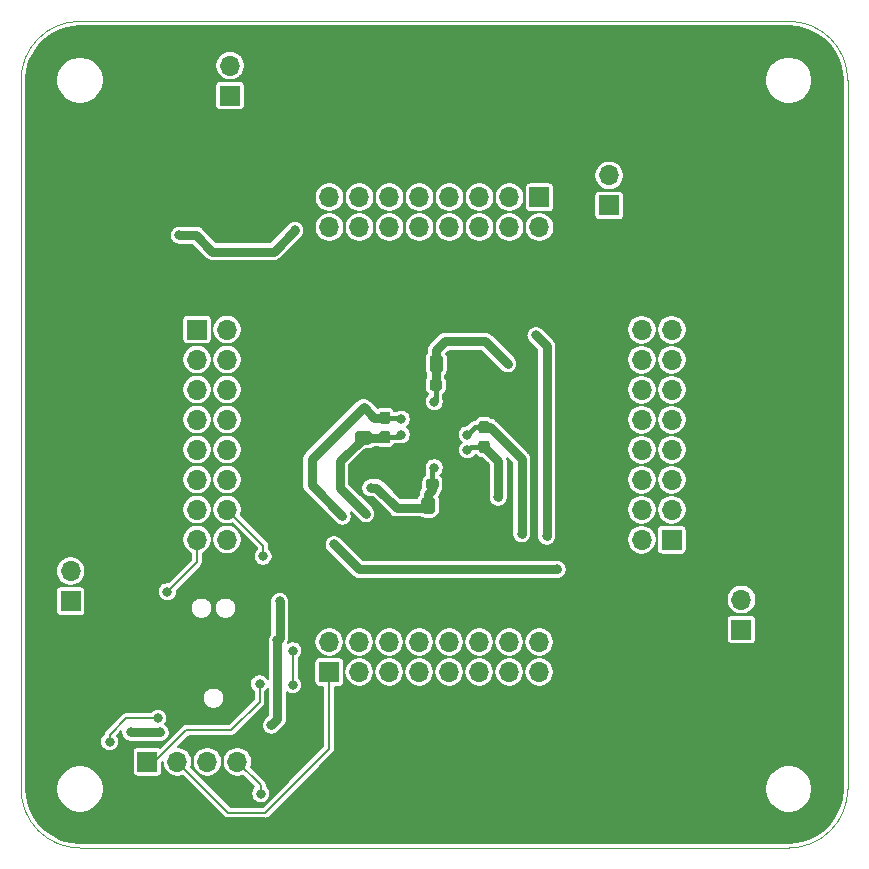
<source format=gbr>
G04 #@! TF.GenerationSoftware,KiCad,Pcbnew,5.1.6-c6e7f7d~87~ubuntu20.04.1*
G04 #@! TF.CreationDate,2020-07-16T23:52:11+03:00*
G04 #@! TF.ProjectId,EV-MAX-V-E64,45562d4d-4158-42d5-962d-4536342e6b69,v1.0*
G04 #@! TF.SameCoordinates,Original*
G04 #@! TF.FileFunction,Copper,L2,Bot*
G04 #@! TF.FilePolarity,Positive*
%FSLAX46Y46*%
G04 Gerber Fmt 4.6, Leading zero omitted, Abs format (unit mm)*
G04 Created by KiCad (PCBNEW 5.1.6-c6e7f7d~87~ubuntu20.04.1) date 2020-07-16 23:52:11*
%MOMM*%
%LPD*%
G01*
G04 APERTURE LIST*
G04 #@! TA.AperFunction,Profile*
%ADD10C,0.050000*%
G04 #@! TD*
G04 #@! TA.AperFunction,ComponentPad*
%ADD11O,1.700000X1.700000*%
G04 #@! TD*
G04 #@! TA.AperFunction,ComponentPad*
%ADD12R,1.700000X1.700000*%
G04 #@! TD*
G04 #@! TA.AperFunction,ViaPad*
%ADD13C,0.800000*%
G04 #@! TD*
G04 #@! TA.AperFunction,Conductor*
%ADD14C,0.800000*%
G04 #@! TD*
G04 #@! TA.AperFunction,Conductor*
%ADD15C,0.400000*%
G04 #@! TD*
G04 #@! TA.AperFunction,Conductor*
%ADD16C,0.200000*%
G04 #@! TD*
G04 APERTURE END LIST*
D10*
X65000000Y-70000000D02*
X65000000Y-130000000D01*
X130000000Y-65000000D02*
X70000000Y-65000000D01*
X135000000Y-130000000D02*
X135000000Y-70000000D01*
X70000000Y-135000000D02*
X130000000Y-135000000D01*
X70000000Y-135000000D02*
G75*
G02*
X65000000Y-130000000I0J5000000D01*
G01*
X65000000Y-70000000D02*
G75*
G02*
X70000000Y-65000000I5000000J0D01*
G01*
X130000000Y-65000000D02*
G75*
G02*
X135000000Y-70000000I0J-5000000D01*
G01*
X135000000Y-130000000D02*
G75*
G02*
X130000000Y-135000000I-5000000J0D01*
G01*
D11*
X83320000Y-127700000D03*
X80780000Y-127700000D03*
X78240000Y-127700000D03*
D12*
X75700000Y-127700000D03*
D11*
X91120000Y-82440000D03*
X91120000Y-79900000D03*
X93660000Y-82440000D03*
X93660000Y-79900000D03*
X96200000Y-82440000D03*
X96200000Y-79900000D03*
X98740000Y-82440000D03*
X98740000Y-79900000D03*
X101280000Y-82440000D03*
X101280000Y-79900000D03*
X103820000Y-82440000D03*
X103820000Y-79900000D03*
X106360000Y-82440000D03*
X106360000Y-79900000D03*
X108900000Y-82440000D03*
D12*
X108900000Y-79900000D03*
D11*
X117560000Y-91120000D03*
X120100000Y-91120000D03*
X117560000Y-93660000D03*
X120100000Y-93660000D03*
X117560000Y-96200000D03*
X120100000Y-96200000D03*
X117560000Y-98740000D03*
X120100000Y-98740000D03*
X117560000Y-101280000D03*
X120100000Y-101280000D03*
X117560000Y-103820000D03*
X120100000Y-103820000D03*
X117560000Y-106360000D03*
X120100000Y-106360000D03*
X117560000Y-108900000D03*
D12*
X120100000Y-108900000D03*
D11*
X108880000Y-117560000D03*
X108880000Y-120100000D03*
X106340000Y-117560000D03*
X106340000Y-120100000D03*
X103800000Y-117560000D03*
X103800000Y-120100000D03*
X101260000Y-117560000D03*
X101260000Y-120100000D03*
X98720000Y-117560000D03*
X98720000Y-120100000D03*
X96180000Y-117560000D03*
X96180000Y-120100000D03*
X93640000Y-117560000D03*
X93640000Y-120100000D03*
X91100000Y-117560000D03*
D12*
X91100000Y-120100000D03*
D11*
X82440000Y-108880000D03*
X79900000Y-108880000D03*
X82440000Y-106340000D03*
X79900000Y-106340000D03*
X82440000Y-103800000D03*
X79900000Y-103800000D03*
X82440000Y-101260000D03*
X79900000Y-101260000D03*
X82440000Y-98720000D03*
X79900000Y-98720000D03*
X82440000Y-96180000D03*
X79900000Y-96180000D03*
X82440000Y-93640000D03*
X79900000Y-93640000D03*
X82440000Y-91100000D03*
D12*
X79900000Y-91100000D03*
G04 #@! TA.AperFunction,SMDPad,CuDef*
G36*
G01*
X101650000Y-94450001D02*
X101650000Y-93549999D01*
G75*
G02*
X101899999Y-93300000I249999J0D01*
G01*
X102550001Y-93300000D01*
G75*
G02*
X102800000Y-93549999I0J-249999D01*
G01*
X102800000Y-94450001D01*
G75*
G02*
X102550001Y-94700000I-249999J0D01*
G01*
X101899999Y-94700000D01*
G75*
G02*
X101650000Y-94450001I0J249999D01*
G01*
G37*
G04 #@! TD.AperFunction*
G04 #@! TA.AperFunction,SMDPad,CuDef*
G36*
G01*
X99600000Y-94450001D02*
X99600000Y-93549999D01*
G75*
G02*
X99849999Y-93300000I249999J0D01*
G01*
X100500001Y-93300000D01*
G75*
G02*
X100750000Y-93549999I0J-249999D01*
G01*
X100750000Y-94450001D01*
G75*
G02*
X100500001Y-94700000I-249999J0D01*
G01*
X99849999Y-94700000D01*
G75*
G02*
X99600000Y-94450001I0J249999D01*
G01*
G37*
G04 #@! TD.AperFunction*
G04 #@! TA.AperFunction,SMDPad,CuDef*
G36*
G01*
X101350000Y-96037500D02*
X101350000Y-95562500D01*
G75*
G02*
X101587500Y-95325000I237500J0D01*
G01*
X102162500Y-95325000D01*
G75*
G02*
X102400000Y-95562500I0J-237500D01*
G01*
X102400000Y-96037500D01*
G75*
G02*
X102162500Y-96275000I-237500J0D01*
G01*
X101587500Y-96275000D01*
G75*
G02*
X101350000Y-96037500I0J237500D01*
G01*
G37*
G04 #@! TD.AperFunction*
G04 #@! TA.AperFunction,SMDPad,CuDef*
G36*
G01*
X99600000Y-96037500D02*
X99600000Y-95562500D01*
G75*
G02*
X99837500Y-95325000I237500J0D01*
G01*
X100412500Y-95325000D01*
G75*
G02*
X100650000Y-95562500I0J-237500D01*
G01*
X100650000Y-96037500D01*
G75*
G02*
X100412500Y-96275000I-237500J0D01*
G01*
X99837500Y-96275000D01*
G75*
G02*
X99600000Y-96037500I0J237500D01*
G01*
G37*
G04 #@! TD.AperFunction*
G04 #@! TA.AperFunction,SMDPad,CuDef*
G36*
G01*
X103962500Y-102250000D02*
X104437500Y-102250000D01*
G75*
G02*
X104675000Y-102487500I0J-237500D01*
G01*
X104675000Y-103062500D01*
G75*
G02*
X104437500Y-103300000I-237500J0D01*
G01*
X103962500Y-103300000D01*
G75*
G02*
X103725000Y-103062500I0J237500D01*
G01*
X103725000Y-102487500D01*
G75*
G02*
X103962500Y-102250000I237500J0D01*
G01*
G37*
G04 #@! TD.AperFunction*
G04 #@! TA.AperFunction,SMDPad,CuDef*
G36*
G01*
X103962500Y-100500000D02*
X104437500Y-100500000D01*
G75*
G02*
X104675000Y-100737500I0J-237500D01*
G01*
X104675000Y-101312500D01*
G75*
G02*
X104437500Y-101550000I-237500J0D01*
G01*
X103962500Y-101550000D01*
G75*
G02*
X103725000Y-101312500I0J237500D01*
G01*
X103725000Y-100737500D01*
G75*
G02*
X103962500Y-100500000I237500J0D01*
G01*
G37*
G04 #@! TD.AperFunction*
G04 #@! TA.AperFunction,SMDPad,CuDef*
G36*
G01*
X100950000Y-106450001D02*
X100950000Y-105549999D01*
G75*
G02*
X101199999Y-105300000I249999J0D01*
G01*
X101850001Y-105300000D01*
G75*
G02*
X102100000Y-105549999I0J-249999D01*
G01*
X102100000Y-106450001D01*
G75*
G02*
X101850001Y-106700000I-249999J0D01*
G01*
X101199999Y-106700000D01*
G75*
G02*
X100950000Y-106450001I0J249999D01*
G01*
G37*
G04 #@! TD.AperFunction*
G04 #@! TA.AperFunction,SMDPad,CuDef*
G36*
G01*
X98900000Y-106450001D02*
X98900000Y-105549999D01*
G75*
G02*
X99149999Y-105300000I249999J0D01*
G01*
X99800001Y-105300000D01*
G75*
G02*
X100050000Y-105549999I0J-249999D01*
G01*
X100050000Y-106450001D01*
G75*
G02*
X99800001Y-106700000I-249999J0D01*
G01*
X99149999Y-106700000D01*
G75*
G02*
X98900000Y-106450001I0J249999D01*
G01*
G37*
G04 #@! TD.AperFunction*
G04 #@! TA.AperFunction,SMDPad,CuDef*
G36*
G01*
X101050000Y-104437500D02*
X101050000Y-103962500D01*
G75*
G02*
X101287500Y-103725000I237500J0D01*
G01*
X101862500Y-103725000D01*
G75*
G02*
X102100000Y-103962500I0J-237500D01*
G01*
X102100000Y-104437500D01*
G75*
G02*
X101862500Y-104675000I-237500J0D01*
G01*
X101287500Y-104675000D01*
G75*
G02*
X101050000Y-104437500I0J237500D01*
G01*
G37*
G04 #@! TD.AperFunction*
G04 #@! TA.AperFunction,SMDPad,CuDef*
G36*
G01*
X99300000Y-104437500D02*
X99300000Y-103962500D01*
G75*
G02*
X99537500Y-103725000I237500J0D01*
G01*
X100112500Y-103725000D01*
G75*
G02*
X100350000Y-103962500I0J-237500D01*
G01*
X100350000Y-104437500D01*
G75*
G02*
X100112500Y-104675000I-237500J0D01*
G01*
X99537500Y-104675000D01*
G75*
G02*
X99300000Y-104437500I0J237500D01*
G01*
G37*
G04 #@! TD.AperFunction*
G04 #@! TA.AperFunction,SMDPad,CuDef*
G36*
G01*
X96037500Y-97350000D02*
X95562500Y-97350000D01*
G75*
G02*
X95325000Y-97112500I0J237500D01*
G01*
X95325000Y-96537500D01*
G75*
G02*
X95562500Y-96300000I237500J0D01*
G01*
X96037500Y-96300000D01*
G75*
G02*
X96275000Y-96537500I0J-237500D01*
G01*
X96275000Y-97112500D01*
G75*
G02*
X96037500Y-97350000I-237500J0D01*
G01*
G37*
G04 #@! TD.AperFunction*
G04 #@! TA.AperFunction,SMDPad,CuDef*
G36*
G01*
X96037500Y-99100000D02*
X95562500Y-99100000D01*
G75*
G02*
X95325000Y-98862500I0J237500D01*
G01*
X95325000Y-98287500D01*
G75*
G02*
X95562500Y-98050000I237500J0D01*
G01*
X96037500Y-98050000D01*
G75*
G02*
X96275000Y-98287500I0J-237500D01*
G01*
X96275000Y-98862500D01*
G75*
G02*
X96037500Y-99100000I-237500J0D01*
G01*
G37*
G04 #@! TD.AperFunction*
G04 #@! TA.AperFunction,SMDPad,CuDef*
G36*
G01*
X93549999Y-101750000D02*
X94450001Y-101750000D01*
G75*
G02*
X94700000Y-101999999I0J-249999D01*
G01*
X94700000Y-102650001D01*
G75*
G02*
X94450001Y-102900000I-249999J0D01*
G01*
X93549999Y-102900000D01*
G75*
G02*
X93300000Y-102650001I0J249999D01*
G01*
X93300000Y-101999999D01*
G75*
G02*
X93549999Y-101750000I249999J0D01*
G01*
G37*
G04 #@! TD.AperFunction*
G04 #@! TA.AperFunction,SMDPad,CuDef*
G36*
G01*
X93549999Y-99700000D02*
X94450001Y-99700000D01*
G75*
G02*
X94700000Y-99949999I0J-249999D01*
G01*
X94700000Y-100600001D01*
G75*
G02*
X94450001Y-100850000I-249999J0D01*
G01*
X93549999Y-100850000D01*
G75*
G02*
X93300000Y-100600001I0J249999D01*
G01*
X93300000Y-99949999D01*
G75*
G02*
X93549999Y-99700000I249999J0D01*
G01*
G37*
G04 #@! TD.AperFunction*
G04 #@! TA.AperFunction,SMDPad,CuDef*
G36*
G01*
X104437500Y-98150000D02*
X103962500Y-98150000D01*
G75*
G02*
X103725000Y-97912500I0J237500D01*
G01*
X103725000Y-97337500D01*
G75*
G02*
X103962500Y-97100000I237500J0D01*
G01*
X104437500Y-97100000D01*
G75*
G02*
X104675000Y-97337500I0J-237500D01*
G01*
X104675000Y-97912500D01*
G75*
G02*
X104437500Y-98150000I-237500J0D01*
G01*
G37*
G04 #@! TD.AperFunction*
G04 #@! TA.AperFunction,SMDPad,CuDef*
G36*
G01*
X104437500Y-99900000D02*
X103962500Y-99900000D01*
G75*
G02*
X103725000Y-99662500I0J237500D01*
G01*
X103725000Y-99087500D01*
G75*
G02*
X103962500Y-98850000I237500J0D01*
G01*
X104437500Y-98850000D01*
G75*
G02*
X104675000Y-99087500I0J-237500D01*
G01*
X104675000Y-99662500D01*
G75*
G02*
X104437500Y-99900000I-237500J0D01*
G01*
G37*
G04 #@! TD.AperFunction*
G04 #@! TA.AperFunction,SMDPad,CuDef*
G36*
G01*
X95562500Y-101450000D02*
X96037500Y-101450000D01*
G75*
G02*
X96275000Y-101687500I0J-237500D01*
G01*
X96275000Y-102262500D01*
G75*
G02*
X96037500Y-102500000I-237500J0D01*
G01*
X95562500Y-102500000D01*
G75*
G02*
X95325000Y-102262500I0J237500D01*
G01*
X95325000Y-101687500D01*
G75*
G02*
X95562500Y-101450000I237500J0D01*
G01*
G37*
G04 #@! TD.AperFunction*
G04 #@! TA.AperFunction,SMDPad,CuDef*
G36*
G01*
X95562500Y-99700000D02*
X96037500Y-99700000D01*
G75*
G02*
X96275000Y-99937500I0J-237500D01*
G01*
X96275000Y-100512500D01*
G75*
G02*
X96037500Y-100750000I-237500J0D01*
G01*
X95562500Y-100750000D01*
G75*
G02*
X95325000Y-100512500I0J237500D01*
G01*
X95325000Y-99937500D01*
G75*
G02*
X95562500Y-99700000I237500J0D01*
G01*
G37*
G04 #@! TD.AperFunction*
D11*
X80160000Y-68760000D03*
X82700000Y-68760000D03*
X80160000Y-71300000D03*
D12*
X82700000Y-71300000D03*
D11*
X114800000Y-78060000D03*
D12*
X114800000Y-80600000D03*
D11*
X69200000Y-111560000D03*
D12*
X69200000Y-114100000D03*
D11*
X126000000Y-113960000D03*
D12*
X126000000Y-116500000D03*
D13*
X100000000Y-100000000D03*
X94800000Y-94600000D03*
X85200000Y-119800000D03*
X82400000Y-82400000D03*
X85500000Y-86100000D03*
X79300000Y-86100000D03*
X85400000Y-74300000D03*
X85400000Y-77500000D03*
X114100000Y-113700000D03*
X88000000Y-113000000D03*
X84300000Y-111600000D03*
X77900000Y-124100000D03*
X104800000Y-69200000D03*
X116400000Y-67700000D03*
X117100000Y-73900000D03*
X129800000Y-78300000D03*
X132100000Y-89100000D03*
X130300000Y-110000000D03*
X129300000Y-121200000D03*
X117400000Y-123400000D03*
X117300000Y-131200000D03*
X104800000Y-130800000D03*
X91600000Y-130600000D03*
X66900000Y-104200000D03*
X71100000Y-96100000D03*
X68200000Y-86800000D03*
X72900000Y-84800000D03*
X76400000Y-72000000D03*
X74600000Y-67900000D03*
X80200000Y-74600000D03*
X92900000Y-70400000D03*
X96800000Y-67100000D03*
X72700000Y-76800000D03*
X72700000Y-79600000D03*
X86600000Y-126800000D03*
X76900000Y-129600000D03*
X93200000Y-93000000D03*
X91700000Y-91500000D03*
X90300000Y-90100000D03*
X88800000Y-88600000D03*
X112000000Y-116400000D03*
X100300000Y-124400000D03*
X122600000Y-105000000D03*
X122600000Y-99900000D03*
X122600000Y-92300000D03*
X112500000Y-83400000D03*
X113400000Y-89600000D03*
X105800000Y-95200000D03*
X77500000Y-107500000D03*
X77500000Y-102500000D03*
X77600000Y-97400000D03*
X77600000Y-92300000D03*
X92300000Y-122600000D03*
X105000000Y-122500000D03*
X110200000Y-122600000D03*
X69300000Y-126000000D03*
X124300000Y-84700000D03*
X119400000Y-122900000D03*
X97200000Y-97200000D03*
X102800000Y-97200000D03*
X102747101Y-102741034D03*
X97200000Y-102700000D03*
X78387500Y-83112500D03*
X88200000Y-82700000D03*
X76600000Y-124000000D03*
X85300000Y-130400000D03*
X72500000Y-126000000D03*
X77399984Y-113300000D03*
X88000000Y-121200000D03*
X88000000Y-118300000D03*
X85500000Y-110300000D03*
X86700008Y-117400000D03*
X97199998Y-98700000D03*
X100000000Y-102800000D03*
X94600000Y-104500000D03*
X92200000Y-106900000D03*
X86900000Y-114100000D03*
X86200000Y-124600000D03*
X74300000Y-125200000D03*
X76800000Y-125200000D03*
X85200000Y-121100000D03*
X102800000Y-100000000D03*
X97200000Y-100000000D03*
X107400000Y-108400000D03*
X110400000Y-111400000D03*
X94200000Y-106700000D03*
X91500000Y-109300000D03*
X102800000Y-101300000D03*
X100000000Y-97200000D03*
X105400000Y-105300000D03*
X109500000Y-108600000D03*
X106200000Y-94000000D03*
X108600000Y-91600000D03*
D14*
X95775000Y-102000000D02*
X95800000Y-101975000D01*
X95100000Y-102000000D02*
X95775000Y-102000000D01*
X94775000Y-102325000D02*
X95100000Y-102000000D01*
X94000000Y-102325000D02*
X94775000Y-102325000D01*
X101900000Y-95775000D02*
X101875000Y-95800000D01*
X101900000Y-95100000D02*
X101900000Y-95775000D01*
X102225000Y-94775000D02*
X101900000Y-95100000D01*
X102225000Y-94000000D02*
X102225000Y-94775000D01*
X101575000Y-105950000D02*
X101525000Y-106000000D01*
X101575000Y-104200000D02*
X101575000Y-105950000D01*
D15*
X102781067Y-102775000D02*
X102747101Y-102741034D01*
X104200000Y-102775000D02*
X102781067Y-102775000D01*
X101575000Y-103075000D02*
X101300000Y-102800000D01*
X101575000Y-104200000D02*
X101575000Y-103075000D01*
X96475000Y-101975000D02*
X97200000Y-102700000D01*
X95800000Y-101975000D02*
X96475000Y-101975000D01*
X96825000Y-96825000D02*
X97200000Y-97200000D01*
X95800000Y-96825000D02*
X96825000Y-96825000D01*
X101875000Y-96625000D02*
X101300000Y-97200000D01*
X101875000Y-95800000D02*
X101875000Y-96625000D01*
X103225000Y-97625000D02*
X102800000Y-97200000D01*
X104200000Y-97625000D02*
X103225000Y-97625000D01*
X97200000Y-97200000D02*
X97200000Y-97200000D01*
X102800000Y-97200000D02*
X102800000Y-97200000D01*
X102747101Y-102741034D02*
X102747101Y-102741034D01*
X97200000Y-102700000D02*
X97200000Y-102700000D01*
D14*
X78387500Y-83112500D02*
X79812500Y-83112500D01*
X79812500Y-83112500D02*
X81200000Y-84500000D01*
X86400000Y-84500000D02*
X88200000Y-82700000D01*
X81200000Y-84500000D02*
X86400000Y-84500000D01*
D16*
X79700000Y-109080000D02*
X79900000Y-108880000D01*
X85300000Y-129680000D02*
X83320000Y-127700000D01*
X85300000Y-130400000D02*
X85300000Y-129680000D01*
X72500000Y-125400000D02*
X72500000Y-126000000D01*
X73900000Y-124000000D02*
X72500000Y-125400000D01*
X76600000Y-124000000D02*
X73900000Y-124000000D01*
X79900000Y-108880000D02*
X79900000Y-110799984D01*
X79900000Y-110799984D02*
X77399984Y-113300000D01*
X88000000Y-121200000D02*
X88000000Y-118300000D01*
X85500000Y-109400000D02*
X85500000Y-110300000D01*
X82440000Y-106340000D02*
X85500000Y-109400000D01*
D14*
X99500000Y-105975000D02*
X99475000Y-106000000D01*
X99500000Y-105000000D02*
X99500000Y-105975000D01*
X99825000Y-104675000D02*
X99500000Y-105000000D01*
X99825000Y-104200000D02*
X99825000Y-104675000D01*
D15*
X97074998Y-98575000D02*
X97199998Y-98700000D01*
X95800000Y-98575000D02*
X97074998Y-98575000D01*
X99825000Y-102975000D02*
X100000000Y-102800000D01*
X99825000Y-104200000D02*
X99825000Y-102975000D01*
D14*
X94875000Y-98575000D02*
X94000000Y-97700000D01*
X95800000Y-98575000D02*
X94875000Y-98575000D01*
X99275000Y-106200000D02*
X99475000Y-106000000D01*
X96800000Y-106200000D02*
X99275000Y-106200000D01*
X95100000Y-104500000D02*
X96800000Y-106200000D01*
X94600000Y-104500000D02*
X95100000Y-104500000D01*
X89600000Y-104300000D02*
X92200000Y-106900000D01*
X89600000Y-102100000D02*
X89600000Y-104300000D01*
X94000000Y-97700000D02*
X89600000Y-102100000D01*
X86900000Y-117200008D02*
X86700008Y-117400000D01*
X86900000Y-114100000D02*
X86900000Y-117200008D01*
X86700008Y-124099992D02*
X86200000Y-124600000D01*
X86700008Y-117400000D02*
X86700008Y-124099992D01*
X74300000Y-125200000D02*
X76800000Y-125200000D01*
D16*
X91100000Y-126600000D02*
X91100000Y-120100000D01*
X85700000Y-132000000D02*
X91100000Y-126600000D01*
X82540000Y-132000000D02*
X85700000Y-132000000D01*
X78240000Y-127700000D02*
X82540000Y-132000000D01*
X76300000Y-127700000D02*
X75700000Y-127700000D01*
X82800000Y-125000000D02*
X79000000Y-125000000D01*
X85200000Y-122600000D02*
X82800000Y-125000000D01*
X79000000Y-125000000D02*
X76300000Y-127700000D01*
X85200000Y-121100000D02*
X85200000Y-122600000D01*
D14*
X95750000Y-100275000D02*
X95800000Y-100225000D01*
X94000000Y-100275000D02*
X95750000Y-100275000D01*
D15*
X103425000Y-99375000D02*
X102800000Y-100000000D01*
X104200000Y-99375000D02*
X103425000Y-99375000D01*
X96975000Y-100225000D02*
X97200000Y-100000000D01*
X95800000Y-100225000D02*
X96975000Y-100225000D01*
D14*
X104675000Y-99375000D02*
X107400000Y-102100000D01*
X104200000Y-99375000D02*
X104675000Y-99375000D01*
X107400000Y-102100000D02*
X107400000Y-108400000D01*
X94000000Y-100275000D02*
X92000000Y-102275000D01*
X92000000Y-102275000D02*
X92000000Y-104500000D01*
X92000000Y-104500000D02*
X94200000Y-106700000D01*
X110400000Y-111400000D02*
X93600000Y-111400000D01*
X93600000Y-111400000D02*
X91500000Y-109300000D01*
X100125000Y-94050000D02*
X100175000Y-94000000D01*
X100125000Y-95800000D02*
X100125000Y-94050000D01*
D15*
X103075000Y-101025000D02*
X102800000Y-101300000D01*
X104200000Y-101025000D02*
X103075000Y-101025000D01*
X100125000Y-97075000D02*
X100000000Y-97200000D01*
X100125000Y-95800000D02*
X100125000Y-97075000D01*
D14*
X105400000Y-102225000D02*
X105400000Y-105300000D01*
X104200000Y-101025000D02*
X105400000Y-102225000D01*
X100175000Y-94000000D02*
X100175000Y-92825000D01*
X100175000Y-92825000D02*
X100900000Y-92100000D01*
X104300000Y-92100000D02*
X106200000Y-94000000D01*
X100900000Y-92100000D02*
X104300000Y-92100000D01*
X109500000Y-92500000D02*
X108600000Y-91600000D01*
X109500000Y-108600000D02*
X109500000Y-92500000D01*
D16*
G36*
X130809861Y-65498967D02*
G01*
X131594128Y-65713518D01*
X132328007Y-66063561D01*
X132988293Y-66538024D01*
X133554131Y-67121923D01*
X134007622Y-67796790D01*
X134334441Y-68541303D01*
X134525035Y-69335184D01*
X134575001Y-70015602D01*
X134575000Y-129981078D01*
X134501033Y-130809861D01*
X134286482Y-131594128D01*
X133936441Y-132328003D01*
X133461976Y-132988293D01*
X132878074Y-133554133D01*
X132203210Y-134007623D01*
X131458701Y-134334439D01*
X130664817Y-134525034D01*
X129984412Y-134575000D01*
X70018922Y-134575000D01*
X69190139Y-134501033D01*
X68405872Y-134286482D01*
X67671997Y-133936441D01*
X67011707Y-133461976D01*
X66445867Y-132878074D01*
X65992377Y-132203210D01*
X65665561Y-131458701D01*
X65474966Y-130664817D01*
X65425000Y-129984412D01*
X65425000Y-129803017D01*
X68000000Y-129803017D01*
X68000000Y-130196983D01*
X68076859Y-130583378D01*
X68227623Y-130947355D01*
X68446499Y-131274926D01*
X68725074Y-131553501D01*
X69052645Y-131772377D01*
X69416622Y-131923141D01*
X69803017Y-132000000D01*
X70196983Y-132000000D01*
X70583378Y-131923141D01*
X70947355Y-131772377D01*
X71274926Y-131553501D01*
X71553501Y-131274926D01*
X71772377Y-130947355D01*
X71923141Y-130583378D01*
X72000000Y-130196983D01*
X72000000Y-129803017D01*
X71923141Y-129416622D01*
X71772377Y-129052645D01*
X71553501Y-128725074D01*
X71274926Y-128446499D01*
X70947355Y-128227623D01*
X70583378Y-128076859D01*
X70196983Y-128000000D01*
X69803017Y-128000000D01*
X69416622Y-128076859D01*
X69052645Y-128227623D01*
X68725074Y-128446499D01*
X68446499Y-128725074D01*
X68227623Y-129052645D01*
X68076859Y-129416622D01*
X68000000Y-129803017D01*
X65425000Y-129803017D01*
X65425000Y-126850000D01*
X74448065Y-126850000D01*
X74448065Y-128550000D01*
X74455788Y-128628414D01*
X74478660Y-128703814D01*
X74515803Y-128773303D01*
X74565789Y-128834211D01*
X74626697Y-128884197D01*
X74696186Y-128921340D01*
X74771586Y-128944212D01*
X74850000Y-128951935D01*
X76550000Y-128951935D01*
X76628414Y-128944212D01*
X76703814Y-128921340D01*
X76773303Y-128884197D01*
X76834211Y-128834211D01*
X76884197Y-128773303D01*
X76921340Y-128703814D01*
X76944212Y-128628414D01*
X76951935Y-128550000D01*
X76951935Y-127755170D01*
X76990000Y-127717105D01*
X76990000Y-127823114D01*
X77038037Y-128064611D01*
X77132265Y-128292097D01*
X77269062Y-128496828D01*
X77443172Y-128670938D01*
X77647903Y-128807735D01*
X77875389Y-128901963D01*
X78116886Y-128950000D01*
X78363114Y-128950000D01*
X78604611Y-128901963D01*
X78696709Y-128863815D01*
X82169080Y-132336187D01*
X82184736Y-132355264D01*
X82260871Y-132417746D01*
X82347733Y-132464175D01*
X82441983Y-132492765D01*
X82515440Y-132500000D01*
X82515449Y-132500000D01*
X82539999Y-132502418D01*
X82564549Y-132500000D01*
X85675440Y-132500000D01*
X85700000Y-132502419D01*
X85724560Y-132500000D01*
X85798017Y-132492765D01*
X85892267Y-132464175D01*
X85979129Y-132417746D01*
X86055264Y-132355264D01*
X86070929Y-132336176D01*
X88604088Y-129803017D01*
X128000000Y-129803017D01*
X128000000Y-130196983D01*
X128076859Y-130583378D01*
X128227623Y-130947355D01*
X128446499Y-131274926D01*
X128725074Y-131553501D01*
X129052645Y-131772377D01*
X129416622Y-131923141D01*
X129803017Y-132000000D01*
X130196983Y-132000000D01*
X130583378Y-131923141D01*
X130947355Y-131772377D01*
X131274926Y-131553501D01*
X131553501Y-131274926D01*
X131772377Y-130947355D01*
X131923141Y-130583378D01*
X132000000Y-130196983D01*
X132000000Y-129803017D01*
X131923141Y-129416622D01*
X131772377Y-129052645D01*
X131553501Y-128725074D01*
X131274926Y-128446499D01*
X130947355Y-128227623D01*
X130583378Y-128076859D01*
X130196983Y-128000000D01*
X129803017Y-128000000D01*
X129416622Y-128076859D01*
X129052645Y-128227623D01*
X128725074Y-128446499D01*
X128446499Y-128725074D01*
X128227623Y-129052645D01*
X128076859Y-129416622D01*
X128000000Y-129803017D01*
X88604088Y-129803017D01*
X91436187Y-126970920D01*
X91455264Y-126955264D01*
X91517746Y-126879129D01*
X91564175Y-126792267D01*
X91592765Y-126698017D01*
X91600000Y-126624560D01*
X91600000Y-126624551D01*
X91602418Y-126600001D01*
X91600000Y-126575451D01*
X91600000Y-121351935D01*
X91950000Y-121351935D01*
X92028414Y-121344212D01*
X92103814Y-121321340D01*
X92173303Y-121284197D01*
X92234211Y-121234211D01*
X92284197Y-121173303D01*
X92321340Y-121103814D01*
X92344212Y-121028414D01*
X92351935Y-120950000D01*
X92351935Y-119976886D01*
X92390000Y-119976886D01*
X92390000Y-120223114D01*
X92438037Y-120464611D01*
X92532265Y-120692097D01*
X92669062Y-120896828D01*
X92843172Y-121070938D01*
X93047903Y-121207735D01*
X93275389Y-121301963D01*
X93516886Y-121350000D01*
X93763114Y-121350000D01*
X94004611Y-121301963D01*
X94232097Y-121207735D01*
X94436828Y-121070938D01*
X94610938Y-120896828D01*
X94747735Y-120692097D01*
X94841963Y-120464611D01*
X94890000Y-120223114D01*
X94890000Y-119976886D01*
X94930000Y-119976886D01*
X94930000Y-120223114D01*
X94978037Y-120464611D01*
X95072265Y-120692097D01*
X95209062Y-120896828D01*
X95383172Y-121070938D01*
X95587903Y-121207735D01*
X95815389Y-121301963D01*
X96056886Y-121350000D01*
X96303114Y-121350000D01*
X96544611Y-121301963D01*
X96772097Y-121207735D01*
X96976828Y-121070938D01*
X97150938Y-120896828D01*
X97287735Y-120692097D01*
X97381963Y-120464611D01*
X97430000Y-120223114D01*
X97430000Y-119976886D01*
X97470000Y-119976886D01*
X97470000Y-120223114D01*
X97518037Y-120464611D01*
X97612265Y-120692097D01*
X97749062Y-120896828D01*
X97923172Y-121070938D01*
X98127903Y-121207735D01*
X98355389Y-121301963D01*
X98596886Y-121350000D01*
X98843114Y-121350000D01*
X99084611Y-121301963D01*
X99312097Y-121207735D01*
X99516828Y-121070938D01*
X99690938Y-120896828D01*
X99827735Y-120692097D01*
X99921963Y-120464611D01*
X99970000Y-120223114D01*
X99970000Y-119976886D01*
X100010000Y-119976886D01*
X100010000Y-120223114D01*
X100058037Y-120464611D01*
X100152265Y-120692097D01*
X100289062Y-120896828D01*
X100463172Y-121070938D01*
X100667903Y-121207735D01*
X100895389Y-121301963D01*
X101136886Y-121350000D01*
X101383114Y-121350000D01*
X101624611Y-121301963D01*
X101852097Y-121207735D01*
X102056828Y-121070938D01*
X102230938Y-120896828D01*
X102367735Y-120692097D01*
X102461963Y-120464611D01*
X102510000Y-120223114D01*
X102510000Y-119976886D01*
X102550000Y-119976886D01*
X102550000Y-120223114D01*
X102598037Y-120464611D01*
X102692265Y-120692097D01*
X102829062Y-120896828D01*
X103003172Y-121070938D01*
X103207903Y-121207735D01*
X103435389Y-121301963D01*
X103676886Y-121350000D01*
X103923114Y-121350000D01*
X104164611Y-121301963D01*
X104392097Y-121207735D01*
X104596828Y-121070938D01*
X104770938Y-120896828D01*
X104907735Y-120692097D01*
X105001963Y-120464611D01*
X105050000Y-120223114D01*
X105050000Y-119976886D01*
X105090000Y-119976886D01*
X105090000Y-120223114D01*
X105138037Y-120464611D01*
X105232265Y-120692097D01*
X105369062Y-120896828D01*
X105543172Y-121070938D01*
X105747903Y-121207735D01*
X105975389Y-121301963D01*
X106216886Y-121350000D01*
X106463114Y-121350000D01*
X106704611Y-121301963D01*
X106932097Y-121207735D01*
X107136828Y-121070938D01*
X107310938Y-120896828D01*
X107447735Y-120692097D01*
X107541963Y-120464611D01*
X107590000Y-120223114D01*
X107590000Y-119976886D01*
X107630000Y-119976886D01*
X107630000Y-120223114D01*
X107678037Y-120464611D01*
X107772265Y-120692097D01*
X107909062Y-120896828D01*
X108083172Y-121070938D01*
X108287903Y-121207735D01*
X108515389Y-121301963D01*
X108756886Y-121350000D01*
X109003114Y-121350000D01*
X109244611Y-121301963D01*
X109472097Y-121207735D01*
X109676828Y-121070938D01*
X109850938Y-120896828D01*
X109987735Y-120692097D01*
X110081963Y-120464611D01*
X110130000Y-120223114D01*
X110130000Y-119976886D01*
X110081963Y-119735389D01*
X109987735Y-119507903D01*
X109850938Y-119303172D01*
X109676828Y-119129062D01*
X109472097Y-118992265D01*
X109244611Y-118898037D01*
X109003114Y-118850000D01*
X108756886Y-118850000D01*
X108515389Y-118898037D01*
X108287903Y-118992265D01*
X108083172Y-119129062D01*
X107909062Y-119303172D01*
X107772265Y-119507903D01*
X107678037Y-119735389D01*
X107630000Y-119976886D01*
X107590000Y-119976886D01*
X107541963Y-119735389D01*
X107447735Y-119507903D01*
X107310938Y-119303172D01*
X107136828Y-119129062D01*
X106932097Y-118992265D01*
X106704611Y-118898037D01*
X106463114Y-118850000D01*
X106216886Y-118850000D01*
X105975389Y-118898037D01*
X105747903Y-118992265D01*
X105543172Y-119129062D01*
X105369062Y-119303172D01*
X105232265Y-119507903D01*
X105138037Y-119735389D01*
X105090000Y-119976886D01*
X105050000Y-119976886D01*
X105001963Y-119735389D01*
X104907735Y-119507903D01*
X104770938Y-119303172D01*
X104596828Y-119129062D01*
X104392097Y-118992265D01*
X104164611Y-118898037D01*
X103923114Y-118850000D01*
X103676886Y-118850000D01*
X103435389Y-118898037D01*
X103207903Y-118992265D01*
X103003172Y-119129062D01*
X102829062Y-119303172D01*
X102692265Y-119507903D01*
X102598037Y-119735389D01*
X102550000Y-119976886D01*
X102510000Y-119976886D01*
X102461963Y-119735389D01*
X102367735Y-119507903D01*
X102230938Y-119303172D01*
X102056828Y-119129062D01*
X101852097Y-118992265D01*
X101624611Y-118898037D01*
X101383114Y-118850000D01*
X101136886Y-118850000D01*
X100895389Y-118898037D01*
X100667903Y-118992265D01*
X100463172Y-119129062D01*
X100289062Y-119303172D01*
X100152265Y-119507903D01*
X100058037Y-119735389D01*
X100010000Y-119976886D01*
X99970000Y-119976886D01*
X99921963Y-119735389D01*
X99827735Y-119507903D01*
X99690938Y-119303172D01*
X99516828Y-119129062D01*
X99312097Y-118992265D01*
X99084611Y-118898037D01*
X98843114Y-118850000D01*
X98596886Y-118850000D01*
X98355389Y-118898037D01*
X98127903Y-118992265D01*
X97923172Y-119129062D01*
X97749062Y-119303172D01*
X97612265Y-119507903D01*
X97518037Y-119735389D01*
X97470000Y-119976886D01*
X97430000Y-119976886D01*
X97381963Y-119735389D01*
X97287735Y-119507903D01*
X97150938Y-119303172D01*
X96976828Y-119129062D01*
X96772097Y-118992265D01*
X96544611Y-118898037D01*
X96303114Y-118850000D01*
X96056886Y-118850000D01*
X95815389Y-118898037D01*
X95587903Y-118992265D01*
X95383172Y-119129062D01*
X95209062Y-119303172D01*
X95072265Y-119507903D01*
X94978037Y-119735389D01*
X94930000Y-119976886D01*
X94890000Y-119976886D01*
X94841963Y-119735389D01*
X94747735Y-119507903D01*
X94610938Y-119303172D01*
X94436828Y-119129062D01*
X94232097Y-118992265D01*
X94004611Y-118898037D01*
X93763114Y-118850000D01*
X93516886Y-118850000D01*
X93275389Y-118898037D01*
X93047903Y-118992265D01*
X92843172Y-119129062D01*
X92669062Y-119303172D01*
X92532265Y-119507903D01*
X92438037Y-119735389D01*
X92390000Y-119976886D01*
X92351935Y-119976886D01*
X92351935Y-119250000D01*
X92344212Y-119171586D01*
X92321340Y-119096186D01*
X92284197Y-119026697D01*
X92234211Y-118965789D01*
X92173303Y-118915803D01*
X92103814Y-118878660D01*
X92028414Y-118855788D01*
X91950000Y-118848065D01*
X90250000Y-118848065D01*
X90171586Y-118855788D01*
X90096186Y-118878660D01*
X90026697Y-118915803D01*
X89965789Y-118965789D01*
X89915803Y-119026697D01*
X89878660Y-119096186D01*
X89855788Y-119171586D01*
X89848065Y-119250000D01*
X89848065Y-120950000D01*
X89855788Y-121028414D01*
X89878660Y-121103814D01*
X89915803Y-121173303D01*
X89965789Y-121234211D01*
X90026697Y-121284197D01*
X90096186Y-121321340D01*
X90171586Y-121344212D01*
X90250000Y-121351935D01*
X90600001Y-121351935D01*
X90600000Y-126392893D01*
X85492895Y-131500000D01*
X82747107Y-131500000D01*
X79403815Y-128156709D01*
X79441963Y-128064611D01*
X79490000Y-127823114D01*
X79490000Y-127576886D01*
X79530000Y-127576886D01*
X79530000Y-127823114D01*
X79578037Y-128064611D01*
X79672265Y-128292097D01*
X79809062Y-128496828D01*
X79983172Y-128670938D01*
X80187903Y-128807735D01*
X80415389Y-128901963D01*
X80656886Y-128950000D01*
X80903114Y-128950000D01*
X81144611Y-128901963D01*
X81372097Y-128807735D01*
X81576828Y-128670938D01*
X81750938Y-128496828D01*
X81887735Y-128292097D01*
X81981963Y-128064611D01*
X82030000Y-127823114D01*
X82030000Y-127576886D01*
X82070000Y-127576886D01*
X82070000Y-127823114D01*
X82118037Y-128064611D01*
X82212265Y-128292097D01*
X82349062Y-128496828D01*
X82523172Y-128670938D01*
X82727903Y-128807735D01*
X82955389Y-128901963D01*
X83196886Y-128950000D01*
X83443114Y-128950000D01*
X83684611Y-128901963D01*
X83776709Y-128863815D01*
X84740761Y-129827868D01*
X84678599Y-129890030D01*
X84591049Y-130021058D01*
X84530743Y-130166649D01*
X84500000Y-130321207D01*
X84500000Y-130478793D01*
X84530743Y-130633351D01*
X84591049Y-130778942D01*
X84678599Y-130909970D01*
X84790030Y-131021401D01*
X84921058Y-131108951D01*
X85066649Y-131169257D01*
X85221207Y-131200000D01*
X85378793Y-131200000D01*
X85533351Y-131169257D01*
X85678942Y-131108951D01*
X85809970Y-131021401D01*
X85921401Y-130909970D01*
X86008951Y-130778942D01*
X86069257Y-130633351D01*
X86100000Y-130478793D01*
X86100000Y-130321207D01*
X86069257Y-130166649D01*
X86008951Y-130021058D01*
X85921401Y-129890030D01*
X85809970Y-129778599D01*
X85800000Y-129771937D01*
X85800000Y-129704560D01*
X85802419Y-129680000D01*
X85792765Y-129581983D01*
X85790861Y-129575705D01*
X85764175Y-129487733D01*
X85717746Y-129400871D01*
X85655264Y-129324736D01*
X85636187Y-129309080D01*
X84483815Y-128156709D01*
X84521963Y-128064611D01*
X84570000Y-127823114D01*
X84570000Y-127576886D01*
X84521963Y-127335389D01*
X84427735Y-127107903D01*
X84290938Y-126903172D01*
X84116828Y-126729062D01*
X83912097Y-126592265D01*
X83684611Y-126498037D01*
X83443114Y-126450000D01*
X83196886Y-126450000D01*
X82955389Y-126498037D01*
X82727903Y-126592265D01*
X82523172Y-126729062D01*
X82349062Y-126903172D01*
X82212265Y-127107903D01*
X82118037Y-127335389D01*
X82070000Y-127576886D01*
X82030000Y-127576886D01*
X81981963Y-127335389D01*
X81887735Y-127107903D01*
X81750938Y-126903172D01*
X81576828Y-126729062D01*
X81372097Y-126592265D01*
X81144611Y-126498037D01*
X80903114Y-126450000D01*
X80656886Y-126450000D01*
X80415389Y-126498037D01*
X80187903Y-126592265D01*
X79983172Y-126729062D01*
X79809062Y-126903172D01*
X79672265Y-127107903D01*
X79578037Y-127335389D01*
X79530000Y-127576886D01*
X79490000Y-127576886D01*
X79441963Y-127335389D01*
X79347735Y-127107903D01*
X79210938Y-126903172D01*
X79036828Y-126729062D01*
X78832097Y-126592265D01*
X78604611Y-126498037D01*
X78363114Y-126450000D01*
X78257106Y-126450000D01*
X79207107Y-125500000D01*
X82775440Y-125500000D01*
X82800000Y-125502419D01*
X82824560Y-125500000D01*
X82898017Y-125492765D01*
X82992267Y-125464175D01*
X83079129Y-125417746D01*
X83155264Y-125355264D01*
X83170929Y-125336176D01*
X85536187Y-122970920D01*
X85555264Y-122955264D01*
X85617746Y-122879129D01*
X85664175Y-122792267D01*
X85692765Y-122698017D01*
X85700000Y-122624560D01*
X85702419Y-122600000D01*
X85700000Y-122575440D01*
X85700000Y-121728063D01*
X85709970Y-121721401D01*
X85821401Y-121609970D01*
X85900009Y-121492325D01*
X85900009Y-123768621D01*
X85690033Y-123978597D01*
X85690030Y-123978599D01*
X85578599Y-124090030D01*
X85556650Y-124122879D01*
X85531607Y-124153394D01*
X85512998Y-124188209D01*
X85491049Y-124221058D01*
X85475930Y-124257557D01*
X85457321Y-124292373D01*
X85445862Y-124330148D01*
X85430743Y-124366649D01*
X85423035Y-124405401D01*
X85411577Y-124443173D01*
X85407708Y-124482458D01*
X85400000Y-124521207D01*
X85400000Y-124560709D01*
X85396130Y-124600000D01*
X85400000Y-124639291D01*
X85400000Y-124678793D01*
X85407708Y-124717542D01*
X85411577Y-124756827D01*
X85423035Y-124794599D01*
X85430743Y-124833351D01*
X85445862Y-124869852D01*
X85457321Y-124907627D01*
X85475930Y-124942443D01*
X85491049Y-124978942D01*
X85512998Y-125011791D01*
X85531607Y-125046606D01*
X85556649Y-125077119D01*
X85578599Y-125109970D01*
X85606539Y-125137910D01*
X85631579Y-125168421D01*
X85662090Y-125193461D01*
X85690030Y-125221401D01*
X85722881Y-125243351D01*
X85753394Y-125268393D01*
X85788209Y-125287002D01*
X85821058Y-125308951D01*
X85857557Y-125324070D01*
X85892373Y-125342679D01*
X85930148Y-125354138D01*
X85966649Y-125369257D01*
X86005401Y-125376965D01*
X86043173Y-125388423D01*
X86082458Y-125392292D01*
X86121207Y-125400000D01*
X86160709Y-125400000D01*
X86200000Y-125403870D01*
X86239291Y-125400000D01*
X86278793Y-125400000D01*
X86317542Y-125392292D01*
X86356827Y-125388423D01*
X86394599Y-125376965D01*
X86433351Y-125369257D01*
X86469852Y-125354138D01*
X86507627Y-125342679D01*
X86542443Y-125324070D01*
X86578942Y-125308951D01*
X86611791Y-125287002D01*
X86646606Y-125268393D01*
X86677121Y-125243350D01*
X86709970Y-125221401D01*
X86821401Y-125109970D01*
X86821403Y-125109967D01*
X87237905Y-124693465D01*
X87268430Y-124668414D01*
X87342139Y-124578599D01*
X87368401Y-124546599D01*
X87442687Y-124407620D01*
X87488432Y-124256819D01*
X87500008Y-124139285D01*
X87500008Y-124139284D01*
X87503878Y-124099993D01*
X87500008Y-124060702D01*
X87500008Y-121828068D01*
X87621058Y-121908951D01*
X87766649Y-121969257D01*
X87921207Y-122000000D01*
X88078793Y-122000000D01*
X88233351Y-121969257D01*
X88378942Y-121908951D01*
X88509970Y-121821401D01*
X88621401Y-121709970D01*
X88708951Y-121578942D01*
X88769257Y-121433351D01*
X88800000Y-121278793D01*
X88800000Y-121121207D01*
X88769257Y-120966649D01*
X88708951Y-120821058D01*
X88621401Y-120690030D01*
X88509970Y-120578599D01*
X88500000Y-120571937D01*
X88500000Y-118928063D01*
X88509970Y-118921401D01*
X88621401Y-118809970D01*
X88708951Y-118678942D01*
X88769257Y-118533351D01*
X88800000Y-118378793D01*
X88800000Y-118221207D01*
X88769257Y-118066649D01*
X88708951Y-117921058D01*
X88621401Y-117790030D01*
X88509970Y-117678599D01*
X88378942Y-117591049D01*
X88233351Y-117530743D01*
X88078793Y-117500000D01*
X87921207Y-117500000D01*
X87766649Y-117530743D01*
X87621058Y-117591049D01*
X87585335Y-117614918D01*
X87642679Y-117507636D01*
X87664140Y-117436886D01*
X89850000Y-117436886D01*
X89850000Y-117683114D01*
X89898037Y-117924611D01*
X89992265Y-118152097D01*
X90129062Y-118356828D01*
X90303172Y-118530938D01*
X90507903Y-118667735D01*
X90735389Y-118761963D01*
X90976886Y-118810000D01*
X91223114Y-118810000D01*
X91464611Y-118761963D01*
X91692097Y-118667735D01*
X91896828Y-118530938D01*
X92070938Y-118356828D01*
X92207735Y-118152097D01*
X92301963Y-117924611D01*
X92350000Y-117683114D01*
X92350000Y-117436886D01*
X92390000Y-117436886D01*
X92390000Y-117683114D01*
X92438037Y-117924611D01*
X92532265Y-118152097D01*
X92669062Y-118356828D01*
X92843172Y-118530938D01*
X93047903Y-118667735D01*
X93275389Y-118761963D01*
X93516886Y-118810000D01*
X93763114Y-118810000D01*
X94004611Y-118761963D01*
X94232097Y-118667735D01*
X94436828Y-118530938D01*
X94610938Y-118356828D01*
X94747735Y-118152097D01*
X94841963Y-117924611D01*
X94890000Y-117683114D01*
X94890000Y-117436886D01*
X94930000Y-117436886D01*
X94930000Y-117683114D01*
X94978037Y-117924611D01*
X95072265Y-118152097D01*
X95209062Y-118356828D01*
X95383172Y-118530938D01*
X95587903Y-118667735D01*
X95815389Y-118761963D01*
X96056886Y-118810000D01*
X96303114Y-118810000D01*
X96544611Y-118761963D01*
X96772097Y-118667735D01*
X96976828Y-118530938D01*
X97150938Y-118356828D01*
X97287735Y-118152097D01*
X97381963Y-117924611D01*
X97430000Y-117683114D01*
X97430000Y-117436886D01*
X97470000Y-117436886D01*
X97470000Y-117683114D01*
X97518037Y-117924611D01*
X97612265Y-118152097D01*
X97749062Y-118356828D01*
X97923172Y-118530938D01*
X98127903Y-118667735D01*
X98355389Y-118761963D01*
X98596886Y-118810000D01*
X98843114Y-118810000D01*
X99084611Y-118761963D01*
X99312097Y-118667735D01*
X99516828Y-118530938D01*
X99690938Y-118356828D01*
X99827735Y-118152097D01*
X99921963Y-117924611D01*
X99970000Y-117683114D01*
X99970000Y-117436886D01*
X100010000Y-117436886D01*
X100010000Y-117683114D01*
X100058037Y-117924611D01*
X100152265Y-118152097D01*
X100289062Y-118356828D01*
X100463172Y-118530938D01*
X100667903Y-118667735D01*
X100895389Y-118761963D01*
X101136886Y-118810000D01*
X101383114Y-118810000D01*
X101624611Y-118761963D01*
X101852097Y-118667735D01*
X102056828Y-118530938D01*
X102230938Y-118356828D01*
X102367735Y-118152097D01*
X102461963Y-117924611D01*
X102510000Y-117683114D01*
X102510000Y-117436886D01*
X102550000Y-117436886D01*
X102550000Y-117683114D01*
X102598037Y-117924611D01*
X102692265Y-118152097D01*
X102829062Y-118356828D01*
X103003172Y-118530938D01*
X103207903Y-118667735D01*
X103435389Y-118761963D01*
X103676886Y-118810000D01*
X103923114Y-118810000D01*
X104164611Y-118761963D01*
X104392097Y-118667735D01*
X104596828Y-118530938D01*
X104770938Y-118356828D01*
X104907735Y-118152097D01*
X105001963Y-117924611D01*
X105050000Y-117683114D01*
X105050000Y-117436886D01*
X105090000Y-117436886D01*
X105090000Y-117683114D01*
X105138037Y-117924611D01*
X105232265Y-118152097D01*
X105369062Y-118356828D01*
X105543172Y-118530938D01*
X105747903Y-118667735D01*
X105975389Y-118761963D01*
X106216886Y-118810000D01*
X106463114Y-118810000D01*
X106704611Y-118761963D01*
X106932097Y-118667735D01*
X107136828Y-118530938D01*
X107310938Y-118356828D01*
X107447735Y-118152097D01*
X107541963Y-117924611D01*
X107590000Y-117683114D01*
X107590000Y-117436886D01*
X107630000Y-117436886D01*
X107630000Y-117683114D01*
X107678037Y-117924611D01*
X107772265Y-118152097D01*
X107909062Y-118356828D01*
X108083172Y-118530938D01*
X108287903Y-118667735D01*
X108515389Y-118761963D01*
X108756886Y-118810000D01*
X109003114Y-118810000D01*
X109244611Y-118761963D01*
X109472097Y-118667735D01*
X109676828Y-118530938D01*
X109850938Y-118356828D01*
X109987735Y-118152097D01*
X110081963Y-117924611D01*
X110130000Y-117683114D01*
X110130000Y-117436886D01*
X110081963Y-117195389D01*
X109987735Y-116967903D01*
X109850938Y-116763172D01*
X109676828Y-116589062D01*
X109472097Y-116452265D01*
X109244611Y-116358037D01*
X109003114Y-116310000D01*
X108756886Y-116310000D01*
X108515389Y-116358037D01*
X108287903Y-116452265D01*
X108083172Y-116589062D01*
X107909062Y-116763172D01*
X107772265Y-116967903D01*
X107678037Y-117195389D01*
X107630000Y-117436886D01*
X107590000Y-117436886D01*
X107541963Y-117195389D01*
X107447735Y-116967903D01*
X107310938Y-116763172D01*
X107136828Y-116589062D01*
X106932097Y-116452265D01*
X106704611Y-116358037D01*
X106463114Y-116310000D01*
X106216886Y-116310000D01*
X105975389Y-116358037D01*
X105747903Y-116452265D01*
X105543172Y-116589062D01*
X105369062Y-116763172D01*
X105232265Y-116967903D01*
X105138037Y-117195389D01*
X105090000Y-117436886D01*
X105050000Y-117436886D01*
X105001963Y-117195389D01*
X104907735Y-116967903D01*
X104770938Y-116763172D01*
X104596828Y-116589062D01*
X104392097Y-116452265D01*
X104164611Y-116358037D01*
X103923114Y-116310000D01*
X103676886Y-116310000D01*
X103435389Y-116358037D01*
X103207903Y-116452265D01*
X103003172Y-116589062D01*
X102829062Y-116763172D01*
X102692265Y-116967903D01*
X102598037Y-117195389D01*
X102550000Y-117436886D01*
X102510000Y-117436886D01*
X102461963Y-117195389D01*
X102367735Y-116967903D01*
X102230938Y-116763172D01*
X102056828Y-116589062D01*
X101852097Y-116452265D01*
X101624611Y-116358037D01*
X101383114Y-116310000D01*
X101136886Y-116310000D01*
X100895389Y-116358037D01*
X100667903Y-116452265D01*
X100463172Y-116589062D01*
X100289062Y-116763172D01*
X100152265Y-116967903D01*
X100058037Y-117195389D01*
X100010000Y-117436886D01*
X99970000Y-117436886D01*
X99921963Y-117195389D01*
X99827735Y-116967903D01*
X99690938Y-116763172D01*
X99516828Y-116589062D01*
X99312097Y-116452265D01*
X99084611Y-116358037D01*
X98843114Y-116310000D01*
X98596886Y-116310000D01*
X98355389Y-116358037D01*
X98127903Y-116452265D01*
X97923172Y-116589062D01*
X97749062Y-116763172D01*
X97612265Y-116967903D01*
X97518037Y-117195389D01*
X97470000Y-117436886D01*
X97430000Y-117436886D01*
X97381963Y-117195389D01*
X97287735Y-116967903D01*
X97150938Y-116763172D01*
X96976828Y-116589062D01*
X96772097Y-116452265D01*
X96544611Y-116358037D01*
X96303114Y-116310000D01*
X96056886Y-116310000D01*
X95815389Y-116358037D01*
X95587903Y-116452265D01*
X95383172Y-116589062D01*
X95209062Y-116763172D01*
X95072265Y-116967903D01*
X94978037Y-117195389D01*
X94930000Y-117436886D01*
X94890000Y-117436886D01*
X94841963Y-117195389D01*
X94747735Y-116967903D01*
X94610938Y-116763172D01*
X94436828Y-116589062D01*
X94232097Y-116452265D01*
X94004611Y-116358037D01*
X93763114Y-116310000D01*
X93516886Y-116310000D01*
X93275389Y-116358037D01*
X93047903Y-116452265D01*
X92843172Y-116589062D01*
X92669062Y-116763172D01*
X92532265Y-116967903D01*
X92438037Y-117195389D01*
X92390000Y-117436886D01*
X92350000Y-117436886D01*
X92301963Y-117195389D01*
X92207735Y-116967903D01*
X92070938Y-116763172D01*
X91896828Y-116589062D01*
X91692097Y-116452265D01*
X91464611Y-116358037D01*
X91223114Y-116310000D01*
X90976886Y-116310000D01*
X90735389Y-116358037D01*
X90507903Y-116452265D01*
X90303172Y-116589062D01*
X90129062Y-116763172D01*
X89992265Y-116967903D01*
X89898037Y-117195389D01*
X89850000Y-117436886D01*
X87664140Y-117436886D01*
X87688424Y-117356835D01*
X87700000Y-117239301D01*
X87700000Y-117239292D01*
X87703869Y-117200009D01*
X87700000Y-117160726D01*
X87700000Y-115650000D01*
X124748065Y-115650000D01*
X124748065Y-117350000D01*
X124755788Y-117428414D01*
X124778660Y-117503814D01*
X124815803Y-117573303D01*
X124865789Y-117634211D01*
X124926697Y-117684197D01*
X124996186Y-117721340D01*
X125071586Y-117744212D01*
X125150000Y-117751935D01*
X126850000Y-117751935D01*
X126928414Y-117744212D01*
X127003814Y-117721340D01*
X127073303Y-117684197D01*
X127134211Y-117634211D01*
X127184197Y-117573303D01*
X127221340Y-117503814D01*
X127244212Y-117428414D01*
X127251935Y-117350000D01*
X127251935Y-115650000D01*
X127244212Y-115571586D01*
X127221340Y-115496186D01*
X127184197Y-115426697D01*
X127134211Y-115365789D01*
X127073303Y-115315803D01*
X127003814Y-115278660D01*
X126928414Y-115255788D01*
X126850000Y-115248065D01*
X125150000Y-115248065D01*
X125071586Y-115255788D01*
X124996186Y-115278660D01*
X124926697Y-115315803D01*
X124865789Y-115365789D01*
X124815803Y-115426697D01*
X124778660Y-115496186D01*
X124755788Y-115571586D01*
X124748065Y-115650000D01*
X87700000Y-115650000D01*
X87700000Y-114021207D01*
X87692294Y-113982465D01*
X87688424Y-113943173D01*
X87676963Y-113905393D01*
X87669257Y-113866649D01*
X87656930Y-113836886D01*
X124750000Y-113836886D01*
X124750000Y-114083114D01*
X124798037Y-114324611D01*
X124892265Y-114552097D01*
X125029062Y-114756828D01*
X125203172Y-114930938D01*
X125407903Y-115067735D01*
X125635389Y-115161963D01*
X125876886Y-115210000D01*
X126123114Y-115210000D01*
X126364611Y-115161963D01*
X126592097Y-115067735D01*
X126796828Y-114930938D01*
X126970938Y-114756828D01*
X127107735Y-114552097D01*
X127201963Y-114324611D01*
X127250000Y-114083114D01*
X127250000Y-113836886D01*
X127201963Y-113595389D01*
X127107735Y-113367903D01*
X126970938Y-113163172D01*
X126796828Y-112989062D01*
X126592097Y-112852265D01*
X126364611Y-112758037D01*
X126123114Y-112710000D01*
X125876886Y-112710000D01*
X125635389Y-112758037D01*
X125407903Y-112852265D01*
X125203172Y-112989062D01*
X125029062Y-113163172D01*
X124892265Y-113367903D01*
X124798037Y-113595389D01*
X124750000Y-113836886D01*
X87656930Y-113836886D01*
X87654140Y-113830152D01*
X87642679Y-113792372D01*
X87624068Y-113757554D01*
X87608951Y-113721058D01*
X87587003Y-113688210D01*
X87568393Y-113653394D01*
X87543349Y-113622878D01*
X87521401Y-113590030D01*
X87493469Y-113562098D01*
X87468422Y-113531578D01*
X87437904Y-113506533D01*
X87409970Y-113478599D01*
X87377118Y-113456648D01*
X87346605Y-113431607D01*
X87311794Y-113413000D01*
X87278942Y-113391049D01*
X87242442Y-113375930D01*
X87207627Y-113357321D01*
X87169850Y-113345862D01*
X87133351Y-113330743D01*
X87094604Y-113323036D01*
X87056826Y-113311576D01*
X87017535Y-113307706D01*
X86978793Y-113300000D01*
X86939293Y-113300000D01*
X86900000Y-113296130D01*
X86860707Y-113300000D01*
X86821207Y-113300000D01*
X86782465Y-113307706D01*
X86743173Y-113311576D01*
X86705393Y-113323037D01*
X86666649Y-113330743D01*
X86630152Y-113345860D01*
X86592372Y-113357321D01*
X86557554Y-113375932D01*
X86521058Y-113391049D01*
X86488210Y-113412997D01*
X86453394Y-113431607D01*
X86422878Y-113456651D01*
X86390030Y-113478599D01*
X86362098Y-113506531D01*
X86331578Y-113531578D01*
X86306533Y-113562096D01*
X86278599Y-113590030D01*
X86256648Y-113622882D01*
X86231607Y-113653395D01*
X86213000Y-113688206D01*
X86191049Y-113721058D01*
X86175930Y-113757558D01*
X86157321Y-113792373D01*
X86145862Y-113830150D01*
X86130743Y-113866649D01*
X86123036Y-113905396D01*
X86111576Y-113943174D01*
X86107706Y-113982464D01*
X86100000Y-114021207D01*
X86100000Y-114060708D01*
X86100001Y-116868636D01*
X86078607Y-116890030D01*
X86056658Y-116922879D01*
X86031615Y-116953394D01*
X86023860Y-116967903D01*
X86013008Y-116988206D01*
X85991057Y-117021058D01*
X85975938Y-117057558D01*
X85957329Y-117092373D01*
X85945870Y-117130150D01*
X85930751Y-117166649D01*
X85923044Y-117205396D01*
X85911584Y-117243174D01*
X85907714Y-117282464D01*
X85900008Y-117321207D01*
X85900008Y-117360707D01*
X85896138Y-117400000D01*
X85900008Y-117439291D01*
X85900008Y-120707675D01*
X85821401Y-120590030D01*
X85709970Y-120478599D01*
X85578942Y-120391049D01*
X85433351Y-120330743D01*
X85278793Y-120300000D01*
X85121207Y-120300000D01*
X84966649Y-120330743D01*
X84821058Y-120391049D01*
X84690030Y-120478599D01*
X84578599Y-120590030D01*
X84491049Y-120721058D01*
X84430743Y-120866649D01*
X84400000Y-121021207D01*
X84400000Y-121178793D01*
X84430743Y-121333351D01*
X84491049Y-121478942D01*
X84578599Y-121609970D01*
X84690030Y-121721401D01*
X84700000Y-121728063D01*
X84700001Y-122392892D01*
X82592895Y-124500000D01*
X79024560Y-124500000D01*
X79000000Y-124497581D01*
X78975440Y-124500000D01*
X78901983Y-124507235D01*
X78807733Y-124535825D01*
X78720871Y-124582254D01*
X78644736Y-124644736D01*
X78629080Y-124663813D01*
X76775384Y-126517511D01*
X76773303Y-126515803D01*
X76703814Y-126478660D01*
X76628414Y-126455788D01*
X76550000Y-126448065D01*
X74850000Y-126448065D01*
X74771586Y-126455788D01*
X74696186Y-126478660D01*
X74626697Y-126515803D01*
X74565789Y-126565789D01*
X74515803Y-126626697D01*
X74478660Y-126696186D01*
X74455788Y-126771586D01*
X74448065Y-126850000D01*
X65425000Y-126850000D01*
X65425000Y-125921207D01*
X71700000Y-125921207D01*
X71700000Y-126078793D01*
X71730743Y-126233351D01*
X71791049Y-126378942D01*
X71878599Y-126509970D01*
X71990030Y-126621401D01*
X72121058Y-126708951D01*
X72266649Y-126769257D01*
X72421207Y-126800000D01*
X72578793Y-126800000D01*
X72733351Y-126769257D01*
X72878942Y-126708951D01*
X73009970Y-126621401D01*
X73121401Y-126509970D01*
X73208951Y-126378942D01*
X73269257Y-126233351D01*
X73300000Y-126078793D01*
X73300000Y-125921207D01*
X73269257Y-125766649D01*
X73208951Y-125621058D01*
X73121401Y-125490030D01*
X73119238Y-125487867D01*
X73503501Y-125103604D01*
X73500000Y-125121207D01*
X73500000Y-125160707D01*
X73496130Y-125200000D01*
X73500000Y-125239293D01*
X73500000Y-125278793D01*
X73507706Y-125317535D01*
X73511576Y-125356827D01*
X73523037Y-125394607D01*
X73530743Y-125433351D01*
X73545860Y-125469848D01*
X73557321Y-125507628D01*
X73575932Y-125542446D01*
X73591049Y-125578942D01*
X73612997Y-125611790D01*
X73631607Y-125646606D01*
X73656651Y-125677122D01*
X73678599Y-125709970D01*
X73706531Y-125737902D01*
X73731578Y-125768422D01*
X73762098Y-125793469D01*
X73790030Y-125821401D01*
X73822878Y-125843349D01*
X73853394Y-125868393D01*
X73888210Y-125887003D01*
X73921058Y-125908951D01*
X73957554Y-125924068D01*
X73992372Y-125942679D01*
X74030152Y-125954140D01*
X74066649Y-125969257D01*
X74105393Y-125976963D01*
X74143173Y-125988424D01*
X74182465Y-125992294D01*
X74221207Y-126000000D01*
X76878793Y-126000000D01*
X76917535Y-125992294D01*
X76956827Y-125988424D01*
X76994607Y-125976963D01*
X77033351Y-125969257D01*
X77069848Y-125954140D01*
X77107628Y-125942679D01*
X77142446Y-125924068D01*
X77178942Y-125908951D01*
X77211790Y-125887003D01*
X77246606Y-125868393D01*
X77277122Y-125843349D01*
X77309970Y-125821401D01*
X77337902Y-125793469D01*
X77368422Y-125768422D01*
X77393469Y-125737902D01*
X77421401Y-125709970D01*
X77443349Y-125677122D01*
X77468393Y-125646606D01*
X77487003Y-125611790D01*
X77508951Y-125578942D01*
X77524068Y-125542446D01*
X77542679Y-125507628D01*
X77554140Y-125469848D01*
X77569257Y-125433351D01*
X77576963Y-125394607D01*
X77588424Y-125356827D01*
X77592294Y-125317535D01*
X77600000Y-125278793D01*
X77600000Y-125239293D01*
X77603870Y-125200000D01*
X77600000Y-125160707D01*
X77600000Y-125121207D01*
X77592294Y-125082465D01*
X77588424Y-125043173D01*
X77576963Y-125005393D01*
X77569257Y-124966649D01*
X77554140Y-124930152D01*
X77542679Y-124892372D01*
X77524068Y-124857554D01*
X77508951Y-124821058D01*
X77487003Y-124788210D01*
X77468393Y-124753394D01*
X77443349Y-124722878D01*
X77421401Y-124690030D01*
X77393469Y-124662098D01*
X77368422Y-124631578D01*
X77337902Y-124606531D01*
X77309970Y-124578599D01*
X77277122Y-124556651D01*
X77246606Y-124531607D01*
X77216080Y-124515291D01*
X77221401Y-124509970D01*
X77308951Y-124378942D01*
X77369257Y-124233351D01*
X77400000Y-124078793D01*
X77400000Y-123921207D01*
X77369257Y-123766649D01*
X77308951Y-123621058D01*
X77221401Y-123490030D01*
X77109970Y-123378599D01*
X76978942Y-123291049D01*
X76833351Y-123230743D01*
X76678793Y-123200000D01*
X76521207Y-123200000D01*
X76366649Y-123230743D01*
X76221058Y-123291049D01*
X76090030Y-123378599D01*
X75978599Y-123490030D01*
X75971937Y-123500000D01*
X73924560Y-123500000D01*
X73900000Y-123497581D01*
X73801982Y-123507235D01*
X73773392Y-123515908D01*
X73707733Y-123535825D01*
X73620871Y-123582254D01*
X73544736Y-123644736D01*
X73529075Y-123663819D01*
X72163824Y-125029071D01*
X72144736Y-125044736D01*
X72082254Y-125120871D01*
X72035825Y-125207734D01*
X72017425Y-125268393D01*
X72007235Y-125301983D01*
X72000369Y-125371691D01*
X71990030Y-125378599D01*
X71878599Y-125490030D01*
X71791049Y-125621058D01*
X71730743Y-125766649D01*
X71700000Y-125921207D01*
X65425000Y-125921207D01*
X65425000Y-122221821D01*
X80404700Y-122221821D01*
X80404700Y-122398179D01*
X80439106Y-122571149D01*
X80506595Y-122734084D01*
X80604575Y-122880720D01*
X80729280Y-123005425D01*
X80875916Y-123103405D01*
X81038851Y-123170894D01*
X81211821Y-123205300D01*
X81388179Y-123205300D01*
X81561149Y-123170894D01*
X81724084Y-123103405D01*
X81870720Y-123005425D01*
X81995425Y-122880720D01*
X82093405Y-122734084D01*
X82160894Y-122571149D01*
X82195300Y-122398179D01*
X82195300Y-122221821D01*
X82160894Y-122048851D01*
X82093405Y-121885916D01*
X81995425Y-121739280D01*
X81870720Y-121614575D01*
X81724084Y-121516595D01*
X81561149Y-121449106D01*
X81388179Y-121414700D01*
X81211821Y-121414700D01*
X81038851Y-121449106D01*
X80875916Y-121516595D01*
X80729280Y-121614575D01*
X80604575Y-121739280D01*
X80506595Y-121885916D01*
X80439106Y-122048851D01*
X80404700Y-122221821D01*
X65425000Y-122221821D01*
X65425000Y-113250000D01*
X67948065Y-113250000D01*
X67948065Y-114950000D01*
X67955788Y-115028414D01*
X67978660Y-115103814D01*
X68015803Y-115173303D01*
X68065789Y-115234211D01*
X68126697Y-115284197D01*
X68196186Y-115321340D01*
X68271586Y-115344212D01*
X68350000Y-115351935D01*
X70050000Y-115351935D01*
X70128414Y-115344212D01*
X70203814Y-115321340D01*
X70273303Y-115284197D01*
X70334211Y-115234211D01*
X70384197Y-115173303D01*
X70421340Y-115103814D01*
X70444212Y-115028414D01*
X70451935Y-114950000D01*
X70451935Y-114601821D01*
X79388700Y-114601821D01*
X79388700Y-114778179D01*
X79423106Y-114951149D01*
X79490595Y-115114084D01*
X79588575Y-115260720D01*
X79713280Y-115385425D01*
X79859916Y-115483405D01*
X80022851Y-115550894D01*
X80195821Y-115585300D01*
X80372179Y-115585300D01*
X80545149Y-115550894D01*
X80708084Y-115483405D01*
X80854720Y-115385425D01*
X80979425Y-115260720D01*
X81077405Y-115114084D01*
X81144894Y-114951149D01*
X81179300Y-114778179D01*
X81179300Y-114601821D01*
X81420700Y-114601821D01*
X81420700Y-114778179D01*
X81455106Y-114951149D01*
X81522595Y-115114084D01*
X81620575Y-115260720D01*
X81745280Y-115385425D01*
X81891916Y-115483405D01*
X82054851Y-115550894D01*
X82227821Y-115585300D01*
X82404179Y-115585300D01*
X82577149Y-115550894D01*
X82740084Y-115483405D01*
X82886720Y-115385425D01*
X83011425Y-115260720D01*
X83109405Y-115114084D01*
X83176894Y-114951149D01*
X83211300Y-114778179D01*
X83211300Y-114601821D01*
X83176894Y-114428851D01*
X83109405Y-114265916D01*
X83011425Y-114119280D01*
X82886720Y-113994575D01*
X82740084Y-113896595D01*
X82577149Y-113829106D01*
X82404179Y-113794700D01*
X82227821Y-113794700D01*
X82054851Y-113829106D01*
X81891916Y-113896595D01*
X81745280Y-113994575D01*
X81620575Y-114119280D01*
X81522595Y-114265916D01*
X81455106Y-114428851D01*
X81420700Y-114601821D01*
X81179300Y-114601821D01*
X81144894Y-114428851D01*
X81077405Y-114265916D01*
X80979425Y-114119280D01*
X80854720Y-113994575D01*
X80708084Y-113896595D01*
X80545149Y-113829106D01*
X80372179Y-113794700D01*
X80195821Y-113794700D01*
X80022851Y-113829106D01*
X79859916Y-113896595D01*
X79713280Y-113994575D01*
X79588575Y-114119280D01*
X79490595Y-114265916D01*
X79423106Y-114428851D01*
X79388700Y-114601821D01*
X70451935Y-114601821D01*
X70451935Y-113250000D01*
X70449100Y-113221207D01*
X76599984Y-113221207D01*
X76599984Y-113378793D01*
X76630727Y-113533351D01*
X76691033Y-113678942D01*
X76778583Y-113809970D01*
X76890014Y-113921401D01*
X77021042Y-114008951D01*
X77166633Y-114069257D01*
X77321191Y-114100000D01*
X77478777Y-114100000D01*
X77633335Y-114069257D01*
X77778926Y-114008951D01*
X77909954Y-113921401D01*
X78021385Y-113809970D01*
X78108935Y-113678942D01*
X78169241Y-113533351D01*
X78199984Y-113378793D01*
X78199984Y-113221207D01*
X78197644Y-113209445D01*
X80236187Y-111170904D01*
X80255264Y-111155248D01*
X80317746Y-111079113D01*
X80364175Y-110992251D01*
X80392765Y-110898001D01*
X80400000Y-110824544D01*
X80402419Y-110799984D01*
X80400000Y-110775424D01*
X80400000Y-110025883D01*
X80492097Y-109987735D01*
X80696828Y-109850938D01*
X80870938Y-109676828D01*
X81007735Y-109472097D01*
X81101963Y-109244611D01*
X81150000Y-109003114D01*
X81150000Y-108756886D01*
X81190000Y-108756886D01*
X81190000Y-109003114D01*
X81238037Y-109244611D01*
X81332265Y-109472097D01*
X81469062Y-109676828D01*
X81643172Y-109850938D01*
X81847903Y-109987735D01*
X82075389Y-110081963D01*
X82316886Y-110130000D01*
X82563114Y-110130000D01*
X82804611Y-110081963D01*
X83032097Y-109987735D01*
X83236828Y-109850938D01*
X83410938Y-109676828D01*
X83547735Y-109472097D01*
X83641963Y-109244611D01*
X83690000Y-109003114D01*
X83690000Y-108756886D01*
X83641963Y-108515389D01*
X83547735Y-108287903D01*
X83410938Y-108083172D01*
X83236828Y-107909062D01*
X83032097Y-107772265D01*
X82804611Y-107678037D01*
X82563114Y-107630000D01*
X82316886Y-107630000D01*
X82075389Y-107678037D01*
X81847903Y-107772265D01*
X81643172Y-107909062D01*
X81469062Y-108083172D01*
X81332265Y-108287903D01*
X81238037Y-108515389D01*
X81190000Y-108756886D01*
X81150000Y-108756886D01*
X81101963Y-108515389D01*
X81007735Y-108287903D01*
X80870938Y-108083172D01*
X80696828Y-107909062D01*
X80492097Y-107772265D01*
X80264611Y-107678037D01*
X80023114Y-107630000D01*
X79776886Y-107630000D01*
X79535389Y-107678037D01*
X79307903Y-107772265D01*
X79103172Y-107909062D01*
X78929062Y-108083172D01*
X78792265Y-108287903D01*
X78698037Y-108515389D01*
X78650000Y-108756886D01*
X78650000Y-109003114D01*
X78698037Y-109244611D01*
X78792265Y-109472097D01*
X78929062Y-109676828D01*
X79103172Y-109850938D01*
X79307903Y-109987735D01*
X79400001Y-110025883D01*
X79400001Y-110592876D01*
X77490539Y-112502340D01*
X77478777Y-112500000D01*
X77321191Y-112500000D01*
X77166633Y-112530743D01*
X77021042Y-112591049D01*
X76890014Y-112678599D01*
X76778583Y-112790030D01*
X76691033Y-112921058D01*
X76630727Y-113066649D01*
X76599984Y-113221207D01*
X70449100Y-113221207D01*
X70444212Y-113171586D01*
X70421340Y-113096186D01*
X70384197Y-113026697D01*
X70334211Y-112965789D01*
X70273303Y-112915803D01*
X70203814Y-112878660D01*
X70128414Y-112855788D01*
X70050000Y-112848065D01*
X68350000Y-112848065D01*
X68271586Y-112855788D01*
X68196186Y-112878660D01*
X68126697Y-112915803D01*
X68065789Y-112965789D01*
X68015803Y-113026697D01*
X67978660Y-113096186D01*
X67955788Y-113171586D01*
X67948065Y-113250000D01*
X65425000Y-113250000D01*
X65425000Y-111436886D01*
X67950000Y-111436886D01*
X67950000Y-111683114D01*
X67998037Y-111924611D01*
X68092265Y-112152097D01*
X68229062Y-112356828D01*
X68403172Y-112530938D01*
X68607903Y-112667735D01*
X68835389Y-112761963D01*
X69076886Y-112810000D01*
X69323114Y-112810000D01*
X69564611Y-112761963D01*
X69792097Y-112667735D01*
X69996828Y-112530938D01*
X70170938Y-112356828D01*
X70307735Y-112152097D01*
X70401963Y-111924611D01*
X70450000Y-111683114D01*
X70450000Y-111436886D01*
X70401963Y-111195389D01*
X70307735Y-110967903D01*
X70170938Y-110763172D01*
X69996828Y-110589062D01*
X69792097Y-110452265D01*
X69564611Y-110358037D01*
X69323114Y-110310000D01*
X69076886Y-110310000D01*
X68835389Y-110358037D01*
X68607903Y-110452265D01*
X68403172Y-110589062D01*
X68229062Y-110763172D01*
X68092265Y-110967903D01*
X67998037Y-111195389D01*
X67950000Y-111436886D01*
X65425000Y-111436886D01*
X65425000Y-106216886D01*
X78650000Y-106216886D01*
X78650000Y-106463114D01*
X78698037Y-106704611D01*
X78792265Y-106932097D01*
X78929062Y-107136828D01*
X79103172Y-107310938D01*
X79307903Y-107447735D01*
X79535389Y-107541963D01*
X79776886Y-107590000D01*
X80023114Y-107590000D01*
X80264611Y-107541963D01*
X80492097Y-107447735D01*
X80696828Y-107310938D01*
X80870938Y-107136828D01*
X81007735Y-106932097D01*
X81101963Y-106704611D01*
X81150000Y-106463114D01*
X81150000Y-106216886D01*
X81190000Y-106216886D01*
X81190000Y-106463114D01*
X81238037Y-106704611D01*
X81332265Y-106932097D01*
X81469062Y-107136828D01*
X81643172Y-107310938D01*
X81847903Y-107447735D01*
X82075389Y-107541963D01*
X82316886Y-107590000D01*
X82563114Y-107590000D01*
X82804611Y-107541963D01*
X82896709Y-107503815D01*
X85000000Y-109607107D01*
X85000000Y-109671937D01*
X84990030Y-109678599D01*
X84878599Y-109790030D01*
X84791049Y-109921058D01*
X84730743Y-110066649D01*
X84700000Y-110221207D01*
X84700000Y-110378793D01*
X84730743Y-110533351D01*
X84791049Y-110678942D01*
X84878599Y-110809970D01*
X84990030Y-110921401D01*
X85121058Y-111008951D01*
X85266649Y-111069257D01*
X85421207Y-111100000D01*
X85578793Y-111100000D01*
X85733351Y-111069257D01*
X85878942Y-111008951D01*
X86009970Y-110921401D01*
X86121401Y-110809970D01*
X86208951Y-110678942D01*
X86269257Y-110533351D01*
X86300000Y-110378793D01*
X86300000Y-110221207D01*
X86269257Y-110066649D01*
X86208951Y-109921058D01*
X86121401Y-109790030D01*
X86009970Y-109678599D01*
X86000000Y-109671937D01*
X86000000Y-109424560D01*
X86002419Y-109400000D01*
X85992765Y-109301983D01*
X85992164Y-109300000D01*
X90696130Y-109300000D01*
X90700000Y-109339291D01*
X90700000Y-109378793D01*
X90707708Y-109417542D01*
X90711577Y-109456827D01*
X90723035Y-109494599D01*
X90730743Y-109533351D01*
X90745862Y-109569852D01*
X90757321Y-109607627D01*
X90775930Y-109642443D01*
X90791049Y-109678942D01*
X90812998Y-109711791D01*
X90831607Y-109746606D01*
X90856650Y-109777121D01*
X90878599Y-109809970D01*
X90990030Y-109921401D01*
X90990033Y-109921403D01*
X93006531Y-111937902D01*
X93031578Y-111968422D01*
X93062098Y-111993469D01*
X93153393Y-112068393D01*
X93201803Y-112094269D01*
X93292372Y-112142679D01*
X93443173Y-112188424D01*
X93560707Y-112200000D01*
X93560716Y-112200000D01*
X93599999Y-112203869D01*
X93639282Y-112200000D01*
X110478793Y-112200000D01*
X110517535Y-112192294D01*
X110556827Y-112188424D01*
X110594607Y-112176963D01*
X110633351Y-112169257D01*
X110669848Y-112154140D01*
X110707628Y-112142679D01*
X110742446Y-112124068D01*
X110778942Y-112108951D01*
X110811790Y-112087003D01*
X110846606Y-112068393D01*
X110877122Y-112043349D01*
X110909970Y-112021401D01*
X110937902Y-111993469D01*
X110968422Y-111968422D01*
X110993469Y-111937902D01*
X111021401Y-111909970D01*
X111043349Y-111877122D01*
X111068393Y-111846606D01*
X111087003Y-111811790D01*
X111108951Y-111778942D01*
X111124068Y-111742446D01*
X111142679Y-111707628D01*
X111154140Y-111669848D01*
X111169257Y-111633351D01*
X111176963Y-111594607D01*
X111188424Y-111556827D01*
X111192294Y-111517535D01*
X111200000Y-111478793D01*
X111200000Y-111439293D01*
X111203870Y-111400000D01*
X111200000Y-111360707D01*
X111200000Y-111321207D01*
X111192294Y-111282465D01*
X111188424Y-111243173D01*
X111176963Y-111205393D01*
X111169257Y-111166649D01*
X111154140Y-111130152D01*
X111142679Y-111092372D01*
X111124068Y-111057554D01*
X111108951Y-111021058D01*
X111087003Y-110988210D01*
X111068393Y-110953394D01*
X111043349Y-110922878D01*
X111021401Y-110890030D01*
X110993469Y-110862098D01*
X110968422Y-110831578D01*
X110937902Y-110806531D01*
X110909970Y-110778599D01*
X110877122Y-110756651D01*
X110846606Y-110731607D01*
X110811790Y-110712997D01*
X110778942Y-110691049D01*
X110742446Y-110675932D01*
X110707628Y-110657321D01*
X110669848Y-110645860D01*
X110633351Y-110630743D01*
X110594607Y-110623037D01*
X110556827Y-110611576D01*
X110517535Y-110607706D01*
X110478793Y-110600000D01*
X93931371Y-110600000D01*
X92121403Y-108790033D01*
X92121401Y-108790030D01*
X92009970Y-108678599D01*
X91977121Y-108656650D01*
X91946606Y-108631607D01*
X91911791Y-108612998D01*
X91878942Y-108591049D01*
X91842443Y-108575930D01*
X91807627Y-108557321D01*
X91769852Y-108545862D01*
X91733351Y-108530743D01*
X91694599Y-108523035D01*
X91656827Y-108511577D01*
X91617542Y-108507708D01*
X91578793Y-108500000D01*
X91539291Y-108500000D01*
X91500000Y-108496130D01*
X91460709Y-108500000D01*
X91421207Y-108500000D01*
X91382458Y-108507708D01*
X91343173Y-108511577D01*
X91305401Y-108523035D01*
X91266649Y-108530743D01*
X91230148Y-108545862D01*
X91192373Y-108557321D01*
X91157557Y-108575930D01*
X91121058Y-108591049D01*
X91088209Y-108612998D01*
X91053394Y-108631607D01*
X91022881Y-108656649D01*
X90990030Y-108678599D01*
X90962090Y-108706539D01*
X90931579Y-108731579D01*
X90906539Y-108762090D01*
X90878599Y-108790030D01*
X90856649Y-108822881D01*
X90831607Y-108853394D01*
X90812998Y-108888209D01*
X90791049Y-108921058D01*
X90775930Y-108957557D01*
X90757321Y-108992373D01*
X90745862Y-109030148D01*
X90730743Y-109066649D01*
X90723035Y-109105401D01*
X90711577Y-109143173D01*
X90707708Y-109182458D01*
X90700000Y-109221207D01*
X90700000Y-109260709D01*
X90696130Y-109300000D01*
X85992164Y-109300000D01*
X85983751Y-109272267D01*
X85964175Y-109207733D01*
X85917746Y-109120871D01*
X85855264Y-109044736D01*
X85836187Y-109029080D01*
X83603815Y-106796709D01*
X83641963Y-106704611D01*
X83690000Y-106463114D01*
X83690000Y-106216886D01*
X83641963Y-105975389D01*
X83547735Y-105747903D01*
X83410938Y-105543172D01*
X83236828Y-105369062D01*
X83032097Y-105232265D01*
X82804611Y-105138037D01*
X82563114Y-105090000D01*
X82316886Y-105090000D01*
X82075389Y-105138037D01*
X81847903Y-105232265D01*
X81643172Y-105369062D01*
X81469062Y-105543172D01*
X81332265Y-105747903D01*
X81238037Y-105975389D01*
X81190000Y-106216886D01*
X81150000Y-106216886D01*
X81101963Y-105975389D01*
X81007735Y-105747903D01*
X80870938Y-105543172D01*
X80696828Y-105369062D01*
X80492097Y-105232265D01*
X80264611Y-105138037D01*
X80023114Y-105090000D01*
X79776886Y-105090000D01*
X79535389Y-105138037D01*
X79307903Y-105232265D01*
X79103172Y-105369062D01*
X78929062Y-105543172D01*
X78792265Y-105747903D01*
X78698037Y-105975389D01*
X78650000Y-106216886D01*
X65425000Y-106216886D01*
X65425000Y-103676886D01*
X78650000Y-103676886D01*
X78650000Y-103923114D01*
X78698037Y-104164611D01*
X78792265Y-104392097D01*
X78929062Y-104596828D01*
X79103172Y-104770938D01*
X79307903Y-104907735D01*
X79535389Y-105001963D01*
X79776886Y-105050000D01*
X80023114Y-105050000D01*
X80264611Y-105001963D01*
X80492097Y-104907735D01*
X80696828Y-104770938D01*
X80870938Y-104596828D01*
X81007735Y-104392097D01*
X81101963Y-104164611D01*
X81150000Y-103923114D01*
X81150000Y-103676886D01*
X81190000Y-103676886D01*
X81190000Y-103923114D01*
X81238037Y-104164611D01*
X81332265Y-104392097D01*
X81469062Y-104596828D01*
X81643172Y-104770938D01*
X81847903Y-104907735D01*
X82075389Y-105001963D01*
X82316886Y-105050000D01*
X82563114Y-105050000D01*
X82804611Y-105001963D01*
X83032097Y-104907735D01*
X83236828Y-104770938D01*
X83410938Y-104596828D01*
X83547735Y-104392097D01*
X83641963Y-104164611D01*
X83690000Y-103923114D01*
X83690000Y-103676886D01*
X83641963Y-103435389D01*
X83547735Y-103207903D01*
X83410938Y-103003172D01*
X83236828Y-102829062D01*
X83032097Y-102692265D01*
X82804611Y-102598037D01*
X82563114Y-102550000D01*
X82316886Y-102550000D01*
X82075389Y-102598037D01*
X81847903Y-102692265D01*
X81643172Y-102829062D01*
X81469062Y-103003172D01*
X81332265Y-103207903D01*
X81238037Y-103435389D01*
X81190000Y-103676886D01*
X81150000Y-103676886D01*
X81101963Y-103435389D01*
X81007735Y-103207903D01*
X80870938Y-103003172D01*
X80696828Y-102829062D01*
X80492097Y-102692265D01*
X80264611Y-102598037D01*
X80023114Y-102550000D01*
X79776886Y-102550000D01*
X79535389Y-102598037D01*
X79307903Y-102692265D01*
X79103172Y-102829062D01*
X78929062Y-103003172D01*
X78792265Y-103207903D01*
X78698037Y-103435389D01*
X78650000Y-103676886D01*
X65425000Y-103676886D01*
X65425000Y-101136886D01*
X78650000Y-101136886D01*
X78650000Y-101383114D01*
X78698037Y-101624611D01*
X78792265Y-101852097D01*
X78929062Y-102056828D01*
X79103172Y-102230938D01*
X79307903Y-102367735D01*
X79535389Y-102461963D01*
X79776886Y-102510000D01*
X80023114Y-102510000D01*
X80264611Y-102461963D01*
X80492097Y-102367735D01*
X80696828Y-102230938D01*
X80870938Y-102056828D01*
X81007735Y-101852097D01*
X81101963Y-101624611D01*
X81150000Y-101383114D01*
X81150000Y-101136886D01*
X81190000Y-101136886D01*
X81190000Y-101383114D01*
X81238037Y-101624611D01*
X81332265Y-101852097D01*
X81469062Y-102056828D01*
X81643172Y-102230938D01*
X81847903Y-102367735D01*
X82075389Y-102461963D01*
X82316886Y-102510000D01*
X82563114Y-102510000D01*
X82804611Y-102461963D01*
X83032097Y-102367735D01*
X83236828Y-102230938D01*
X83367766Y-102100000D01*
X88796130Y-102100000D01*
X88800000Y-102139291D01*
X88800001Y-104260700D01*
X88796130Y-104300000D01*
X88811577Y-104456827D01*
X88857321Y-104607627D01*
X88931607Y-104746606D01*
X89001547Y-104831828D01*
X89031579Y-104868422D01*
X89062098Y-104893468D01*
X91578599Y-107409970D01*
X91690030Y-107521401D01*
X91722874Y-107543347D01*
X91753393Y-107568393D01*
X91788213Y-107587005D01*
X91821058Y-107608951D01*
X91857553Y-107624068D01*
X91892372Y-107642679D01*
X91930151Y-107654139D01*
X91966649Y-107669257D01*
X92005398Y-107676964D01*
X92043172Y-107688423D01*
X92082456Y-107692292D01*
X92121207Y-107700000D01*
X92160716Y-107700000D01*
X92199999Y-107703869D01*
X92239282Y-107700000D01*
X92278793Y-107700000D01*
X92317546Y-107692292D01*
X92356826Y-107688423D01*
X92394597Y-107676965D01*
X92433351Y-107669257D01*
X92469853Y-107654138D01*
X92507627Y-107642679D01*
X92542443Y-107624070D01*
X92578942Y-107608951D01*
X92611791Y-107587002D01*
X92646606Y-107568393D01*
X92677119Y-107543351D01*
X92709970Y-107521401D01*
X92737910Y-107493461D01*
X92768421Y-107468421D01*
X92793461Y-107437910D01*
X92821401Y-107409970D01*
X92843351Y-107377119D01*
X92868393Y-107346606D01*
X92887002Y-107311791D01*
X92908951Y-107278942D01*
X92924070Y-107242443D01*
X92942679Y-107207627D01*
X92954138Y-107169853D01*
X92969257Y-107133351D01*
X92976965Y-107094597D01*
X92988423Y-107056826D01*
X92992292Y-107017546D01*
X93000000Y-106978793D01*
X93000000Y-106939282D01*
X93003869Y-106899999D01*
X93000000Y-106860716D01*
X93000000Y-106821207D01*
X92992292Y-106782456D01*
X92988423Y-106743172D01*
X92976964Y-106705398D01*
X92969257Y-106666649D01*
X92954139Y-106630151D01*
X92942679Y-106592372D01*
X92924068Y-106557553D01*
X92922572Y-106553942D01*
X93578597Y-107209967D01*
X93578599Y-107209970D01*
X93690030Y-107321401D01*
X93722876Y-107343348D01*
X93753393Y-107368393D01*
X93788213Y-107387005D01*
X93821058Y-107408951D01*
X93857553Y-107424068D01*
X93892372Y-107442679D01*
X93930150Y-107454139D01*
X93966649Y-107469257D01*
X94005400Y-107476965D01*
X94043173Y-107488423D01*
X94082458Y-107492292D01*
X94121207Y-107500000D01*
X94160709Y-107500000D01*
X94200000Y-107503870D01*
X94239291Y-107500000D01*
X94278793Y-107500000D01*
X94317542Y-107492292D01*
X94356827Y-107488423D01*
X94394599Y-107476965D01*
X94433351Y-107469257D01*
X94469852Y-107454138D01*
X94507627Y-107442679D01*
X94542443Y-107424070D01*
X94578942Y-107408951D01*
X94611791Y-107387002D01*
X94646606Y-107368393D01*
X94677122Y-107343349D01*
X94709970Y-107321401D01*
X94737902Y-107293469D01*
X94768422Y-107268422D01*
X94793469Y-107237902D01*
X94821401Y-107209970D01*
X94843349Y-107177122D01*
X94868393Y-107146606D01*
X94887002Y-107111791D01*
X94908951Y-107078942D01*
X94924070Y-107042443D01*
X94942679Y-107007627D01*
X94954138Y-106969852D01*
X94969257Y-106933351D01*
X94976965Y-106894599D01*
X94988423Y-106856827D01*
X94992292Y-106817542D01*
X95000000Y-106778793D01*
X95000000Y-106739291D01*
X95003870Y-106700000D01*
X95000000Y-106660709D01*
X95000000Y-106621207D01*
X94992292Y-106582458D01*
X94988423Y-106543173D01*
X94976965Y-106505400D01*
X94969257Y-106466649D01*
X94954139Y-106430150D01*
X94942679Y-106392372D01*
X94924068Y-106357553D01*
X94908951Y-106321058D01*
X94887005Y-106288213D01*
X94868393Y-106253393D01*
X94843348Y-106222876D01*
X94821401Y-106190030D01*
X94709970Y-106078599D01*
X94709967Y-106078597D01*
X93131370Y-104500000D01*
X93796130Y-104500000D01*
X93800000Y-104539293D01*
X93800000Y-104578793D01*
X93807706Y-104617535D01*
X93811576Y-104656827D01*
X93823037Y-104694607D01*
X93830743Y-104733351D01*
X93845860Y-104769848D01*
X93857321Y-104807628D01*
X93875932Y-104842446D01*
X93891049Y-104878942D01*
X93912997Y-104911790D01*
X93931607Y-104946606D01*
X93956651Y-104977122D01*
X93978599Y-105009970D01*
X94006530Y-105037901D01*
X94031578Y-105068422D01*
X94062098Y-105093469D01*
X94090030Y-105121401D01*
X94122878Y-105143349D01*
X94153394Y-105168393D01*
X94188210Y-105187003D01*
X94221058Y-105208951D01*
X94257554Y-105224068D01*
X94292372Y-105242679D01*
X94330152Y-105254140D01*
X94366649Y-105269257D01*
X94405393Y-105276963D01*
X94443173Y-105288424D01*
X94482465Y-105292294D01*
X94521207Y-105300000D01*
X94768630Y-105300000D01*
X96206531Y-106737902D01*
X96231578Y-106768422D01*
X96262098Y-106793469D01*
X96353393Y-106868393D01*
X96472575Y-106932097D01*
X96492372Y-106942679D01*
X96643173Y-106988424D01*
X96760707Y-107000000D01*
X96760708Y-107000000D01*
X96799999Y-107003870D01*
X96839290Y-107000000D01*
X98802651Y-107000000D01*
X98900515Y-107052309D01*
X99022813Y-107089408D01*
X99149999Y-107101935D01*
X99800001Y-107101935D01*
X99927187Y-107089408D01*
X100049485Y-107052309D01*
X100162196Y-106992064D01*
X100260988Y-106910988D01*
X100342064Y-106812196D01*
X100402309Y-106699485D01*
X100439408Y-106577187D01*
X100451935Y-106450001D01*
X100451935Y-105549999D01*
X100439408Y-105422813D01*
X100402309Y-105300515D01*
X100378387Y-105255761D01*
X100393422Y-105243422D01*
X100493393Y-105121606D01*
X100567679Y-104982628D01*
X100613424Y-104831827D01*
X100613604Y-104829997D01*
X100644171Y-104792751D01*
X100703261Y-104682201D01*
X100739648Y-104562248D01*
X100751935Y-104437500D01*
X100751935Y-103962500D01*
X100739648Y-103837752D01*
X100703261Y-103717799D01*
X100644171Y-103607249D01*
X100564649Y-103510351D01*
X100480366Y-103441182D01*
X100509970Y-103421401D01*
X100621401Y-103309970D01*
X100708951Y-103178942D01*
X100769257Y-103033351D01*
X100800000Y-102878793D01*
X100800000Y-102721207D01*
X100769257Y-102566649D01*
X100708951Y-102421058D01*
X100621401Y-102290030D01*
X100509970Y-102178599D01*
X100378942Y-102091049D01*
X100233351Y-102030743D01*
X100078793Y-102000000D01*
X99921207Y-102000000D01*
X99766649Y-102030743D01*
X99621058Y-102091049D01*
X99490030Y-102178599D01*
X99378599Y-102290030D01*
X99291049Y-102421058D01*
X99230743Y-102566649D01*
X99200000Y-102721207D01*
X99200000Y-102878793D01*
X99225001Y-103004483D01*
X99225001Y-103407978D01*
X99182249Y-103430829D01*
X99085351Y-103510351D01*
X99005829Y-103607249D01*
X98946739Y-103717799D01*
X98910352Y-103837752D01*
X98898065Y-103962500D01*
X98898065Y-104437500D01*
X98901135Y-104468673D01*
X98877151Y-104497899D01*
X98831607Y-104553394D01*
X98797701Y-104616828D01*
X98757321Y-104692373D01*
X98711576Y-104843174D01*
X98703248Y-104927735D01*
X98696130Y-105000000D01*
X98700000Y-105039291D01*
X98700000Y-105079994D01*
X98689012Y-105089012D01*
X98607936Y-105187804D01*
X98547691Y-105300515D01*
X98517512Y-105400000D01*
X97131371Y-105400000D01*
X95693473Y-103962103D01*
X95668422Y-103931578D01*
X95546606Y-103831607D01*
X95407628Y-103757321D01*
X95256827Y-103711576D01*
X95139293Y-103700000D01*
X95139291Y-103700000D01*
X95100000Y-103696130D01*
X95060709Y-103700000D01*
X94521207Y-103700000D01*
X94482465Y-103707706D01*
X94443173Y-103711576D01*
X94405393Y-103723037D01*
X94366649Y-103730743D01*
X94330152Y-103745860D01*
X94292372Y-103757321D01*
X94257554Y-103775932D01*
X94221058Y-103791049D01*
X94188210Y-103812997D01*
X94153394Y-103831607D01*
X94122878Y-103856651D01*
X94090030Y-103878599D01*
X94062098Y-103906531D01*
X94031578Y-103931578D01*
X94006531Y-103962098D01*
X93978599Y-103990030D01*
X93956651Y-104022878D01*
X93931607Y-104053394D01*
X93912997Y-104088210D01*
X93891049Y-104121058D01*
X93875932Y-104157554D01*
X93857321Y-104192372D01*
X93845860Y-104230152D01*
X93830743Y-104266649D01*
X93823037Y-104305393D01*
X93811576Y-104343173D01*
X93807706Y-104382465D01*
X93800000Y-104421207D01*
X93800000Y-104460707D01*
X93796130Y-104500000D01*
X93131370Y-104500000D01*
X92800000Y-104168630D01*
X92800000Y-102606370D01*
X94154436Y-101251935D01*
X94450001Y-101251935D01*
X94577187Y-101239408D01*
X94699485Y-101202309D01*
X94812196Y-101142064D01*
X94893914Y-101075000D01*
X95264926Y-101075000D01*
X95317799Y-101103261D01*
X95437752Y-101139648D01*
X95562500Y-101151935D01*
X96037500Y-101151935D01*
X96162248Y-101139648D01*
X96282201Y-101103261D01*
X96392751Y-101044171D01*
X96489649Y-100964649D01*
X96569171Y-100867751D01*
X96592022Y-100825000D01*
X96945526Y-100825000D01*
X96975000Y-100827903D01*
X97004474Y-100825000D01*
X97092621Y-100816318D01*
X97146415Y-100800000D01*
X97278793Y-100800000D01*
X97433351Y-100769257D01*
X97578942Y-100708951D01*
X97709970Y-100621401D01*
X97821401Y-100509970D01*
X97908951Y-100378942D01*
X97969257Y-100233351D01*
X98000000Y-100078793D01*
X98000000Y-99921207D01*
X102000000Y-99921207D01*
X102000000Y-100078793D01*
X102030743Y-100233351D01*
X102091049Y-100378942D01*
X102178599Y-100509970D01*
X102290030Y-100621401D01*
X102332831Y-100650000D01*
X102290030Y-100678599D01*
X102178599Y-100790030D01*
X102091049Y-100921058D01*
X102030743Y-101066649D01*
X102000000Y-101221207D01*
X102000000Y-101378793D01*
X102030743Y-101533351D01*
X102091049Y-101678942D01*
X102178599Y-101809970D01*
X102290030Y-101921401D01*
X102421058Y-102008951D01*
X102566649Y-102069257D01*
X102721207Y-102100000D01*
X102878793Y-102100000D01*
X103033351Y-102069257D01*
X103178942Y-102008951D01*
X103309970Y-101921401D01*
X103421401Y-101809970D01*
X103478013Y-101725245D01*
X103510351Y-101764649D01*
X103607249Y-101844171D01*
X103717799Y-101903261D01*
X103837752Y-101939648D01*
X103962500Y-101951935D01*
X103995565Y-101951935D01*
X104600000Y-102556371D01*
X104600001Y-105221202D01*
X104600000Y-105221207D01*
X104600000Y-105378793D01*
X104607708Y-105417545D01*
X104611577Y-105456827D01*
X104623035Y-105494598D01*
X104630743Y-105533351D01*
X104645864Y-105569857D01*
X104657322Y-105607628D01*
X104675928Y-105642438D01*
X104691049Y-105678942D01*
X104713002Y-105711797D01*
X104731608Y-105746606D01*
X104756647Y-105777116D01*
X104778599Y-105809970D01*
X104806537Y-105837908D01*
X104831579Y-105868422D01*
X104862093Y-105893464D01*
X104890030Y-105921401D01*
X104922883Y-105943353D01*
X104953395Y-105968393D01*
X104988206Y-105987000D01*
X105021058Y-106008951D01*
X105057558Y-106024070D01*
X105092373Y-106042679D01*
X105130150Y-106054138D01*
X105166649Y-106069257D01*
X105205396Y-106076964D01*
X105243174Y-106088424D01*
X105282465Y-106092294D01*
X105321207Y-106100000D01*
X105360707Y-106100000D01*
X105400000Y-106103870D01*
X105439293Y-106100000D01*
X105478793Y-106100000D01*
X105517535Y-106092294D01*
X105556827Y-106088424D01*
X105594607Y-106076963D01*
X105633351Y-106069257D01*
X105669848Y-106054140D01*
X105707628Y-106042679D01*
X105742446Y-106024068D01*
X105778942Y-106008951D01*
X105811790Y-105987003D01*
X105846606Y-105968393D01*
X105877122Y-105943349D01*
X105909970Y-105921401D01*
X105937902Y-105893469D01*
X105968422Y-105868422D01*
X105993469Y-105837902D01*
X106021401Y-105809970D01*
X106043349Y-105777122D01*
X106068393Y-105746606D01*
X106087003Y-105711790D01*
X106108951Y-105678942D01*
X106124068Y-105642446D01*
X106142679Y-105607628D01*
X106154140Y-105569848D01*
X106169257Y-105533351D01*
X106176963Y-105494607D01*
X106188424Y-105456827D01*
X106192294Y-105417535D01*
X106200000Y-105378793D01*
X106200000Y-102264282D01*
X106203869Y-102224999D01*
X106200000Y-102185716D01*
X106200000Y-102185707D01*
X106188424Y-102068173D01*
X106167358Y-101998729D01*
X106600000Y-102431371D01*
X106600001Y-108321202D01*
X106600000Y-108321207D01*
X106600000Y-108478793D01*
X106607708Y-108517545D01*
X106611577Y-108556827D01*
X106623035Y-108594598D01*
X106630743Y-108633351D01*
X106645864Y-108669857D01*
X106657322Y-108707628D01*
X106675928Y-108742438D01*
X106691049Y-108778942D01*
X106713002Y-108811797D01*
X106731608Y-108846606D01*
X106756647Y-108877116D01*
X106778599Y-108909970D01*
X106806537Y-108937908D01*
X106831579Y-108968422D01*
X106862093Y-108993464D01*
X106890030Y-109021401D01*
X106922883Y-109043353D01*
X106953395Y-109068393D01*
X106988206Y-109087000D01*
X107021058Y-109108951D01*
X107057558Y-109124070D01*
X107092373Y-109142679D01*
X107130150Y-109154138D01*
X107166649Y-109169257D01*
X107205396Y-109176964D01*
X107243174Y-109188424D01*
X107282465Y-109192294D01*
X107321207Y-109200000D01*
X107360707Y-109200000D01*
X107400000Y-109203870D01*
X107439293Y-109200000D01*
X107478793Y-109200000D01*
X107517535Y-109192294D01*
X107556827Y-109188424D01*
X107594607Y-109176963D01*
X107633351Y-109169257D01*
X107669848Y-109154140D01*
X107707628Y-109142679D01*
X107742446Y-109124068D01*
X107778942Y-109108951D01*
X107811790Y-109087003D01*
X107846606Y-109068393D01*
X107877122Y-109043349D01*
X107909970Y-109021401D01*
X107937902Y-108993469D01*
X107968422Y-108968422D01*
X107993469Y-108937902D01*
X108021401Y-108909970D01*
X108043349Y-108877122D01*
X108068393Y-108846606D01*
X108087003Y-108811790D01*
X108108951Y-108778942D01*
X108124068Y-108742446D01*
X108142679Y-108707628D01*
X108154140Y-108669848D01*
X108169257Y-108633351D01*
X108176963Y-108594607D01*
X108188424Y-108556827D01*
X108192294Y-108517535D01*
X108200000Y-108478793D01*
X108200000Y-102139291D01*
X108203870Y-102100000D01*
X108199618Y-102056828D01*
X108188424Y-101943173D01*
X108142679Y-101792372D01*
X108096821Y-101706578D01*
X108068393Y-101653393D01*
X107993469Y-101562098D01*
X107968422Y-101531578D01*
X107937904Y-101506533D01*
X105268473Y-98837103D01*
X105243422Y-98806578D01*
X105121606Y-98706607D01*
X104982628Y-98632321D01*
X104831827Y-98586576D01*
X104829997Y-98586396D01*
X104792751Y-98555829D01*
X104682201Y-98496739D01*
X104562248Y-98460352D01*
X104437500Y-98448065D01*
X103962500Y-98448065D01*
X103837752Y-98460352D01*
X103717799Y-98496739D01*
X103607249Y-98555829D01*
X103510351Y-98635351D01*
X103430829Y-98732249D01*
X103408670Y-98773706D01*
X103395533Y-98775000D01*
X103395526Y-98775000D01*
X103318640Y-98782573D01*
X103307378Y-98783682D01*
X103273070Y-98794089D01*
X103194279Y-98817990D01*
X103090045Y-98873704D01*
X102998683Y-98948683D01*
X102979891Y-98971581D01*
X102751472Y-99200000D01*
X102721207Y-99200000D01*
X102566649Y-99230743D01*
X102421058Y-99291049D01*
X102290030Y-99378599D01*
X102178599Y-99490030D01*
X102091049Y-99621058D01*
X102030743Y-99766649D01*
X102000000Y-99921207D01*
X98000000Y-99921207D01*
X97969257Y-99766649D01*
X97908951Y-99621058D01*
X97821401Y-99490030D01*
X97709970Y-99378599D01*
X97667168Y-99349999D01*
X97709968Y-99321401D01*
X97821399Y-99209970D01*
X97908949Y-99078942D01*
X97969255Y-98933351D01*
X97999998Y-98778793D01*
X97999998Y-98621207D01*
X97969255Y-98466649D01*
X97908949Y-98321058D01*
X97821399Y-98190030D01*
X97709968Y-98078599D01*
X97578940Y-97991049D01*
X97433349Y-97930743D01*
X97278791Y-97900000D01*
X97121205Y-97900000D01*
X96966647Y-97930743D01*
X96859802Y-97975000D01*
X96592022Y-97975000D01*
X96569171Y-97932249D01*
X96489649Y-97835351D01*
X96392751Y-97755829D01*
X96282201Y-97696739D01*
X96162248Y-97660352D01*
X96037500Y-97648065D01*
X95562500Y-97648065D01*
X95437752Y-97660352D01*
X95317799Y-97696739D01*
X95207249Y-97755829D01*
X95196237Y-97764867D01*
X94593473Y-97162103D01*
X94568422Y-97131578D01*
X94446606Y-97031607D01*
X94307627Y-96957321D01*
X94156827Y-96911577D01*
X94000000Y-96896130D01*
X93843173Y-96911577D01*
X93692372Y-96957321D01*
X93553393Y-97031607D01*
X93462099Y-97106530D01*
X93462090Y-97106539D01*
X93431579Y-97131579D01*
X93406539Y-97162090D01*
X89062103Y-101506527D01*
X89031578Y-101531578D01*
X88990190Y-101582010D01*
X88931607Y-101653394D01*
X88864793Y-101778394D01*
X88857321Y-101792373D01*
X88811576Y-101943174D01*
X88800382Y-102056828D01*
X88796130Y-102100000D01*
X83367766Y-102100000D01*
X83410938Y-102056828D01*
X83547735Y-101852097D01*
X83641963Y-101624611D01*
X83690000Y-101383114D01*
X83690000Y-101136886D01*
X83641963Y-100895389D01*
X83547735Y-100667903D01*
X83410938Y-100463172D01*
X83236828Y-100289062D01*
X83032097Y-100152265D01*
X82804611Y-100058037D01*
X82563114Y-100010000D01*
X82316886Y-100010000D01*
X82075389Y-100058037D01*
X81847903Y-100152265D01*
X81643172Y-100289062D01*
X81469062Y-100463172D01*
X81332265Y-100667903D01*
X81238037Y-100895389D01*
X81190000Y-101136886D01*
X81150000Y-101136886D01*
X81101963Y-100895389D01*
X81007735Y-100667903D01*
X80870938Y-100463172D01*
X80696828Y-100289062D01*
X80492097Y-100152265D01*
X80264611Y-100058037D01*
X80023114Y-100010000D01*
X79776886Y-100010000D01*
X79535389Y-100058037D01*
X79307903Y-100152265D01*
X79103172Y-100289062D01*
X78929062Y-100463172D01*
X78792265Y-100667903D01*
X78698037Y-100895389D01*
X78650000Y-101136886D01*
X65425000Y-101136886D01*
X65425000Y-98596886D01*
X78650000Y-98596886D01*
X78650000Y-98843114D01*
X78698037Y-99084611D01*
X78792265Y-99312097D01*
X78929062Y-99516828D01*
X79103172Y-99690938D01*
X79307903Y-99827735D01*
X79535389Y-99921963D01*
X79776886Y-99970000D01*
X80023114Y-99970000D01*
X80264611Y-99921963D01*
X80492097Y-99827735D01*
X80696828Y-99690938D01*
X80870938Y-99516828D01*
X81007735Y-99312097D01*
X81101963Y-99084611D01*
X81150000Y-98843114D01*
X81150000Y-98596886D01*
X81190000Y-98596886D01*
X81190000Y-98843114D01*
X81238037Y-99084611D01*
X81332265Y-99312097D01*
X81469062Y-99516828D01*
X81643172Y-99690938D01*
X81847903Y-99827735D01*
X82075389Y-99921963D01*
X82316886Y-99970000D01*
X82563114Y-99970000D01*
X82804611Y-99921963D01*
X83032097Y-99827735D01*
X83236828Y-99690938D01*
X83410938Y-99516828D01*
X83547735Y-99312097D01*
X83641963Y-99084611D01*
X83690000Y-98843114D01*
X83690000Y-98596886D01*
X83641963Y-98355389D01*
X83547735Y-98127903D01*
X83410938Y-97923172D01*
X83236828Y-97749062D01*
X83032097Y-97612265D01*
X82804611Y-97518037D01*
X82563114Y-97470000D01*
X82316886Y-97470000D01*
X82075389Y-97518037D01*
X81847903Y-97612265D01*
X81643172Y-97749062D01*
X81469062Y-97923172D01*
X81332265Y-98127903D01*
X81238037Y-98355389D01*
X81190000Y-98596886D01*
X81150000Y-98596886D01*
X81101963Y-98355389D01*
X81007735Y-98127903D01*
X80870938Y-97923172D01*
X80696828Y-97749062D01*
X80492097Y-97612265D01*
X80264611Y-97518037D01*
X80023114Y-97470000D01*
X79776886Y-97470000D01*
X79535389Y-97518037D01*
X79307903Y-97612265D01*
X79103172Y-97749062D01*
X78929062Y-97923172D01*
X78792265Y-98127903D01*
X78698037Y-98355389D01*
X78650000Y-98596886D01*
X65425000Y-98596886D01*
X65425000Y-96056886D01*
X78650000Y-96056886D01*
X78650000Y-96303114D01*
X78698037Y-96544611D01*
X78792265Y-96772097D01*
X78929062Y-96976828D01*
X79103172Y-97150938D01*
X79307903Y-97287735D01*
X79535389Y-97381963D01*
X79776886Y-97430000D01*
X80023114Y-97430000D01*
X80264611Y-97381963D01*
X80492097Y-97287735D01*
X80696828Y-97150938D01*
X80870938Y-96976828D01*
X81007735Y-96772097D01*
X81101963Y-96544611D01*
X81150000Y-96303114D01*
X81150000Y-96056886D01*
X81190000Y-96056886D01*
X81190000Y-96303114D01*
X81238037Y-96544611D01*
X81332265Y-96772097D01*
X81469062Y-96976828D01*
X81643172Y-97150938D01*
X81847903Y-97287735D01*
X82075389Y-97381963D01*
X82316886Y-97430000D01*
X82563114Y-97430000D01*
X82804611Y-97381963D01*
X83032097Y-97287735D01*
X83236828Y-97150938D01*
X83410938Y-96976828D01*
X83547735Y-96772097D01*
X83641963Y-96544611D01*
X83690000Y-96303114D01*
X83690000Y-96056886D01*
X83641963Y-95815389D01*
X83547735Y-95587903D01*
X83410938Y-95383172D01*
X83236828Y-95209062D01*
X83032097Y-95072265D01*
X82804611Y-94978037D01*
X82563114Y-94930000D01*
X82316886Y-94930000D01*
X82075389Y-94978037D01*
X81847903Y-95072265D01*
X81643172Y-95209062D01*
X81469062Y-95383172D01*
X81332265Y-95587903D01*
X81238037Y-95815389D01*
X81190000Y-96056886D01*
X81150000Y-96056886D01*
X81101963Y-95815389D01*
X81007735Y-95587903D01*
X80870938Y-95383172D01*
X80696828Y-95209062D01*
X80492097Y-95072265D01*
X80264611Y-94978037D01*
X80023114Y-94930000D01*
X79776886Y-94930000D01*
X79535389Y-94978037D01*
X79307903Y-95072265D01*
X79103172Y-95209062D01*
X78929062Y-95383172D01*
X78792265Y-95587903D01*
X78698037Y-95815389D01*
X78650000Y-96056886D01*
X65425000Y-96056886D01*
X65425000Y-93516886D01*
X78650000Y-93516886D01*
X78650000Y-93763114D01*
X78698037Y-94004611D01*
X78792265Y-94232097D01*
X78929062Y-94436828D01*
X79103172Y-94610938D01*
X79307903Y-94747735D01*
X79535389Y-94841963D01*
X79776886Y-94890000D01*
X80023114Y-94890000D01*
X80264611Y-94841963D01*
X80492097Y-94747735D01*
X80696828Y-94610938D01*
X80870938Y-94436828D01*
X81007735Y-94232097D01*
X81101963Y-94004611D01*
X81150000Y-93763114D01*
X81150000Y-93516886D01*
X81190000Y-93516886D01*
X81190000Y-93763114D01*
X81238037Y-94004611D01*
X81332265Y-94232097D01*
X81469062Y-94436828D01*
X81643172Y-94610938D01*
X81847903Y-94747735D01*
X82075389Y-94841963D01*
X82316886Y-94890000D01*
X82563114Y-94890000D01*
X82804611Y-94841963D01*
X83032097Y-94747735D01*
X83236828Y-94610938D01*
X83410938Y-94436828D01*
X83547735Y-94232097D01*
X83641963Y-94004611D01*
X83690000Y-93763114D01*
X83690000Y-93549999D01*
X99198065Y-93549999D01*
X99198065Y-94450001D01*
X99210592Y-94577187D01*
X99247691Y-94699485D01*
X99307936Y-94812196D01*
X99325001Y-94832989D01*
X99325000Y-95183889D01*
X99305829Y-95207249D01*
X99246739Y-95317799D01*
X99210352Y-95437752D01*
X99198065Y-95562500D01*
X99198065Y-96037500D01*
X99210352Y-96162248D01*
X99246739Y-96282201D01*
X99305829Y-96392751D01*
X99385351Y-96489649D01*
X99482249Y-96569171D01*
X99494411Y-96575672D01*
X99490030Y-96578599D01*
X99378599Y-96690030D01*
X99291049Y-96821058D01*
X99230743Y-96966649D01*
X99200000Y-97121207D01*
X99200000Y-97278793D01*
X99230743Y-97433351D01*
X99291049Y-97578942D01*
X99378599Y-97709970D01*
X99490030Y-97821401D01*
X99621058Y-97908951D01*
X99766649Y-97969257D01*
X99921207Y-98000000D01*
X100078793Y-98000000D01*
X100233351Y-97969257D01*
X100378942Y-97908951D01*
X100509970Y-97821401D01*
X100621401Y-97709970D01*
X100708951Y-97578942D01*
X100769257Y-97433351D01*
X100800000Y-97278793D01*
X100800000Y-97121207D01*
X100769257Y-96966649D01*
X100725000Y-96859804D01*
X100725000Y-96592022D01*
X100767751Y-96569171D01*
X100864649Y-96489649D01*
X100944171Y-96392751D01*
X101003261Y-96282201D01*
X101039648Y-96162248D01*
X101051935Y-96037500D01*
X101051935Y-95562500D01*
X101039648Y-95437752D01*
X101003261Y-95317799D01*
X100944171Y-95207249D01*
X100925000Y-95183889D01*
X100925000Y-94940522D01*
X100960988Y-94910988D01*
X101042064Y-94812196D01*
X101102309Y-94699485D01*
X101139408Y-94577187D01*
X101151935Y-94450001D01*
X101151935Y-93549999D01*
X101139408Y-93422813D01*
X101102309Y-93300515D01*
X101042064Y-93187804D01*
X100997666Y-93133704D01*
X101231370Y-92900000D01*
X103968630Y-92900000D01*
X105578597Y-94509967D01*
X105578599Y-94509970D01*
X105690030Y-94621401D01*
X105722876Y-94643348D01*
X105753393Y-94668393D01*
X105788213Y-94687005D01*
X105821058Y-94708951D01*
X105857553Y-94724068D01*
X105892372Y-94742679D01*
X105930150Y-94754139D01*
X105966649Y-94769257D01*
X106005400Y-94776965D01*
X106043173Y-94788423D01*
X106082458Y-94792292D01*
X106121207Y-94800000D01*
X106160709Y-94800000D01*
X106200000Y-94803870D01*
X106239291Y-94800000D01*
X106278793Y-94800000D01*
X106317542Y-94792292D01*
X106356827Y-94788423D01*
X106394599Y-94776965D01*
X106433351Y-94769257D01*
X106469852Y-94754138D01*
X106507627Y-94742679D01*
X106542443Y-94724070D01*
X106578942Y-94708951D01*
X106611791Y-94687002D01*
X106646606Y-94668393D01*
X106677122Y-94643349D01*
X106709970Y-94621401D01*
X106737902Y-94593469D01*
X106768422Y-94568422D01*
X106793471Y-94537900D01*
X106821401Y-94509970D01*
X106843349Y-94477122D01*
X106868393Y-94446606D01*
X106887002Y-94411791D01*
X106908951Y-94378942D01*
X106924070Y-94342443D01*
X106942679Y-94307627D01*
X106954138Y-94269852D01*
X106969257Y-94233351D01*
X106976965Y-94194599D01*
X106988423Y-94156827D01*
X106992292Y-94117542D01*
X107000000Y-94078793D01*
X107000000Y-94039291D01*
X107003870Y-94000000D01*
X107000000Y-93960709D01*
X107000000Y-93921207D01*
X106992292Y-93882458D01*
X106988423Y-93843173D01*
X106976965Y-93805400D01*
X106969257Y-93766649D01*
X106954139Y-93730150D01*
X106942679Y-93692372D01*
X106924068Y-93657553D01*
X106908951Y-93621058D01*
X106887005Y-93588213D01*
X106868393Y-93553393D01*
X106843348Y-93522876D01*
X106821401Y-93490030D01*
X106709970Y-93378599D01*
X106709967Y-93378597D01*
X104931370Y-91600000D01*
X107796130Y-91600000D01*
X107800000Y-91639291D01*
X107800000Y-91678793D01*
X107807708Y-91717542D01*
X107811577Y-91756827D01*
X107823035Y-91794599D01*
X107830743Y-91833351D01*
X107845862Y-91869852D01*
X107857321Y-91907627D01*
X107875930Y-91942443D01*
X107891049Y-91978942D01*
X107912998Y-92011791D01*
X107931607Y-92046606D01*
X107956650Y-92077121D01*
X107978599Y-92109970D01*
X108090030Y-92221401D01*
X108090033Y-92221403D01*
X108700001Y-92831372D01*
X108700000Y-108521207D01*
X108700000Y-108678793D01*
X108707706Y-108717536D01*
X108711576Y-108756826D01*
X108723036Y-108794604D01*
X108730743Y-108833351D01*
X108745862Y-108869850D01*
X108757321Y-108907627D01*
X108775930Y-108942442D01*
X108791049Y-108978942D01*
X108813000Y-109011794D01*
X108831607Y-109046605D01*
X108856648Y-109077118D01*
X108878599Y-109109970D01*
X108906533Y-109137904D01*
X108931578Y-109168422D01*
X108962098Y-109193469D01*
X108990030Y-109221401D01*
X109022878Y-109243349D01*
X109053394Y-109268393D01*
X109088210Y-109287003D01*
X109121058Y-109308951D01*
X109157554Y-109324068D01*
X109192372Y-109342679D01*
X109230152Y-109354140D01*
X109266649Y-109369257D01*
X109305393Y-109376963D01*
X109343173Y-109388424D01*
X109382465Y-109392294D01*
X109421207Y-109400000D01*
X109460707Y-109400000D01*
X109500000Y-109403870D01*
X109539293Y-109400000D01*
X109578793Y-109400000D01*
X109617535Y-109392294D01*
X109656826Y-109388424D01*
X109694604Y-109376964D01*
X109733351Y-109369257D01*
X109769850Y-109354138D01*
X109807627Y-109342679D01*
X109842442Y-109324070D01*
X109878942Y-109308951D01*
X109911794Y-109287000D01*
X109946605Y-109268393D01*
X109977118Y-109243352D01*
X110009970Y-109221401D01*
X110037904Y-109193467D01*
X110068422Y-109168422D01*
X110093469Y-109137902D01*
X110121401Y-109109970D01*
X110143349Y-109077122D01*
X110168393Y-109046606D01*
X110187003Y-109011790D01*
X110208951Y-108978942D01*
X110224068Y-108942446D01*
X110242679Y-108907628D01*
X110254140Y-108869848D01*
X110269257Y-108833351D01*
X110276963Y-108794607D01*
X110282338Y-108776886D01*
X116310000Y-108776886D01*
X116310000Y-109023114D01*
X116358037Y-109264611D01*
X116452265Y-109492097D01*
X116589062Y-109696828D01*
X116763172Y-109870938D01*
X116967903Y-110007735D01*
X117195389Y-110101963D01*
X117436886Y-110150000D01*
X117683114Y-110150000D01*
X117924611Y-110101963D01*
X118152097Y-110007735D01*
X118356828Y-109870938D01*
X118530938Y-109696828D01*
X118667735Y-109492097D01*
X118761963Y-109264611D01*
X118810000Y-109023114D01*
X118810000Y-108776886D01*
X118761963Y-108535389D01*
X118667735Y-108307903D01*
X118530938Y-108103172D01*
X118477766Y-108050000D01*
X118848065Y-108050000D01*
X118848065Y-109750000D01*
X118855788Y-109828414D01*
X118878660Y-109903814D01*
X118915803Y-109973303D01*
X118965789Y-110034211D01*
X119026697Y-110084197D01*
X119096186Y-110121340D01*
X119171586Y-110144212D01*
X119250000Y-110151935D01*
X120950000Y-110151935D01*
X121028414Y-110144212D01*
X121103814Y-110121340D01*
X121173303Y-110084197D01*
X121234211Y-110034211D01*
X121284197Y-109973303D01*
X121321340Y-109903814D01*
X121344212Y-109828414D01*
X121351935Y-109750000D01*
X121351935Y-108050000D01*
X121344212Y-107971586D01*
X121321340Y-107896186D01*
X121284197Y-107826697D01*
X121234211Y-107765789D01*
X121173303Y-107715803D01*
X121103814Y-107678660D01*
X121028414Y-107655788D01*
X120950000Y-107648065D01*
X119250000Y-107648065D01*
X119171586Y-107655788D01*
X119096186Y-107678660D01*
X119026697Y-107715803D01*
X118965789Y-107765789D01*
X118915803Y-107826697D01*
X118878660Y-107896186D01*
X118855788Y-107971586D01*
X118848065Y-108050000D01*
X118477766Y-108050000D01*
X118356828Y-107929062D01*
X118152097Y-107792265D01*
X117924611Y-107698037D01*
X117683114Y-107650000D01*
X117436886Y-107650000D01*
X117195389Y-107698037D01*
X116967903Y-107792265D01*
X116763172Y-107929062D01*
X116589062Y-108103172D01*
X116452265Y-108307903D01*
X116358037Y-108535389D01*
X116310000Y-108776886D01*
X110282338Y-108776886D01*
X110288424Y-108756827D01*
X110292294Y-108717535D01*
X110300000Y-108678793D01*
X110300000Y-106236886D01*
X116310000Y-106236886D01*
X116310000Y-106483114D01*
X116358037Y-106724611D01*
X116452265Y-106952097D01*
X116589062Y-107156828D01*
X116763172Y-107330938D01*
X116967903Y-107467735D01*
X117195389Y-107561963D01*
X117436886Y-107610000D01*
X117683114Y-107610000D01*
X117924611Y-107561963D01*
X118152097Y-107467735D01*
X118356828Y-107330938D01*
X118530938Y-107156828D01*
X118667735Y-106952097D01*
X118761963Y-106724611D01*
X118810000Y-106483114D01*
X118810000Y-106236886D01*
X118850000Y-106236886D01*
X118850000Y-106483114D01*
X118898037Y-106724611D01*
X118992265Y-106952097D01*
X119129062Y-107156828D01*
X119303172Y-107330938D01*
X119507903Y-107467735D01*
X119735389Y-107561963D01*
X119976886Y-107610000D01*
X120223114Y-107610000D01*
X120464611Y-107561963D01*
X120692097Y-107467735D01*
X120896828Y-107330938D01*
X121070938Y-107156828D01*
X121207735Y-106952097D01*
X121301963Y-106724611D01*
X121350000Y-106483114D01*
X121350000Y-106236886D01*
X121301963Y-105995389D01*
X121207735Y-105767903D01*
X121070938Y-105563172D01*
X120896828Y-105389062D01*
X120692097Y-105252265D01*
X120464611Y-105158037D01*
X120223114Y-105110000D01*
X119976886Y-105110000D01*
X119735389Y-105158037D01*
X119507903Y-105252265D01*
X119303172Y-105389062D01*
X119129062Y-105563172D01*
X118992265Y-105767903D01*
X118898037Y-105995389D01*
X118850000Y-106236886D01*
X118810000Y-106236886D01*
X118761963Y-105995389D01*
X118667735Y-105767903D01*
X118530938Y-105563172D01*
X118356828Y-105389062D01*
X118152097Y-105252265D01*
X117924611Y-105158037D01*
X117683114Y-105110000D01*
X117436886Y-105110000D01*
X117195389Y-105158037D01*
X116967903Y-105252265D01*
X116763172Y-105389062D01*
X116589062Y-105563172D01*
X116452265Y-105767903D01*
X116358037Y-105995389D01*
X116310000Y-106236886D01*
X110300000Y-106236886D01*
X110300000Y-103696886D01*
X116310000Y-103696886D01*
X116310000Y-103943114D01*
X116358037Y-104184611D01*
X116452265Y-104412097D01*
X116589062Y-104616828D01*
X116763172Y-104790938D01*
X116967903Y-104927735D01*
X117195389Y-105021963D01*
X117436886Y-105070000D01*
X117683114Y-105070000D01*
X117924611Y-105021963D01*
X118152097Y-104927735D01*
X118356828Y-104790938D01*
X118530938Y-104616828D01*
X118667735Y-104412097D01*
X118761963Y-104184611D01*
X118810000Y-103943114D01*
X118810000Y-103696886D01*
X118850000Y-103696886D01*
X118850000Y-103943114D01*
X118898037Y-104184611D01*
X118992265Y-104412097D01*
X119129062Y-104616828D01*
X119303172Y-104790938D01*
X119507903Y-104927735D01*
X119735389Y-105021963D01*
X119976886Y-105070000D01*
X120223114Y-105070000D01*
X120464611Y-105021963D01*
X120692097Y-104927735D01*
X120896828Y-104790938D01*
X121070938Y-104616828D01*
X121207735Y-104412097D01*
X121301963Y-104184611D01*
X121350000Y-103943114D01*
X121350000Y-103696886D01*
X121301963Y-103455389D01*
X121207735Y-103227903D01*
X121070938Y-103023172D01*
X120896828Y-102849062D01*
X120692097Y-102712265D01*
X120464611Y-102618037D01*
X120223114Y-102570000D01*
X119976886Y-102570000D01*
X119735389Y-102618037D01*
X119507903Y-102712265D01*
X119303172Y-102849062D01*
X119129062Y-103023172D01*
X118992265Y-103227903D01*
X118898037Y-103455389D01*
X118850000Y-103696886D01*
X118810000Y-103696886D01*
X118761963Y-103455389D01*
X118667735Y-103227903D01*
X118530938Y-103023172D01*
X118356828Y-102849062D01*
X118152097Y-102712265D01*
X117924611Y-102618037D01*
X117683114Y-102570000D01*
X117436886Y-102570000D01*
X117195389Y-102618037D01*
X116967903Y-102712265D01*
X116763172Y-102849062D01*
X116589062Y-103023172D01*
X116452265Y-103227903D01*
X116358037Y-103455389D01*
X116310000Y-103696886D01*
X110300000Y-103696886D01*
X110300000Y-101156886D01*
X116310000Y-101156886D01*
X116310000Y-101403114D01*
X116358037Y-101644611D01*
X116452265Y-101872097D01*
X116589062Y-102076828D01*
X116763172Y-102250938D01*
X116967903Y-102387735D01*
X117195389Y-102481963D01*
X117436886Y-102530000D01*
X117683114Y-102530000D01*
X117924611Y-102481963D01*
X118152097Y-102387735D01*
X118356828Y-102250938D01*
X118530938Y-102076828D01*
X118667735Y-101872097D01*
X118761963Y-101644611D01*
X118810000Y-101403114D01*
X118810000Y-101156886D01*
X118850000Y-101156886D01*
X118850000Y-101403114D01*
X118898037Y-101644611D01*
X118992265Y-101872097D01*
X119129062Y-102076828D01*
X119303172Y-102250938D01*
X119507903Y-102387735D01*
X119735389Y-102481963D01*
X119976886Y-102530000D01*
X120223114Y-102530000D01*
X120464611Y-102481963D01*
X120692097Y-102387735D01*
X120896828Y-102250938D01*
X121070938Y-102076828D01*
X121207735Y-101872097D01*
X121301963Y-101644611D01*
X121350000Y-101403114D01*
X121350000Y-101156886D01*
X121301963Y-100915389D01*
X121207735Y-100687903D01*
X121070938Y-100483172D01*
X120896828Y-100309062D01*
X120692097Y-100172265D01*
X120464611Y-100078037D01*
X120223114Y-100030000D01*
X119976886Y-100030000D01*
X119735389Y-100078037D01*
X119507903Y-100172265D01*
X119303172Y-100309062D01*
X119129062Y-100483172D01*
X118992265Y-100687903D01*
X118898037Y-100915389D01*
X118850000Y-101156886D01*
X118810000Y-101156886D01*
X118761963Y-100915389D01*
X118667735Y-100687903D01*
X118530938Y-100483172D01*
X118356828Y-100309062D01*
X118152097Y-100172265D01*
X117924611Y-100078037D01*
X117683114Y-100030000D01*
X117436886Y-100030000D01*
X117195389Y-100078037D01*
X116967903Y-100172265D01*
X116763172Y-100309062D01*
X116589062Y-100483172D01*
X116452265Y-100687903D01*
X116358037Y-100915389D01*
X116310000Y-101156886D01*
X110300000Y-101156886D01*
X110300000Y-98616886D01*
X116310000Y-98616886D01*
X116310000Y-98863114D01*
X116358037Y-99104611D01*
X116452265Y-99332097D01*
X116589062Y-99536828D01*
X116763172Y-99710938D01*
X116967903Y-99847735D01*
X117195389Y-99941963D01*
X117436886Y-99990000D01*
X117683114Y-99990000D01*
X117924611Y-99941963D01*
X118152097Y-99847735D01*
X118356828Y-99710938D01*
X118530938Y-99536828D01*
X118667735Y-99332097D01*
X118761963Y-99104611D01*
X118810000Y-98863114D01*
X118810000Y-98616886D01*
X118850000Y-98616886D01*
X118850000Y-98863114D01*
X118898037Y-99104611D01*
X118992265Y-99332097D01*
X119129062Y-99536828D01*
X119303172Y-99710938D01*
X119507903Y-99847735D01*
X119735389Y-99941963D01*
X119976886Y-99990000D01*
X120223114Y-99990000D01*
X120464611Y-99941963D01*
X120692097Y-99847735D01*
X120896828Y-99710938D01*
X121070938Y-99536828D01*
X121207735Y-99332097D01*
X121301963Y-99104611D01*
X121350000Y-98863114D01*
X121350000Y-98616886D01*
X121301963Y-98375389D01*
X121207735Y-98147903D01*
X121070938Y-97943172D01*
X120896828Y-97769062D01*
X120692097Y-97632265D01*
X120464611Y-97538037D01*
X120223114Y-97490000D01*
X119976886Y-97490000D01*
X119735389Y-97538037D01*
X119507903Y-97632265D01*
X119303172Y-97769062D01*
X119129062Y-97943172D01*
X118992265Y-98147903D01*
X118898037Y-98375389D01*
X118850000Y-98616886D01*
X118810000Y-98616886D01*
X118761963Y-98375389D01*
X118667735Y-98147903D01*
X118530938Y-97943172D01*
X118356828Y-97769062D01*
X118152097Y-97632265D01*
X117924611Y-97538037D01*
X117683114Y-97490000D01*
X117436886Y-97490000D01*
X117195389Y-97538037D01*
X116967903Y-97632265D01*
X116763172Y-97769062D01*
X116589062Y-97943172D01*
X116452265Y-98147903D01*
X116358037Y-98375389D01*
X116310000Y-98616886D01*
X110300000Y-98616886D01*
X110300000Y-96076886D01*
X116310000Y-96076886D01*
X116310000Y-96323114D01*
X116358037Y-96564611D01*
X116452265Y-96792097D01*
X116589062Y-96996828D01*
X116763172Y-97170938D01*
X116967903Y-97307735D01*
X117195389Y-97401963D01*
X117436886Y-97450000D01*
X117683114Y-97450000D01*
X117924611Y-97401963D01*
X118152097Y-97307735D01*
X118356828Y-97170938D01*
X118530938Y-96996828D01*
X118667735Y-96792097D01*
X118761963Y-96564611D01*
X118810000Y-96323114D01*
X118810000Y-96076886D01*
X118850000Y-96076886D01*
X118850000Y-96323114D01*
X118898037Y-96564611D01*
X118992265Y-96792097D01*
X119129062Y-96996828D01*
X119303172Y-97170938D01*
X119507903Y-97307735D01*
X119735389Y-97401963D01*
X119976886Y-97450000D01*
X120223114Y-97450000D01*
X120464611Y-97401963D01*
X120692097Y-97307735D01*
X120896828Y-97170938D01*
X121070938Y-96996828D01*
X121207735Y-96792097D01*
X121301963Y-96564611D01*
X121350000Y-96323114D01*
X121350000Y-96076886D01*
X121301963Y-95835389D01*
X121207735Y-95607903D01*
X121070938Y-95403172D01*
X120896828Y-95229062D01*
X120692097Y-95092265D01*
X120464611Y-94998037D01*
X120223114Y-94950000D01*
X119976886Y-94950000D01*
X119735389Y-94998037D01*
X119507903Y-95092265D01*
X119303172Y-95229062D01*
X119129062Y-95403172D01*
X118992265Y-95607903D01*
X118898037Y-95835389D01*
X118850000Y-96076886D01*
X118810000Y-96076886D01*
X118761963Y-95835389D01*
X118667735Y-95607903D01*
X118530938Y-95403172D01*
X118356828Y-95229062D01*
X118152097Y-95092265D01*
X117924611Y-94998037D01*
X117683114Y-94950000D01*
X117436886Y-94950000D01*
X117195389Y-94998037D01*
X116967903Y-95092265D01*
X116763172Y-95229062D01*
X116589062Y-95403172D01*
X116452265Y-95607903D01*
X116358037Y-95835389D01*
X116310000Y-96076886D01*
X110300000Y-96076886D01*
X110300000Y-93536886D01*
X116310000Y-93536886D01*
X116310000Y-93783114D01*
X116358037Y-94024611D01*
X116452265Y-94252097D01*
X116589062Y-94456828D01*
X116763172Y-94630938D01*
X116967903Y-94767735D01*
X117195389Y-94861963D01*
X117436886Y-94910000D01*
X117683114Y-94910000D01*
X117924611Y-94861963D01*
X118152097Y-94767735D01*
X118356828Y-94630938D01*
X118530938Y-94456828D01*
X118667735Y-94252097D01*
X118761963Y-94024611D01*
X118810000Y-93783114D01*
X118810000Y-93536886D01*
X118850000Y-93536886D01*
X118850000Y-93783114D01*
X118898037Y-94024611D01*
X118992265Y-94252097D01*
X119129062Y-94456828D01*
X119303172Y-94630938D01*
X119507903Y-94767735D01*
X119735389Y-94861963D01*
X119976886Y-94910000D01*
X120223114Y-94910000D01*
X120464611Y-94861963D01*
X120692097Y-94767735D01*
X120896828Y-94630938D01*
X121070938Y-94456828D01*
X121207735Y-94252097D01*
X121301963Y-94024611D01*
X121350000Y-93783114D01*
X121350000Y-93536886D01*
X121301963Y-93295389D01*
X121207735Y-93067903D01*
X121070938Y-92863172D01*
X120896828Y-92689062D01*
X120692097Y-92552265D01*
X120464611Y-92458037D01*
X120223114Y-92410000D01*
X119976886Y-92410000D01*
X119735389Y-92458037D01*
X119507903Y-92552265D01*
X119303172Y-92689062D01*
X119129062Y-92863172D01*
X118992265Y-93067903D01*
X118898037Y-93295389D01*
X118850000Y-93536886D01*
X118810000Y-93536886D01*
X118761963Y-93295389D01*
X118667735Y-93067903D01*
X118530938Y-92863172D01*
X118356828Y-92689062D01*
X118152097Y-92552265D01*
X117924611Y-92458037D01*
X117683114Y-92410000D01*
X117436886Y-92410000D01*
X117195389Y-92458037D01*
X116967903Y-92552265D01*
X116763172Y-92689062D01*
X116589062Y-92863172D01*
X116452265Y-93067903D01*
X116358037Y-93295389D01*
X116310000Y-93536886D01*
X110300000Y-93536886D01*
X110300000Y-92539282D01*
X110303869Y-92499999D01*
X110300000Y-92460716D01*
X110300000Y-92460707D01*
X110288424Y-92343173D01*
X110242679Y-92192372D01*
X110223562Y-92156607D01*
X110168393Y-92053393D01*
X110093469Y-91962098D01*
X110068422Y-91931578D01*
X110037902Y-91906531D01*
X109221403Y-91090033D01*
X109221401Y-91090030D01*
X109128257Y-90996886D01*
X116310000Y-90996886D01*
X116310000Y-91243114D01*
X116358037Y-91484611D01*
X116452265Y-91712097D01*
X116589062Y-91916828D01*
X116763172Y-92090938D01*
X116967903Y-92227735D01*
X117195389Y-92321963D01*
X117436886Y-92370000D01*
X117683114Y-92370000D01*
X117924611Y-92321963D01*
X118152097Y-92227735D01*
X118356828Y-92090938D01*
X118530938Y-91916828D01*
X118667735Y-91712097D01*
X118761963Y-91484611D01*
X118810000Y-91243114D01*
X118810000Y-90996886D01*
X118850000Y-90996886D01*
X118850000Y-91243114D01*
X118898037Y-91484611D01*
X118992265Y-91712097D01*
X119129062Y-91916828D01*
X119303172Y-92090938D01*
X119507903Y-92227735D01*
X119735389Y-92321963D01*
X119976886Y-92370000D01*
X120223114Y-92370000D01*
X120464611Y-92321963D01*
X120692097Y-92227735D01*
X120896828Y-92090938D01*
X121070938Y-91916828D01*
X121207735Y-91712097D01*
X121301963Y-91484611D01*
X121350000Y-91243114D01*
X121350000Y-90996886D01*
X121301963Y-90755389D01*
X121207735Y-90527903D01*
X121070938Y-90323172D01*
X120896828Y-90149062D01*
X120692097Y-90012265D01*
X120464611Y-89918037D01*
X120223114Y-89870000D01*
X119976886Y-89870000D01*
X119735389Y-89918037D01*
X119507903Y-90012265D01*
X119303172Y-90149062D01*
X119129062Y-90323172D01*
X118992265Y-90527903D01*
X118898037Y-90755389D01*
X118850000Y-90996886D01*
X118810000Y-90996886D01*
X118761963Y-90755389D01*
X118667735Y-90527903D01*
X118530938Y-90323172D01*
X118356828Y-90149062D01*
X118152097Y-90012265D01*
X117924611Y-89918037D01*
X117683114Y-89870000D01*
X117436886Y-89870000D01*
X117195389Y-89918037D01*
X116967903Y-90012265D01*
X116763172Y-90149062D01*
X116589062Y-90323172D01*
X116452265Y-90527903D01*
X116358037Y-90755389D01*
X116310000Y-90996886D01*
X109128257Y-90996886D01*
X109109970Y-90978599D01*
X109077121Y-90956650D01*
X109046606Y-90931607D01*
X109011791Y-90912998D01*
X108978942Y-90891049D01*
X108942443Y-90875930D01*
X108907627Y-90857321D01*
X108869852Y-90845862D01*
X108833351Y-90830743D01*
X108794599Y-90823035D01*
X108756827Y-90811577D01*
X108717542Y-90807708D01*
X108678793Y-90800000D01*
X108639291Y-90800000D01*
X108600000Y-90796130D01*
X108560709Y-90800000D01*
X108521207Y-90800000D01*
X108482458Y-90807708D01*
X108443173Y-90811577D01*
X108405401Y-90823035D01*
X108366649Y-90830743D01*
X108330148Y-90845862D01*
X108292373Y-90857321D01*
X108257557Y-90875930D01*
X108221058Y-90891049D01*
X108188209Y-90912998D01*
X108153394Y-90931607D01*
X108122881Y-90956649D01*
X108090030Y-90978599D01*
X108062090Y-91006539D01*
X108031579Y-91031579D01*
X108006539Y-91062090D01*
X107978599Y-91090030D01*
X107956649Y-91122881D01*
X107931607Y-91153394D01*
X107912998Y-91188209D01*
X107891049Y-91221058D01*
X107875930Y-91257557D01*
X107857321Y-91292373D01*
X107845862Y-91330148D01*
X107830743Y-91366649D01*
X107823035Y-91405401D01*
X107811577Y-91443173D01*
X107807708Y-91482458D01*
X107800000Y-91521207D01*
X107800000Y-91560709D01*
X107796130Y-91600000D01*
X104931370Y-91600000D01*
X104893473Y-91562103D01*
X104868422Y-91531578D01*
X104746606Y-91431607D01*
X104607628Y-91357321D01*
X104456827Y-91311576D01*
X104339293Y-91300000D01*
X104339291Y-91300000D01*
X104300000Y-91296130D01*
X104260709Y-91300000D01*
X100939291Y-91300000D01*
X100900000Y-91296130D01*
X100860709Y-91300000D01*
X100860707Y-91300000D01*
X100743173Y-91311576D01*
X100592372Y-91357321D01*
X100453393Y-91431607D01*
X100413178Y-91464611D01*
X100331578Y-91531578D01*
X100306527Y-91562103D01*
X99637099Y-92231531D01*
X99606579Y-92256578D01*
X99581532Y-92287098D01*
X99581531Y-92287099D01*
X99506607Y-92378394D01*
X99432321Y-92517373D01*
X99386577Y-92668173D01*
X99371130Y-92825000D01*
X99375001Y-92864300D01*
X99375001Y-93106085D01*
X99307936Y-93187804D01*
X99247691Y-93300515D01*
X99210592Y-93422813D01*
X99198065Y-93549999D01*
X83690000Y-93549999D01*
X83690000Y-93516886D01*
X83641963Y-93275389D01*
X83547735Y-93047903D01*
X83410938Y-92843172D01*
X83236828Y-92669062D01*
X83032097Y-92532265D01*
X82804611Y-92438037D01*
X82563114Y-92390000D01*
X82316886Y-92390000D01*
X82075389Y-92438037D01*
X81847903Y-92532265D01*
X81643172Y-92669062D01*
X81469062Y-92843172D01*
X81332265Y-93047903D01*
X81238037Y-93275389D01*
X81190000Y-93516886D01*
X81150000Y-93516886D01*
X81101963Y-93275389D01*
X81007735Y-93047903D01*
X80870938Y-92843172D01*
X80696828Y-92669062D01*
X80492097Y-92532265D01*
X80264611Y-92438037D01*
X80023114Y-92390000D01*
X79776886Y-92390000D01*
X79535389Y-92438037D01*
X79307903Y-92532265D01*
X79103172Y-92669062D01*
X78929062Y-92843172D01*
X78792265Y-93047903D01*
X78698037Y-93275389D01*
X78650000Y-93516886D01*
X65425000Y-93516886D01*
X65425000Y-90250000D01*
X78648065Y-90250000D01*
X78648065Y-91950000D01*
X78655788Y-92028414D01*
X78678660Y-92103814D01*
X78715803Y-92173303D01*
X78765789Y-92234211D01*
X78826697Y-92284197D01*
X78896186Y-92321340D01*
X78971586Y-92344212D01*
X79050000Y-92351935D01*
X80750000Y-92351935D01*
X80828414Y-92344212D01*
X80903814Y-92321340D01*
X80973303Y-92284197D01*
X81034211Y-92234211D01*
X81084197Y-92173303D01*
X81121340Y-92103814D01*
X81144212Y-92028414D01*
X81151935Y-91950000D01*
X81151935Y-90976886D01*
X81190000Y-90976886D01*
X81190000Y-91223114D01*
X81238037Y-91464611D01*
X81332265Y-91692097D01*
X81469062Y-91896828D01*
X81643172Y-92070938D01*
X81847903Y-92207735D01*
X82075389Y-92301963D01*
X82316886Y-92350000D01*
X82563114Y-92350000D01*
X82804611Y-92301963D01*
X83032097Y-92207735D01*
X83236828Y-92070938D01*
X83410938Y-91896828D01*
X83547735Y-91692097D01*
X83641963Y-91464611D01*
X83690000Y-91223114D01*
X83690000Y-90976886D01*
X83641963Y-90735389D01*
X83547735Y-90507903D01*
X83410938Y-90303172D01*
X83236828Y-90129062D01*
X83032097Y-89992265D01*
X82804611Y-89898037D01*
X82563114Y-89850000D01*
X82316886Y-89850000D01*
X82075389Y-89898037D01*
X81847903Y-89992265D01*
X81643172Y-90129062D01*
X81469062Y-90303172D01*
X81332265Y-90507903D01*
X81238037Y-90735389D01*
X81190000Y-90976886D01*
X81151935Y-90976886D01*
X81151935Y-90250000D01*
X81144212Y-90171586D01*
X81121340Y-90096186D01*
X81084197Y-90026697D01*
X81034211Y-89965789D01*
X80973303Y-89915803D01*
X80903814Y-89878660D01*
X80828414Y-89855788D01*
X80750000Y-89848065D01*
X79050000Y-89848065D01*
X78971586Y-89855788D01*
X78896186Y-89878660D01*
X78826697Y-89915803D01*
X78765789Y-89965789D01*
X78715803Y-90026697D01*
X78678660Y-90096186D01*
X78655788Y-90171586D01*
X78648065Y-90250000D01*
X65425000Y-90250000D01*
X65425000Y-83112500D01*
X77583630Y-83112500D01*
X77587500Y-83151793D01*
X77587500Y-83191293D01*
X77595206Y-83230035D01*
X77599076Y-83269327D01*
X77610537Y-83307107D01*
X77618243Y-83345851D01*
X77633360Y-83382348D01*
X77644821Y-83420128D01*
X77663432Y-83454946D01*
X77678549Y-83491442D01*
X77700497Y-83524290D01*
X77719107Y-83559106D01*
X77744151Y-83589622D01*
X77766099Y-83622470D01*
X77794030Y-83650401D01*
X77819078Y-83680922D01*
X77849598Y-83705969D01*
X77877530Y-83733901D01*
X77910378Y-83755849D01*
X77940894Y-83780893D01*
X77975710Y-83799503D01*
X78008558Y-83821451D01*
X78045054Y-83836568D01*
X78079872Y-83855179D01*
X78117652Y-83866640D01*
X78154149Y-83881757D01*
X78192893Y-83889463D01*
X78230673Y-83900924D01*
X78269965Y-83904794D01*
X78308707Y-83912500D01*
X79481130Y-83912500D01*
X80606531Y-85037902D01*
X80631578Y-85068422D01*
X80662098Y-85093469D01*
X80753393Y-85168393D01*
X80801803Y-85194269D01*
X80892372Y-85242679D01*
X81043173Y-85288424D01*
X81160707Y-85300000D01*
X81160716Y-85300000D01*
X81199999Y-85303869D01*
X81239282Y-85300000D01*
X86360709Y-85300000D01*
X86400000Y-85303870D01*
X86439291Y-85300000D01*
X86439293Y-85300000D01*
X86556827Y-85288424D01*
X86707628Y-85242679D01*
X86846606Y-85168393D01*
X86968422Y-85068422D01*
X86993473Y-85037897D01*
X88793469Y-83237902D01*
X88821401Y-83209970D01*
X88843347Y-83177126D01*
X88868393Y-83146607D01*
X88887004Y-83111789D01*
X88908951Y-83078942D01*
X88924070Y-83042441D01*
X88942678Y-83007628D01*
X88954136Y-82969856D01*
X88969257Y-82933351D01*
X88976965Y-82894600D01*
X88988423Y-82856828D01*
X88992292Y-82817544D01*
X89000000Y-82778793D01*
X89000000Y-82739284D01*
X89003869Y-82700001D01*
X89000000Y-82660718D01*
X89000000Y-82621207D01*
X88992292Y-82582454D01*
X88988423Y-82543174D01*
X88976966Y-82505405D01*
X88969257Y-82466649D01*
X88954135Y-82430141D01*
X88942678Y-82392373D01*
X88924072Y-82357563D01*
X88908951Y-82321058D01*
X88906164Y-82316886D01*
X89870000Y-82316886D01*
X89870000Y-82563114D01*
X89918037Y-82804611D01*
X90012265Y-83032097D01*
X90149062Y-83236828D01*
X90323172Y-83410938D01*
X90527903Y-83547735D01*
X90755389Y-83641963D01*
X90996886Y-83690000D01*
X91243114Y-83690000D01*
X91484611Y-83641963D01*
X91712097Y-83547735D01*
X91916828Y-83410938D01*
X92090938Y-83236828D01*
X92227735Y-83032097D01*
X92321963Y-82804611D01*
X92370000Y-82563114D01*
X92370000Y-82316886D01*
X92410000Y-82316886D01*
X92410000Y-82563114D01*
X92458037Y-82804611D01*
X92552265Y-83032097D01*
X92689062Y-83236828D01*
X92863172Y-83410938D01*
X93067903Y-83547735D01*
X93295389Y-83641963D01*
X93536886Y-83690000D01*
X93783114Y-83690000D01*
X94024611Y-83641963D01*
X94252097Y-83547735D01*
X94456828Y-83410938D01*
X94630938Y-83236828D01*
X94767735Y-83032097D01*
X94861963Y-82804611D01*
X94910000Y-82563114D01*
X94910000Y-82316886D01*
X94950000Y-82316886D01*
X94950000Y-82563114D01*
X94998037Y-82804611D01*
X95092265Y-83032097D01*
X95229062Y-83236828D01*
X95403172Y-83410938D01*
X95607903Y-83547735D01*
X95835389Y-83641963D01*
X96076886Y-83690000D01*
X96323114Y-83690000D01*
X96564611Y-83641963D01*
X96792097Y-83547735D01*
X96996828Y-83410938D01*
X97170938Y-83236828D01*
X97307735Y-83032097D01*
X97401963Y-82804611D01*
X97450000Y-82563114D01*
X97450000Y-82316886D01*
X97490000Y-82316886D01*
X97490000Y-82563114D01*
X97538037Y-82804611D01*
X97632265Y-83032097D01*
X97769062Y-83236828D01*
X97943172Y-83410938D01*
X98147903Y-83547735D01*
X98375389Y-83641963D01*
X98616886Y-83690000D01*
X98863114Y-83690000D01*
X99104611Y-83641963D01*
X99332097Y-83547735D01*
X99536828Y-83410938D01*
X99710938Y-83236828D01*
X99847735Y-83032097D01*
X99941963Y-82804611D01*
X99990000Y-82563114D01*
X99990000Y-82316886D01*
X100030000Y-82316886D01*
X100030000Y-82563114D01*
X100078037Y-82804611D01*
X100172265Y-83032097D01*
X100309062Y-83236828D01*
X100483172Y-83410938D01*
X100687903Y-83547735D01*
X100915389Y-83641963D01*
X101156886Y-83690000D01*
X101403114Y-83690000D01*
X101644611Y-83641963D01*
X101872097Y-83547735D01*
X102076828Y-83410938D01*
X102250938Y-83236828D01*
X102387735Y-83032097D01*
X102481963Y-82804611D01*
X102530000Y-82563114D01*
X102530000Y-82316886D01*
X102570000Y-82316886D01*
X102570000Y-82563114D01*
X102618037Y-82804611D01*
X102712265Y-83032097D01*
X102849062Y-83236828D01*
X103023172Y-83410938D01*
X103227903Y-83547735D01*
X103455389Y-83641963D01*
X103696886Y-83690000D01*
X103943114Y-83690000D01*
X104184611Y-83641963D01*
X104412097Y-83547735D01*
X104616828Y-83410938D01*
X104790938Y-83236828D01*
X104927735Y-83032097D01*
X105021963Y-82804611D01*
X105070000Y-82563114D01*
X105070000Y-82316886D01*
X105110000Y-82316886D01*
X105110000Y-82563114D01*
X105158037Y-82804611D01*
X105252265Y-83032097D01*
X105389062Y-83236828D01*
X105563172Y-83410938D01*
X105767903Y-83547735D01*
X105995389Y-83641963D01*
X106236886Y-83690000D01*
X106483114Y-83690000D01*
X106724611Y-83641963D01*
X106952097Y-83547735D01*
X107156828Y-83410938D01*
X107330938Y-83236828D01*
X107467735Y-83032097D01*
X107561963Y-82804611D01*
X107610000Y-82563114D01*
X107610000Y-82316886D01*
X107650000Y-82316886D01*
X107650000Y-82563114D01*
X107698037Y-82804611D01*
X107792265Y-83032097D01*
X107929062Y-83236828D01*
X108103172Y-83410938D01*
X108307903Y-83547735D01*
X108535389Y-83641963D01*
X108776886Y-83690000D01*
X109023114Y-83690000D01*
X109264611Y-83641963D01*
X109492097Y-83547735D01*
X109696828Y-83410938D01*
X109870938Y-83236828D01*
X110007735Y-83032097D01*
X110101963Y-82804611D01*
X110150000Y-82563114D01*
X110150000Y-82316886D01*
X110101963Y-82075389D01*
X110007735Y-81847903D01*
X109870938Y-81643172D01*
X109696828Y-81469062D01*
X109492097Y-81332265D01*
X109264611Y-81238037D01*
X109023114Y-81190000D01*
X108776886Y-81190000D01*
X108535389Y-81238037D01*
X108307903Y-81332265D01*
X108103172Y-81469062D01*
X107929062Y-81643172D01*
X107792265Y-81847903D01*
X107698037Y-82075389D01*
X107650000Y-82316886D01*
X107610000Y-82316886D01*
X107561963Y-82075389D01*
X107467735Y-81847903D01*
X107330938Y-81643172D01*
X107156828Y-81469062D01*
X106952097Y-81332265D01*
X106724611Y-81238037D01*
X106483114Y-81190000D01*
X106236886Y-81190000D01*
X105995389Y-81238037D01*
X105767903Y-81332265D01*
X105563172Y-81469062D01*
X105389062Y-81643172D01*
X105252265Y-81847903D01*
X105158037Y-82075389D01*
X105110000Y-82316886D01*
X105070000Y-82316886D01*
X105021963Y-82075389D01*
X104927735Y-81847903D01*
X104790938Y-81643172D01*
X104616828Y-81469062D01*
X104412097Y-81332265D01*
X104184611Y-81238037D01*
X103943114Y-81190000D01*
X103696886Y-81190000D01*
X103455389Y-81238037D01*
X103227903Y-81332265D01*
X103023172Y-81469062D01*
X102849062Y-81643172D01*
X102712265Y-81847903D01*
X102618037Y-82075389D01*
X102570000Y-82316886D01*
X102530000Y-82316886D01*
X102481963Y-82075389D01*
X102387735Y-81847903D01*
X102250938Y-81643172D01*
X102076828Y-81469062D01*
X101872097Y-81332265D01*
X101644611Y-81238037D01*
X101403114Y-81190000D01*
X101156886Y-81190000D01*
X100915389Y-81238037D01*
X100687903Y-81332265D01*
X100483172Y-81469062D01*
X100309062Y-81643172D01*
X100172265Y-81847903D01*
X100078037Y-82075389D01*
X100030000Y-82316886D01*
X99990000Y-82316886D01*
X99941963Y-82075389D01*
X99847735Y-81847903D01*
X99710938Y-81643172D01*
X99536828Y-81469062D01*
X99332097Y-81332265D01*
X99104611Y-81238037D01*
X98863114Y-81190000D01*
X98616886Y-81190000D01*
X98375389Y-81238037D01*
X98147903Y-81332265D01*
X97943172Y-81469062D01*
X97769062Y-81643172D01*
X97632265Y-81847903D01*
X97538037Y-82075389D01*
X97490000Y-82316886D01*
X97450000Y-82316886D01*
X97401963Y-82075389D01*
X97307735Y-81847903D01*
X97170938Y-81643172D01*
X96996828Y-81469062D01*
X96792097Y-81332265D01*
X96564611Y-81238037D01*
X96323114Y-81190000D01*
X96076886Y-81190000D01*
X95835389Y-81238037D01*
X95607903Y-81332265D01*
X95403172Y-81469062D01*
X95229062Y-81643172D01*
X95092265Y-81847903D01*
X94998037Y-82075389D01*
X94950000Y-82316886D01*
X94910000Y-82316886D01*
X94861963Y-82075389D01*
X94767735Y-81847903D01*
X94630938Y-81643172D01*
X94456828Y-81469062D01*
X94252097Y-81332265D01*
X94024611Y-81238037D01*
X93783114Y-81190000D01*
X93536886Y-81190000D01*
X93295389Y-81238037D01*
X93067903Y-81332265D01*
X92863172Y-81469062D01*
X92689062Y-81643172D01*
X92552265Y-81847903D01*
X92458037Y-82075389D01*
X92410000Y-82316886D01*
X92370000Y-82316886D01*
X92321963Y-82075389D01*
X92227735Y-81847903D01*
X92090938Y-81643172D01*
X91916828Y-81469062D01*
X91712097Y-81332265D01*
X91484611Y-81238037D01*
X91243114Y-81190000D01*
X90996886Y-81190000D01*
X90755389Y-81238037D01*
X90527903Y-81332265D01*
X90323172Y-81469062D01*
X90149062Y-81643172D01*
X90012265Y-81847903D01*
X89918037Y-82075389D01*
X89870000Y-82316886D01*
X88906164Y-82316886D01*
X88887001Y-82288207D01*
X88868393Y-82253394D01*
X88843351Y-82222881D01*
X88821401Y-82190030D01*
X88793461Y-82162090D01*
X88768421Y-82131579D01*
X88737910Y-82106539D01*
X88709970Y-82078599D01*
X88677119Y-82056649D01*
X88646606Y-82031607D01*
X88611793Y-82012999D01*
X88578942Y-81991049D01*
X88542437Y-81975928D01*
X88507627Y-81957322D01*
X88469859Y-81945865D01*
X88433351Y-81930743D01*
X88394595Y-81923034D01*
X88356826Y-81911577D01*
X88317546Y-81907708D01*
X88278793Y-81900000D01*
X88239282Y-81900000D01*
X88199999Y-81896131D01*
X88160716Y-81900000D01*
X88121207Y-81900000D01*
X88082456Y-81907708D01*
X88043172Y-81911577D01*
X88005400Y-81923035D01*
X87966649Y-81930743D01*
X87930144Y-81945864D01*
X87892372Y-81957322D01*
X87857559Y-81975930D01*
X87821058Y-81991049D01*
X87788211Y-82012996D01*
X87753393Y-82031607D01*
X87722874Y-82056653D01*
X87690030Y-82078599D01*
X87662098Y-82106531D01*
X86068630Y-83700000D01*
X81531371Y-83700000D01*
X80405973Y-82574603D01*
X80380922Y-82544078D01*
X80259106Y-82444107D01*
X80120128Y-82369821D01*
X79969327Y-82324076D01*
X79851793Y-82312500D01*
X79851791Y-82312500D01*
X79812500Y-82308630D01*
X79773209Y-82312500D01*
X78308707Y-82312500D01*
X78269965Y-82320206D01*
X78230673Y-82324076D01*
X78192893Y-82335537D01*
X78154149Y-82343243D01*
X78117652Y-82358360D01*
X78079872Y-82369821D01*
X78045054Y-82388432D01*
X78008558Y-82403549D01*
X77975710Y-82425497D01*
X77940894Y-82444107D01*
X77910378Y-82469151D01*
X77877530Y-82491099D01*
X77849598Y-82519031D01*
X77819078Y-82544078D01*
X77794031Y-82574598D01*
X77766099Y-82602530D01*
X77744151Y-82635378D01*
X77719107Y-82665894D01*
X77700497Y-82700710D01*
X77678549Y-82733558D01*
X77663432Y-82770054D01*
X77644821Y-82804872D01*
X77633360Y-82842652D01*
X77618243Y-82879149D01*
X77610537Y-82917893D01*
X77599076Y-82955673D01*
X77595206Y-82994965D01*
X77587500Y-83033707D01*
X77587500Y-83073207D01*
X77583630Y-83112500D01*
X65425000Y-83112500D01*
X65425000Y-79776886D01*
X89870000Y-79776886D01*
X89870000Y-80023114D01*
X89918037Y-80264611D01*
X90012265Y-80492097D01*
X90149062Y-80696828D01*
X90323172Y-80870938D01*
X90527903Y-81007735D01*
X90755389Y-81101963D01*
X90996886Y-81150000D01*
X91243114Y-81150000D01*
X91484611Y-81101963D01*
X91712097Y-81007735D01*
X91916828Y-80870938D01*
X92090938Y-80696828D01*
X92227735Y-80492097D01*
X92321963Y-80264611D01*
X92370000Y-80023114D01*
X92370000Y-79776886D01*
X92410000Y-79776886D01*
X92410000Y-80023114D01*
X92458037Y-80264611D01*
X92552265Y-80492097D01*
X92689062Y-80696828D01*
X92863172Y-80870938D01*
X93067903Y-81007735D01*
X93295389Y-81101963D01*
X93536886Y-81150000D01*
X93783114Y-81150000D01*
X94024611Y-81101963D01*
X94252097Y-81007735D01*
X94456828Y-80870938D01*
X94630938Y-80696828D01*
X94767735Y-80492097D01*
X94861963Y-80264611D01*
X94910000Y-80023114D01*
X94910000Y-79776886D01*
X94950000Y-79776886D01*
X94950000Y-80023114D01*
X94998037Y-80264611D01*
X95092265Y-80492097D01*
X95229062Y-80696828D01*
X95403172Y-80870938D01*
X95607903Y-81007735D01*
X95835389Y-81101963D01*
X96076886Y-81150000D01*
X96323114Y-81150000D01*
X96564611Y-81101963D01*
X96792097Y-81007735D01*
X96996828Y-80870938D01*
X97170938Y-80696828D01*
X97307735Y-80492097D01*
X97401963Y-80264611D01*
X97450000Y-80023114D01*
X97450000Y-79776886D01*
X97490000Y-79776886D01*
X97490000Y-80023114D01*
X97538037Y-80264611D01*
X97632265Y-80492097D01*
X97769062Y-80696828D01*
X97943172Y-80870938D01*
X98147903Y-81007735D01*
X98375389Y-81101963D01*
X98616886Y-81150000D01*
X98863114Y-81150000D01*
X99104611Y-81101963D01*
X99332097Y-81007735D01*
X99536828Y-80870938D01*
X99710938Y-80696828D01*
X99847735Y-80492097D01*
X99941963Y-80264611D01*
X99990000Y-80023114D01*
X99990000Y-79776886D01*
X100030000Y-79776886D01*
X100030000Y-80023114D01*
X100078037Y-80264611D01*
X100172265Y-80492097D01*
X100309062Y-80696828D01*
X100483172Y-80870938D01*
X100687903Y-81007735D01*
X100915389Y-81101963D01*
X101156886Y-81150000D01*
X101403114Y-81150000D01*
X101644611Y-81101963D01*
X101872097Y-81007735D01*
X102076828Y-80870938D01*
X102250938Y-80696828D01*
X102387735Y-80492097D01*
X102481963Y-80264611D01*
X102530000Y-80023114D01*
X102530000Y-79776886D01*
X102570000Y-79776886D01*
X102570000Y-80023114D01*
X102618037Y-80264611D01*
X102712265Y-80492097D01*
X102849062Y-80696828D01*
X103023172Y-80870938D01*
X103227903Y-81007735D01*
X103455389Y-81101963D01*
X103696886Y-81150000D01*
X103943114Y-81150000D01*
X104184611Y-81101963D01*
X104412097Y-81007735D01*
X104616828Y-80870938D01*
X104790938Y-80696828D01*
X104927735Y-80492097D01*
X105021963Y-80264611D01*
X105070000Y-80023114D01*
X105070000Y-79776886D01*
X105110000Y-79776886D01*
X105110000Y-80023114D01*
X105158037Y-80264611D01*
X105252265Y-80492097D01*
X105389062Y-80696828D01*
X105563172Y-80870938D01*
X105767903Y-81007735D01*
X105995389Y-81101963D01*
X106236886Y-81150000D01*
X106483114Y-81150000D01*
X106724611Y-81101963D01*
X106952097Y-81007735D01*
X107156828Y-80870938D01*
X107330938Y-80696828D01*
X107467735Y-80492097D01*
X107561963Y-80264611D01*
X107610000Y-80023114D01*
X107610000Y-79776886D01*
X107561963Y-79535389D01*
X107467735Y-79307903D01*
X107330938Y-79103172D01*
X107277766Y-79050000D01*
X107648065Y-79050000D01*
X107648065Y-80750000D01*
X107655788Y-80828414D01*
X107678660Y-80903814D01*
X107715803Y-80973303D01*
X107765789Y-81034211D01*
X107826697Y-81084197D01*
X107896186Y-81121340D01*
X107971586Y-81144212D01*
X108050000Y-81151935D01*
X109750000Y-81151935D01*
X109828414Y-81144212D01*
X109903814Y-81121340D01*
X109973303Y-81084197D01*
X110034211Y-81034211D01*
X110084197Y-80973303D01*
X110121340Y-80903814D01*
X110144212Y-80828414D01*
X110151935Y-80750000D01*
X110151935Y-79750000D01*
X113548065Y-79750000D01*
X113548065Y-81450000D01*
X113555788Y-81528414D01*
X113578660Y-81603814D01*
X113615803Y-81673303D01*
X113665789Y-81734211D01*
X113726697Y-81784197D01*
X113796186Y-81821340D01*
X113871586Y-81844212D01*
X113950000Y-81851935D01*
X115650000Y-81851935D01*
X115728414Y-81844212D01*
X115803814Y-81821340D01*
X115873303Y-81784197D01*
X115934211Y-81734211D01*
X115984197Y-81673303D01*
X116021340Y-81603814D01*
X116044212Y-81528414D01*
X116051935Y-81450000D01*
X116051935Y-79750000D01*
X116044212Y-79671586D01*
X116021340Y-79596186D01*
X115984197Y-79526697D01*
X115934211Y-79465789D01*
X115873303Y-79415803D01*
X115803814Y-79378660D01*
X115728414Y-79355788D01*
X115650000Y-79348065D01*
X113950000Y-79348065D01*
X113871586Y-79355788D01*
X113796186Y-79378660D01*
X113726697Y-79415803D01*
X113665789Y-79465789D01*
X113615803Y-79526697D01*
X113578660Y-79596186D01*
X113555788Y-79671586D01*
X113548065Y-79750000D01*
X110151935Y-79750000D01*
X110151935Y-79050000D01*
X110144212Y-78971586D01*
X110121340Y-78896186D01*
X110084197Y-78826697D01*
X110034211Y-78765789D01*
X109973303Y-78715803D01*
X109903814Y-78678660D01*
X109828414Y-78655788D01*
X109750000Y-78648065D01*
X108050000Y-78648065D01*
X107971586Y-78655788D01*
X107896186Y-78678660D01*
X107826697Y-78715803D01*
X107765789Y-78765789D01*
X107715803Y-78826697D01*
X107678660Y-78896186D01*
X107655788Y-78971586D01*
X107648065Y-79050000D01*
X107277766Y-79050000D01*
X107156828Y-78929062D01*
X106952097Y-78792265D01*
X106724611Y-78698037D01*
X106483114Y-78650000D01*
X106236886Y-78650000D01*
X105995389Y-78698037D01*
X105767903Y-78792265D01*
X105563172Y-78929062D01*
X105389062Y-79103172D01*
X105252265Y-79307903D01*
X105158037Y-79535389D01*
X105110000Y-79776886D01*
X105070000Y-79776886D01*
X105021963Y-79535389D01*
X104927735Y-79307903D01*
X104790938Y-79103172D01*
X104616828Y-78929062D01*
X104412097Y-78792265D01*
X104184611Y-78698037D01*
X103943114Y-78650000D01*
X103696886Y-78650000D01*
X103455389Y-78698037D01*
X103227903Y-78792265D01*
X103023172Y-78929062D01*
X102849062Y-79103172D01*
X102712265Y-79307903D01*
X102618037Y-79535389D01*
X102570000Y-79776886D01*
X102530000Y-79776886D01*
X102481963Y-79535389D01*
X102387735Y-79307903D01*
X102250938Y-79103172D01*
X102076828Y-78929062D01*
X101872097Y-78792265D01*
X101644611Y-78698037D01*
X101403114Y-78650000D01*
X101156886Y-78650000D01*
X100915389Y-78698037D01*
X100687903Y-78792265D01*
X100483172Y-78929062D01*
X100309062Y-79103172D01*
X100172265Y-79307903D01*
X100078037Y-79535389D01*
X100030000Y-79776886D01*
X99990000Y-79776886D01*
X99941963Y-79535389D01*
X99847735Y-79307903D01*
X99710938Y-79103172D01*
X99536828Y-78929062D01*
X99332097Y-78792265D01*
X99104611Y-78698037D01*
X98863114Y-78650000D01*
X98616886Y-78650000D01*
X98375389Y-78698037D01*
X98147903Y-78792265D01*
X97943172Y-78929062D01*
X97769062Y-79103172D01*
X97632265Y-79307903D01*
X97538037Y-79535389D01*
X97490000Y-79776886D01*
X97450000Y-79776886D01*
X97401963Y-79535389D01*
X97307735Y-79307903D01*
X97170938Y-79103172D01*
X96996828Y-78929062D01*
X96792097Y-78792265D01*
X96564611Y-78698037D01*
X96323114Y-78650000D01*
X96076886Y-78650000D01*
X95835389Y-78698037D01*
X95607903Y-78792265D01*
X95403172Y-78929062D01*
X95229062Y-79103172D01*
X95092265Y-79307903D01*
X94998037Y-79535389D01*
X94950000Y-79776886D01*
X94910000Y-79776886D01*
X94861963Y-79535389D01*
X94767735Y-79307903D01*
X94630938Y-79103172D01*
X94456828Y-78929062D01*
X94252097Y-78792265D01*
X94024611Y-78698037D01*
X93783114Y-78650000D01*
X93536886Y-78650000D01*
X93295389Y-78698037D01*
X93067903Y-78792265D01*
X92863172Y-78929062D01*
X92689062Y-79103172D01*
X92552265Y-79307903D01*
X92458037Y-79535389D01*
X92410000Y-79776886D01*
X92370000Y-79776886D01*
X92321963Y-79535389D01*
X92227735Y-79307903D01*
X92090938Y-79103172D01*
X91916828Y-78929062D01*
X91712097Y-78792265D01*
X91484611Y-78698037D01*
X91243114Y-78650000D01*
X90996886Y-78650000D01*
X90755389Y-78698037D01*
X90527903Y-78792265D01*
X90323172Y-78929062D01*
X90149062Y-79103172D01*
X90012265Y-79307903D01*
X89918037Y-79535389D01*
X89870000Y-79776886D01*
X65425000Y-79776886D01*
X65425000Y-77936886D01*
X113550000Y-77936886D01*
X113550000Y-78183114D01*
X113598037Y-78424611D01*
X113692265Y-78652097D01*
X113829062Y-78856828D01*
X114003172Y-79030938D01*
X114207903Y-79167735D01*
X114435389Y-79261963D01*
X114676886Y-79310000D01*
X114923114Y-79310000D01*
X115164611Y-79261963D01*
X115392097Y-79167735D01*
X115596828Y-79030938D01*
X115770938Y-78856828D01*
X115907735Y-78652097D01*
X116001963Y-78424611D01*
X116050000Y-78183114D01*
X116050000Y-77936886D01*
X116001963Y-77695389D01*
X115907735Y-77467903D01*
X115770938Y-77263172D01*
X115596828Y-77089062D01*
X115392097Y-76952265D01*
X115164611Y-76858037D01*
X114923114Y-76810000D01*
X114676886Y-76810000D01*
X114435389Y-76858037D01*
X114207903Y-76952265D01*
X114003172Y-77089062D01*
X113829062Y-77263172D01*
X113692265Y-77467903D01*
X113598037Y-77695389D01*
X113550000Y-77936886D01*
X65425000Y-77936886D01*
X65425000Y-70018922D01*
X65444269Y-69803017D01*
X68000000Y-69803017D01*
X68000000Y-70196983D01*
X68076859Y-70583378D01*
X68227623Y-70947355D01*
X68446499Y-71274926D01*
X68725074Y-71553501D01*
X69052645Y-71772377D01*
X69416622Y-71923141D01*
X69803017Y-72000000D01*
X70196983Y-72000000D01*
X70583378Y-71923141D01*
X70947355Y-71772377D01*
X71274926Y-71553501D01*
X71553501Y-71274926D01*
X71772377Y-70947355D01*
X71923141Y-70583378D01*
X71949671Y-70450000D01*
X81448065Y-70450000D01*
X81448065Y-72150000D01*
X81455788Y-72228414D01*
X81478660Y-72303814D01*
X81515803Y-72373303D01*
X81565789Y-72434211D01*
X81626697Y-72484197D01*
X81696186Y-72521340D01*
X81771586Y-72544212D01*
X81850000Y-72551935D01*
X83550000Y-72551935D01*
X83628414Y-72544212D01*
X83703814Y-72521340D01*
X83773303Y-72484197D01*
X83834211Y-72434211D01*
X83884197Y-72373303D01*
X83921340Y-72303814D01*
X83944212Y-72228414D01*
X83951935Y-72150000D01*
X83951935Y-70450000D01*
X83944212Y-70371586D01*
X83921340Y-70296186D01*
X83884197Y-70226697D01*
X83834211Y-70165789D01*
X83773303Y-70115803D01*
X83703814Y-70078660D01*
X83628414Y-70055788D01*
X83550000Y-70048065D01*
X81850000Y-70048065D01*
X81771586Y-70055788D01*
X81696186Y-70078660D01*
X81626697Y-70115803D01*
X81565789Y-70165789D01*
X81515803Y-70226697D01*
X81478660Y-70296186D01*
X81455788Y-70371586D01*
X81448065Y-70450000D01*
X71949671Y-70450000D01*
X72000000Y-70196983D01*
X72000000Y-69803017D01*
X71923141Y-69416622D01*
X71772377Y-69052645D01*
X71553501Y-68725074D01*
X71465313Y-68636886D01*
X81450000Y-68636886D01*
X81450000Y-68883114D01*
X81498037Y-69124611D01*
X81592265Y-69352097D01*
X81729062Y-69556828D01*
X81903172Y-69730938D01*
X82107903Y-69867735D01*
X82335389Y-69961963D01*
X82576886Y-70010000D01*
X82823114Y-70010000D01*
X83064611Y-69961963D01*
X83292097Y-69867735D01*
X83388954Y-69803017D01*
X128000000Y-69803017D01*
X128000000Y-70196983D01*
X128076859Y-70583378D01*
X128227623Y-70947355D01*
X128446499Y-71274926D01*
X128725074Y-71553501D01*
X129052645Y-71772377D01*
X129416622Y-71923141D01*
X129803017Y-72000000D01*
X130196983Y-72000000D01*
X130583378Y-71923141D01*
X130947355Y-71772377D01*
X131274926Y-71553501D01*
X131553501Y-71274926D01*
X131772377Y-70947355D01*
X131923141Y-70583378D01*
X132000000Y-70196983D01*
X132000000Y-69803017D01*
X131923141Y-69416622D01*
X131772377Y-69052645D01*
X131553501Y-68725074D01*
X131274926Y-68446499D01*
X130947355Y-68227623D01*
X130583378Y-68076859D01*
X130196983Y-68000000D01*
X129803017Y-68000000D01*
X129416622Y-68076859D01*
X129052645Y-68227623D01*
X128725074Y-68446499D01*
X128446499Y-68725074D01*
X128227623Y-69052645D01*
X128076859Y-69416622D01*
X128000000Y-69803017D01*
X83388954Y-69803017D01*
X83496828Y-69730938D01*
X83670938Y-69556828D01*
X83807735Y-69352097D01*
X83901963Y-69124611D01*
X83950000Y-68883114D01*
X83950000Y-68636886D01*
X83901963Y-68395389D01*
X83807735Y-68167903D01*
X83670938Y-67963172D01*
X83496828Y-67789062D01*
X83292097Y-67652265D01*
X83064611Y-67558037D01*
X82823114Y-67510000D01*
X82576886Y-67510000D01*
X82335389Y-67558037D01*
X82107903Y-67652265D01*
X81903172Y-67789062D01*
X81729062Y-67963172D01*
X81592265Y-68167903D01*
X81498037Y-68395389D01*
X81450000Y-68636886D01*
X71465313Y-68636886D01*
X71274926Y-68446499D01*
X70947355Y-68227623D01*
X70583378Y-68076859D01*
X70196983Y-68000000D01*
X69803017Y-68000000D01*
X69416622Y-68076859D01*
X69052645Y-68227623D01*
X68725074Y-68446499D01*
X68446499Y-68725074D01*
X68227623Y-69052645D01*
X68076859Y-69416622D01*
X68000000Y-69803017D01*
X65444269Y-69803017D01*
X65498967Y-69190139D01*
X65713518Y-68405872D01*
X66063561Y-67671993D01*
X66538024Y-67011707D01*
X67121923Y-66445869D01*
X67796790Y-65992378D01*
X68541303Y-65665559D01*
X69335184Y-65474965D01*
X70015588Y-65425000D01*
X129981078Y-65425000D01*
X130809861Y-65498967D01*
G37*
X130809861Y-65498967D02*
X131594128Y-65713518D01*
X132328007Y-66063561D01*
X132988293Y-66538024D01*
X133554131Y-67121923D01*
X134007622Y-67796790D01*
X134334441Y-68541303D01*
X134525035Y-69335184D01*
X134575001Y-70015602D01*
X134575000Y-129981078D01*
X134501033Y-130809861D01*
X134286482Y-131594128D01*
X133936441Y-132328003D01*
X133461976Y-132988293D01*
X132878074Y-133554133D01*
X132203210Y-134007623D01*
X131458701Y-134334439D01*
X130664817Y-134525034D01*
X129984412Y-134575000D01*
X70018922Y-134575000D01*
X69190139Y-134501033D01*
X68405872Y-134286482D01*
X67671997Y-133936441D01*
X67011707Y-133461976D01*
X66445867Y-132878074D01*
X65992377Y-132203210D01*
X65665561Y-131458701D01*
X65474966Y-130664817D01*
X65425000Y-129984412D01*
X65425000Y-129803017D01*
X68000000Y-129803017D01*
X68000000Y-130196983D01*
X68076859Y-130583378D01*
X68227623Y-130947355D01*
X68446499Y-131274926D01*
X68725074Y-131553501D01*
X69052645Y-131772377D01*
X69416622Y-131923141D01*
X69803017Y-132000000D01*
X70196983Y-132000000D01*
X70583378Y-131923141D01*
X70947355Y-131772377D01*
X71274926Y-131553501D01*
X71553501Y-131274926D01*
X71772377Y-130947355D01*
X71923141Y-130583378D01*
X72000000Y-130196983D01*
X72000000Y-129803017D01*
X71923141Y-129416622D01*
X71772377Y-129052645D01*
X71553501Y-128725074D01*
X71274926Y-128446499D01*
X70947355Y-128227623D01*
X70583378Y-128076859D01*
X70196983Y-128000000D01*
X69803017Y-128000000D01*
X69416622Y-128076859D01*
X69052645Y-128227623D01*
X68725074Y-128446499D01*
X68446499Y-128725074D01*
X68227623Y-129052645D01*
X68076859Y-129416622D01*
X68000000Y-129803017D01*
X65425000Y-129803017D01*
X65425000Y-126850000D01*
X74448065Y-126850000D01*
X74448065Y-128550000D01*
X74455788Y-128628414D01*
X74478660Y-128703814D01*
X74515803Y-128773303D01*
X74565789Y-128834211D01*
X74626697Y-128884197D01*
X74696186Y-128921340D01*
X74771586Y-128944212D01*
X74850000Y-128951935D01*
X76550000Y-128951935D01*
X76628414Y-128944212D01*
X76703814Y-128921340D01*
X76773303Y-128884197D01*
X76834211Y-128834211D01*
X76884197Y-128773303D01*
X76921340Y-128703814D01*
X76944212Y-128628414D01*
X76951935Y-128550000D01*
X76951935Y-127755170D01*
X76990000Y-127717105D01*
X76990000Y-127823114D01*
X77038037Y-128064611D01*
X77132265Y-128292097D01*
X77269062Y-128496828D01*
X77443172Y-128670938D01*
X77647903Y-128807735D01*
X77875389Y-128901963D01*
X78116886Y-128950000D01*
X78363114Y-128950000D01*
X78604611Y-128901963D01*
X78696709Y-128863815D01*
X82169080Y-132336187D01*
X82184736Y-132355264D01*
X82260871Y-132417746D01*
X82347733Y-132464175D01*
X82441983Y-132492765D01*
X82515440Y-132500000D01*
X82515449Y-132500000D01*
X82539999Y-132502418D01*
X82564549Y-132500000D01*
X85675440Y-132500000D01*
X85700000Y-132502419D01*
X85724560Y-132500000D01*
X85798017Y-132492765D01*
X85892267Y-132464175D01*
X85979129Y-132417746D01*
X86055264Y-132355264D01*
X86070929Y-132336176D01*
X88604088Y-129803017D01*
X128000000Y-129803017D01*
X128000000Y-130196983D01*
X128076859Y-130583378D01*
X128227623Y-130947355D01*
X128446499Y-131274926D01*
X128725074Y-131553501D01*
X129052645Y-131772377D01*
X129416622Y-131923141D01*
X129803017Y-132000000D01*
X130196983Y-132000000D01*
X130583378Y-131923141D01*
X130947355Y-131772377D01*
X131274926Y-131553501D01*
X131553501Y-131274926D01*
X131772377Y-130947355D01*
X131923141Y-130583378D01*
X132000000Y-130196983D01*
X132000000Y-129803017D01*
X131923141Y-129416622D01*
X131772377Y-129052645D01*
X131553501Y-128725074D01*
X131274926Y-128446499D01*
X130947355Y-128227623D01*
X130583378Y-128076859D01*
X130196983Y-128000000D01*
X129803017Y-128000000D01*
X129416622Y-128076859D01*
X129052645Y-128227623D01*
X128725074Y-128446499D01*
X128446499Y-128725074D01*
X128227623Y-129052645D01*
X128076859Y-129416622D01*
X128000000Y-129803017D01*
X88604088Y-129803017D01*
X91436187Y-126970920D01*
X91455264Y-126955264D01*
X91517746Y-126879129D01*
X91564175Y-126792267D01*
X91592765Y-126698017D01*
X91600000Y-126624560D01*
X91600000Y-126624551D01*
X91602418Y-126600001D01*
X91600000Y-126575451D01*
X91600000Y-121351935D01*
X91950000Y-121351935D01*
X92028414Y-121344212D01*
X92103814Y-121321340D01*
X92173303Y-121284197D01*
X92234211Y-121234211D01*
X92284197Y-121173303D01*
X92321340Y-121103814D01*
X92344212Y-121028414D01*
X92351935Y-120950000D01*
X92351935Y-119976886D01*
X92390000Y-119976886D01*
X92390000Y-120223114D01*
X92438037Y-120464611D01*
X92532265Y-120692097D01*
X92669062Y-120896828D01*
X92843172Y-121070938D01*
X93047903Y-121207735D01*
X93275389Y-121301963D01*
X93516886Y-121350000D01*
X93763114Y-121350000D01*
X94004611Y-121301963D01*
X94232097Y-121207735D01*
X94436828Y-121070938D01*
X94610938Y-120896828D01*
X94747735Y-120692097D01*
X94841963Y-120464611D01*
X94890000Y-120223114D01*
X94890000Y-119976886D01*
X94930000Y-119976886D01*
X94930000Y-120223114D01*
X94978037Y-120464611D01*
X95072265Y-120692097D01*
X95209062Y-120896828D01*
X95383172Y-121070938D01*
X95587903Y-121207735D01*
X95815389Y-121301963D01*
X96056886Y-121350000D01*
X96303114Y-121350000D01*
X96544611Y-121301963D01*
X96772097Y-121207735D01*
X96976828Y-121070938D01*
X97150938Y-120896828D01*
X97287735Y-120692097D01*
X97381963Y-120464611D01*
X97430000Y-120223114D01*
X97430000Y-119976886D01*
X97470000Y-119976886D01*
X97470000Y-120223114D01*
X97518037Y-120464611D01*
X97612265Y-120692097D01*
X97749062Y-120896828D01*
X97923172Y-121070938D01*
X98127903Y-121207735D01*
X98355389Y-121301963D01*
X98596886Y-121350000D01*
X98843114Y-121350000D01*
X99084611Y-121301963D01*
X99312097Y-121207735D01*
X99516828Y-121070938D01*
X99690938Y-120896828D01*
X99827735Y-120692097D01*
X99921963Y-120464611D01*
X99970000Y-120223114D01*
X99970000Y-119976886D01*
X100010000Y-119976886D01*
X100010000Y-120223114D01*
X100058037Y-120464611D01*
X100152265Y-120692097D01*
X100289062Y-120896828D01*
X100463172Y-121070938D01*
X100667903Y-121207735D01*
X100895389Y-121301963D01*
X101136886Y-121350000D01*
X101383114Y-121350000D01*
X101624611Y-121301963D01*
X101852097Y-121207735D01*
X102056828Y-121070938D01*
X102230938Y-120896828D01*
X102367735Y-120692097D01*
X102461963Y-120464611D01*
X102510000Y-120223114D01*
X102510000Y-119976886D01*
X102550000Y-119976886D01*
X102550000Y-120223114D01*
X102598037Y-120464611D01*
X102692265Y-120692097D01*
X102829062Y-120896828D01*
X103003172Y-121070938D01*
X103207903Y-121207735D01*
X103435389Y-121301963D01*
X103676886Y-121350000D01*
X103923114Y-121350000D01*
X104164611Y-121301963D01*
X104392097Y-121207735D01*
X104596828Y-121070938D01*
X104770938Y-120896828D01*
X104907735Y-120692097D01*
X105001963Y-120464611D01*
X105050000Y-120223114D01*
X105050000Y-119976886D01*
X105090000Y-119976886D01*
X105090000Y-120223114D01*
X105138037Y-120464611D01*
X105232265Y-120692097D01*
X105369062Y-120896828D01*
X105543172Y-121070938D01*
X105747903Y-121207735D01*
X105975389Y-121301963D01*
X106216886Y-121350000D01*
X106463114Y-121350000D01*
X106704611Y-121301963D01*
X106932097Y-121207735D01*
X107136828Y-121070938D01*
X107310938Y-120896828D01*
X107447735Y-120692097D01*
X107541963Y-120464611D01*
X107590000Y-120223114D01*
X107590000Y-119976886D01*
X107630000Y-119976886D01*
X107630000Y-120223114D01*
X107678037Y-120464611D01*
X107772265Y-120692097D01*
X107909062Y-120896828D01*
X108083172Y-121070938D01*
X108287903Y-121207735D01*
X108515389Y-121301963D01*
X108756886Y-121350000D01*
X109003114Y-121350000D01*
X109244611Y-121301963D01*
X109472097Y-121207735D01*
X109676828Y-121070938D01*
X109850938Y-120896828D01*
X109987735Y-120692097D01*
X110081963Y-120464611D01*
X110130000Y-120223114D01*
X110130000Y-119976886D01*
X110081963Y-119735389D01*
X109987735Y-119507903D01*
X109850938Y-119303172D01*
X109676828Y-119129062D01*
X109472097Y-118992265D01*
X109244611Y-118898037D01*
X109003114Y-118850000D01*
X108756886Y-118850000D01*
X108515389Y-118898037D01*
X108287903Y-118992265D01*
X108083172Y-119129062D01*
X107909062Y-119303172D01*
X107772265Y-119507903D01*
X107678037Y-119735389D01*
X107630000Y-119976886D01*
X107590000Y-119976886D01*
X107541963Y-119735389D01*
X107447735Y-119507903D01*
X107310938Y-119303172D01*
X107136828Y-119129062D01*
X106932097Y-118992265D01*
X106704611Y-118898037D01*
X106463114Y-118850000D01*
X106216886Y-118850000D01*
X105975389Y-118898037D01*
X105747903Y-118992265D01*
X105543172Y-119129062D01*
X105369062Y-119303172D01*
X105232265Y-119507903D01*
X105138037Y-119735389D01*
X105090000Y-119976886D01*
X105050000Y-119976886D01*
X105001963Y-119735389D01*
X104907735Y-119507903D01*
X104770938Y-119303172D01*
X104596828Y-119129062D01*
X104392097Y-118992265D01*
X104164611Y-118898037D01*
X103923114Y-118850000D01*
X103676886Y-118850000D01*
X103435389Y-118898037D01*
X103207903Y-118992265D01*
X103003172Y-119129062D01*
X102829062Y-119303172D01*
X102692265Y-119507903D01*
X102598037Y-119735389D01*
X102550000Y-119976886D01*
X102510000Y-119976886D01*
X102461963Y-119735389D01*
X102367735Y-119507903D01*
X102230938Y-119303172D01*
X102056828Y-119129062D01*
X101852097Y-118992265D01*
X101624611Y-118898037D01*
X101383114Y-118850000D01*
X101136886Y-118850000D01*
X100895389Y-118898037D01*
X100667903Y-118992265D01*
X100463172Y-119129062D01*
X100289062Y-119303172D01*
X100152265Y-119507903D01*
X100058037Y-119735389D01*
X100010000Y-119976886D01*
X99970000Y-119976886D01*
X99921963Y-119735389D01*
X99827735Y-119507903D01*
X99690938Y-119303172D01*
X99516828Y-119129062D01*
X99312097Y-118992265D01*
X99084611Y-118898037D01*
X98843114Y-118850000D01*
X98596886Y-118850000D01*
X98355389Y-118898037D01*
X98127903Y-118992265D01*
X97923172Y-119129062D01*
X97749062Y-119303172D01*
X97612265Y-119507903D01*
X97518037Y-119735389D01*
X97470000Y-119976886D01*
X97430000Y-119976886D01*
X97381963Y-119735389D01*
X97287735Y-119507903D01*
X97150938Y-119303172D01*
X96976828Y-119129062D01*
X96772097Y-118992265D01*
X96544611Y-118898037D01*
X96303114Y-118850000D01*
X96056886Y-118850000D01*
X95815389Y-118898037D01*
X95587903Y-118992265D01*
X95383172Y-119129062D01*
X95209062Y-119303172D01*
X95072265Y-119507903D01*
X94978037Y-119735389D01*
X94930000Y-119976886D01*
X94890000Y-119976886D01*
X94841963Y-119735389D01*
X94747735Y-119507903D01*
X94610938Y-119303172D01*
X94436828Y-119129062D01*
X94232097Y-118992265D01*
X94004611Y-118898037D01*
X93763114Y-118850000D01*
X93516886Y-118850000D01*
X93275389Y-118898037D01*
X93047903Y-118992265D01*
X92843172Y-119129062D01*
X92669062Y-119303172D01*
X92532265Y-119507903D01*
X92438037Y-119735389D01*
X92390000Y-119976886D01*
X92351935Y-119976886D01*
X92351935Y-119250000D01*
X92344212Y-119171586D01*
X92321340Y-119096186D01*
X92284197Y-119026697D01*
X92234211Y-118965789D01*
X92173303Y-118915803D01*
X92103814Y-118878660D01*
X92028414Y-118855788D01*
X91950000Y-118848065D01*
X90250000Y-118848065D01*
X90171586Y-118855788D01*
X90096186Y-118878660D01*
X90026697Y-118915803D01*
X89965789Y-118965789D01*
X89915803Y-119026697D01*
X89878660Y-119096186D01*
X89855788Y-119171586D01*
X89848065Y-119250000D01*
X89848065Y-120950000D01*
X89855788Y-121028414D01*
X89878660Y-121103814D01*
X89915803Y-121173303D01*
X89965789Y-121234211D01*
X90026697Y-121284197D01*
X90096186Y-121321340D01*
X90171586Y-121344212D01*
X90250000Y-121351935D01*
X90600001Y-121351935D01*
X90600000Y-126392893D01*
X85492895Y-131500000D01*
X82747107Y-131500000D01*
X79403815Y-128156709D01*
X79441963Y-128064611D01*
X79490000Y-127823114D01*
X79490000Y-127576886D01*
X79530000Y-127576886D01*
X79530000Y-127823114D01*
X79578037Y-128064611D01*
X79672265Y-128292097D01*
X79809062Y-128496828D01*
X79983172Y-128670938D01*
X80187903Y-128807735D01*
X80415389Y-128901963D01*
X80656886Y-128950000D01*
X80903114Y-128950000D01*
X81144611Y-128901963D01*
X81372097Y-128807735D01*
X81576828Y-128670938D01*
X81750938Y-128496828D01*
X81887735Y-128292097D01*
X81981963Y-128064611D01*
X82030000Y-127823114D01*
X82030000Y-127576886D01*
X82070000Y-127576886D01*
X82070000Y-127823114D01*
X82118037Y-128064611D01*
X82212265Y-128292097D01*
X82349062Y-128496828D01*
X82523172Y-128670938D01*
X82727903Y-128807735D01*
X82955389Y-128901963D01*
X83196886Y-128950000D01*
X83443114Y-128950000D01*
X83684611Y-128901963D01*
X83776709Y-128863815D01*
X84740761Y-129827868D01*
X84678599Y-129890030D01*
X84591049Y-130021058D01*
X84530743Y-130166649D01*
X84500000Y-130321207D01*
X84500000Y-130478793D01*
X84530743Y-130633351D01*
X84591049Y-130778942D01*
X84678599Y-130909970D01*
X84790030Y-131021401D01*
X84921058Y-131108951D01*
X85066649Y-131169257D01*
X85221207Y-131200000D01*
X85378793Y-131200000D01*
X85533351Y-131169257D01*
X85678942Y-131108951D01*
X85809970Y-131021401D01*
X85921401Y-130909970D01*
X86008951Y-130778942D01*
X86069257Y-130633351D01*
X86100000Y-130478793D01*
X86100000Y-130321207D01*
X86069257Y-130166649D01*
X86008951Y-130021058D01*
X85921401Y-129890030D01*
X85809970Y-129778599D01*
X85800000Y-129771937D01*
X85800000Y-129704560D01*
X85802419Y-129680000D01*
X85792765Y-129581983D01*
X85790861Y-129575705D01*
X85764175Y-129487733D01*
X85717746Y-129400871D01*
X85655264Y-129324736D01*
X85636187Y-129309080D01*
X84483815Y-128156709D01*
X84521963Y-128064611D01*
X84570000Y-127823114D01*
X84570000Y-127576886D01*
X84521963Y-127335389D01*
X84427735Y-127107903D01*
X84290938Y-126903172D01*
X84116828Y-126729062D01*
X83912097Y-126592265D01*
X83684611Y-126498037D01*
X83443114Y-126450000D01*
X83196886Y-126450000D01*
X82955389Y-126498037D01*
X82727903Y-126592265D01*
X82523172Y-126729062D01*
X82349062Y-126903172D01*
X82212265Y-127107903D01*
X82118037Y-127335389D01*
X82070000Y-127576886D01*
X82030000Y-127576886D01*
X81981963Y-127335389D01*
X81887735Y-127107903D01*
X81750938Y-126903172D01*
X81576828Y-126729062D01*
X81372097Y-126592265D01*
X81144611Y-126498037D01*
X80903114Y-126450000D01*
X80656886Y-126450000D01*
X80415389Y-126498037D01*
X80187903Y-126592265D01*
X79983172Y-126729062D01*
X79809062Y-126903172D01*
X79672265Y-127107903D01*
X79578037Y-127335389D01*
X79530000Y-127576886D01*
X79490000Y-127576886D01*
X79441963Y-127335389D01*
X79347735Y-127107903D01*
X79210938Y-126903172D01*
X79036828Y-126729062D01*
X78832097Y-126592265D01*
X78604611Y-126498037D01*
X78363114Y-126450000D01*
X78257106Y-126450000D01*
X79207107Y-125500000D01*
X82775440Y-125500000D01*
X82800000Y-125502419D01*
X82824560Y-125500000D01*
X82898017Y-125492765D01*
X82992267Y-125464175D01*
X83079129Y-125417746D01*
X83155264Y-125355264D01*
X83170929Y-125336176D01*
X85536187Y-122970920D01*
X85555264Y-122955264D01*
X85617746Y-122879129D01*
X85664175Y-122792267D01*
X85692765Y-122698017D01*
X85700000Y-122624560D01*
X85702419Y-122600000D01*
X85700000Y-122575440D01*
X85700000Y-121728063D01*
X85709970Y-121721401D01*
X85821401Y-121609970D01*
X85900009Y-121492325D01*
X85900009Y-123768621D01*
X85690033Y-123978597D01*
X85690030Y-123978599D01*
X85578599Y-124090030D01*
X85556650Y-124122879D01*
X85531607Y-124153394D01*
X85512998Y-124188209D01*
X85491049Y-124221058D01*
X85475930Y-124257557D01*
X85457321Y-124292373D01*
X85445862Y-124330148D01*
X85430743Y-124366649D01*
X85423035Y-124405401D01*
X85411577Y-124443173D01*
X85407708Y-124482458D01*
X85400000Y-124521207D01*
X85400000Y-124560709D01*
X85396130Y-124600000D01*
X85400000Y-124639291D01*
X85400000Y-124678793D01*
X85407708Y-124717542D01*
X85411577Y-124756827D01*
X85423035Y-124794599D01*
X85430743Y-124833351D01*
X85445862Y-124869852D01*
X85457321Y-124907627D01*
X85475930Y-124942443D01*
X85491049Y-124978942D01*
X85512998Y-125011791D01*
X85531607Y-125046606D01*
X85556649Y-125077119D01*
X85578599Y-125109970D01*
X85606539Y-125137910D01*
X85631579Y-125168421D01*
X85662090Y-125193461D01*
X85690030Y-125221401D01*
X85722881Y-125243351D01*
X85753394Y-125268393D01*
X85788209Y-125287002D01*
X85821058Y-125308951D01*
X85857557Y-125324070D01*
X85892373Y-125342679D01*
X85930148Y-125354138D01*
X85966649Y-125369257D01*
X86005401Y-125376965D01*
X86043173Y-125388423D01*
X86082458Y-125392292D01*
X86121207Y-125400000D01*
X86160709Y-125400000D01*
X86200000Y-125403870D01*
X86239291Y-125400000D01*
X86278793Y-125400000D01*
X86317542Y-125392292D01*
X86356827Y-125388423D01*
X86394599Y-125376965D01*
X86433351Y-125369257D01*
X86469852Y-125354138D01*
X86507627Y-125342679D01*
X86542443Y-125324070D01*
X86578942Y-125308951D01*
X86611791Y-125287002D01*
X86646606Y-125268393D01*
X86677121Y-125243350D01*
X86709970Y-125221401D01*
X86821401Y-125109970D01*
X86821403Y-125109967D01*
X87237905Y-124693465D01*
X87268430Y-124668414D01*
X87342139Y-124578599D01*
X87368401Y-124546599D01*
X87442687Y-124407620D01*
X87488432Y-124256819D01*
X87500008Y-124139285D01*
X87500008Y-124139284D01*
X87503878Y-124099993D01*
X87500008Y-124060702D01*
X87500008Y-121828068D01*
X87621058Y-121908951D01*
X87766649Y-121969257D01*
X87921207Y-122000000D01*
X88078793Y-122000000D01*
X88233351Y-121969257D01*
X88378942Y-121908951D01*
X88509970Y-121821401D01*
X88621401Y-121709970D01*
X88708951Y-121578942D01*
X88769257Y-121433351D01*
X88800000Y-121278793D01*
X88800000Y-121121207D01*
X88769257Y-120966649D01*
X88708951Y-120821058D01*
X88621401Y-120690030D01*
X88509970Y-120578599D01*
X88500000Y-120571937D01*
X88500000Y-118928063D01*
X88509970Y-118921401D01*
X88621401Y-118809970D01*
X88708951Y-118678942D01*
X88769257Y-118533351D01*
X88800000Y-118378793D01*
X88800000Y-118221207D01*
X88769257Y-118066649D01*
X88708951Y-117921058D01*
X88621401Y-117790030D01*
X88509970Y-117678599D01*
X88378942Y-117591049D01*
X88233351Y-117530743D01*
X88078793Y-117500000D01*
X87921207Y-117500000D01*
X87766649Y-117530743D01*
X87621058Y-117591049D01*
X87585335Y-117614918D01*
X87642679Y-117507636D01*
X87664140Y-117436886D01*
X89850000Y-117436886D01*
X89850000Y-117683114D01*
X89898037Y-117924611D01*
X89992265Y-118152097D01*
X90129062Y-118356828D01*
X90303172Y-118530938D01*
X90507903Y-118667735D01*
X90735389Y-118761963D01*
X90976886Y-118810000D01*
X91223114Y-118810000D01*
X91464611Y-118761963D01*
X91692097Y-118667735D01*
X91896828Y-118530938D01*
X92070938Y-118356828D01*
X92207735Y-118152097D01*
X92301963Y-117924611D01*
X92350000Y-117683114D01*
X92350000Y-117436886D01*
X92390000Y-117436886D01*
X92390000Y-117683114D01*
X92438037Y-117924611D01*
X92532265Y-118152097D01*
X92669062Y-118356828D01*
X92843172Y-118530938D01*
X93047903Y-118667735D01*
X93275389Y-118761963D01*
X93516886Y-118810000D01*
X93763114Y-118810000D01*
X94004611Y-118761963D01*
X94232097Y-118667735D01*
X94436828Y-118530938D01*
X94610938Y-118356828D01*
X94747735Y-118152097D01*
X94841963Y-117924611D01*
X94890000Y-117683114D01*
X94890000Y-117436886D01*
X94930000Y-117436886D01*
X94930000Y-117683114D01*
X94978037Y-117924611D01*
X95072265Y-118152097D01*
X95209062Y-118356828D01*
X95383172Y-118530938D01*
X95587903Y-118667735D01*
X95815389Y-118761963D01*
X96056886Y-118810000D01*
X96303114Y-118810000D01*
X96544611Y-118761963D01*
X96772097Y-118667735D01*
X96976828Y-118530938D01*
X97150938Y-118356828D01*
X97287735Y-118152097D01*
X97381963Y-117924611D01*
X97430000Y-117683114D01*
X97430000Y-117436886D01*
X97470000Y-117436886D01*
X97470000Y-117683114D01*
X97518037Y-117924611D01*
X97612265Y-118152097D01*
X97749062Y-118356828D01*
X97923172Y-118530938D01*
X98127903Y-118667735D01*
X98355389Y-118761963D01*
X98596886Y-118810000D01*
X98843114Y-118810000D01*
X99084611Y-118761963D01*
X99312097Y-118667735D01*
X99516828Y-118530938D01*
X99690938Y-118356828D01*
X99827735Y-118152097D01*
X99921963Y-117924611D01*
X99970000Y-117683114D01*
X99970000Y-117436886D01*
X100010000Y-117436886D01*
X100010000Y-117683114D01*
X100058037Y-117924611D01*
X100152265Y-118152097D01*
X100289062Y-118356828D01*
X100463172Y-118530938D01*
X100667903Y-118667735D01*
X100895389Y-118761963D01*
X101136886Y-118810000D01*
X101383114Y-118810000D01*
X101624611Y-118761963D01*
X101852097Y-118667735D01*
X102056828Y-118530938D01*
X102230938Y-118356828D01*
X102367735Y-118152097D01*
X102461963Y-117924611D01*
X102510000Y-117683114D01*
X102510000Y-117436886D01*
X102550000Y-117436886D01*
X102550000Y-117683114D01*
X102598037Y-117924611D01*
X102692265Y-118152097D01*
X102829062Y-118356828D01*
X103003172Y-118530938D01*
X103207903Y-118667735D01*
X103435389Y-118761963D01*
X103676886Y-118810000D01*
X103923114Y-118810000D01*
X104164611Y-118761963D01*
X104392097Y-118667735D01*
X104596828Y-118530938D01*
X104770938Y-118356828D01*
X104907735Y-118152097D01*
X105001963Y-117924611D01*
X105050000Y-117683114D01*
X105050000Y-117436886D01*
X105090000Y-117436886D01*
X105090000Y-117683114D01*
X105138037Y-117924611D01*
X105232265Y-118152097D01*
X105369062Y-118356828D01*
X105543172Y-118530938D01*
X105747903Y-118667735D01*
X105975389Y-118761963D01*
X106216886Y-118810000D01*
X106463114Y-118810000D01*
X106704611Y-118761963D01*
X106932097Y-118667735D01*
X107136828Y-118530938D01*
X107310938Y-118356828D01*
X107447735Y-118152097D01*
X107541963Y-117924611D01*
X107590000Y-117683114D01*
X107590000Y-117436886D01*
X107630000Y-117436886D01*
X107630000Y-117683114D01*
X107678037Y-117924611D01*
X107772265Y-118152097D01*
X107909062Y-118356828D01*
X108083172Y-118530938D01*
X108287903Y-118667735D01*
X108515389Y-118761963D01*
X108756886Y-118810000D01*
X109003114Y-118810000D01*
X109244611Y-118761963D01*
X109472097Y-118667735D01*
X109676828Y-118530938D01*
X109850938Y-118356828D01*
X109987735Y-118152097D01*
X110081963Y-117924611D01*
X110130000Y-117683114D01*
X110130000Y-117436886D01*
X110081963Y-117195389D01*
X109987735Y-116967903D01*
X109850938Y-116763172D01*
X109676828Y-116589062D01*
X109472097Y-116452265D01*
X109244611Y-116358037D01*
X109003114Y-116310000D01*
X108756886Y-116310000D01*
X108515389Y-116358037D01*
X108287903Y-116452265D01*
X108083172Y-116589062D01*
X107909062Y-116763172D01*
X107772265Y-116967903D01*
X107678037Y-117195389D01*
X107630000Y-117436886D01*
X107590000Y-117436886D01*
X107541963Y-117195389D01*
X107447735Y-116967903D01*
X107310938Y-116763172D01*
X107136828Y-116589062D01*
X106932097Y-116452265D01*
X106704611Y-116358037D01*
X106463114Y-116310000D01*
X106216886Y-116310000D01*
X105975389Y-116358037D01*
X105747903Y-116452265D01*
X105543172Y-116589062D01*
X105369062Y-116763172D01*
X105232265Y-116967903D01*
X105138037Y-117195389D01*
X105090000Y-117436886D01*
X105050000Y-117436886D01*
X105001963Y-117195389D01*
X104907735Y-116967903D01*
X104770938Y-116763172D01*
X104596828Y-116589062D01*
X104392097Y-116452265D01*
X104164611Y-116358037D01*
X103923114Y-116310000D01*
X103676886Y-116310000D01*
X103435389Y-116358037D01*
X103207903Y-116452265D01*
X103003172Y-116589062D01*
X102829062Y-116763172D01*
X102692265Y-116967903D01*
X102598037Y-117195389D01*
X102550000Y-117436886D01*
X102510000Y-117436886D01*
X102461963Y-117195389D01*
X102367735Y-116967903D01*
X102230938Y-116763172D01*
X102056828Y-116589062D01*
X101852097Y-116452265D01*
X101624611Y-116358037D01*
X101383114Y-116310000D01*
X101136886Y-116310000D01*
X100895389Y-116358037D01*
X100667903Y-116452265D01*
X100463172Y-116589062D01*
X100289062Y-116763172D01*
X100152265Y-116967903D01*
X100058037Y-117195389D01*
X100010000Y-117436886D01*
X99970000Y-117436886D01*
X99921963Y-117195389D01*
X99827735Y-116967903D01*
X99690938Y-116763172D01*
X99516828Y-116589062D01*
X99312097Y-116452265D01*
X99084611Y-116358037D01*
X98843114Y-116310000D01*
X98596886Y-116310000D01*
X98355389Y-116358037D01*
X98127903Y-116452265D01*
X97923172Y-116589062D01*
X97749062Y-116763172D01*
X97612265Y-116967903D01*
X97518037Y-117195389D01*
X97470000Y-117436886D01*
X97430000Y-117436886D01*
X97381963Y-117195389D01*
X97287735Y-116967903D01*
X97150938Y-116763172D01*
X96976828Y-116589062D01*
X96772097Y-116452265D01*
X96544611Y-116358037D01*
X96303114Y-116310000D01*
X96056886Y-116310000D01*
X95815389Y-116358037D01*
X95587903Y-116452265D01*
X95383172Y-116589062D01*
X95209062Y-116763172D01*
X95072265Y-116967903D01*
X94978037Y-117195389D01*
X94930000Y-117436886D01*
X94890000Y-117436886D01*
X94841963Y-117195389D01*
X94747735Y-116967903D01*
X94610938Y-116763172D01*
X94436828Y-116589062D01*
X94232097Y-116452265D01*
X94004611Y-116358037D01*
X93763114Y-116310000D01*
X93516886Y-116310000D01*
X93275389Y-116358037D01*
X93047903Y-116452265D01*
X92843172Y-116589062D01*
X92669062Y-116763172D01*
X92532265Y-116967903D01*
X92438037Y-117195389D01*
X92390000Y-117436886D01*
X92350000Y-117436886D01*
X92301963Y-117195389D01*
X92207735Y-116967903D01*
X92070938Y-116763172D01*
X91896828Y-116589062D01*
X91692097Y-116452265D01*
X91464611Y-116358037D01*
X91223114Y-116310000D01*
X90976886Y-116310000D01*
X90735389Y-116358037D01*
X90507903Y-116452265D01*
X90303172Y-116589062D01*
X90129062Y-116763172D01*
X89992265Y-116967903D01*
X89898037Y-117195389D01*
X89850000Y-117436886D01*
X87664140Y-117436886D01*
X87688424Y-117356835D01*
X87700000Y-117239301D01*
X87700000Y-117239292D01*
X87703869Y-117200009D01*
X87700000Y-117160726D01*
X87700000Y-115650000D01*
X124748065Y-115650000D01*
X124748065Y-117350000D01*
X124755788Y-117428414D01*
X124778660Y-117503814D01*
X124815803Y-117573303D01*
X124865789Y-117634211D01*
X124926697Y-117684197D01*
X124996186Y-117721340D01*
X125071586Y-117744212D01*
X125150000Y-117751935D01*
X126850000Y-117751935D01*
X126928414Y-117744212D01*
X127003814Y-117721340D01*
X127073303Y-117684197D01*
X127134211Y-117634211D01*
X127184197Y-117573303D01*
X127221340Y-117503814D01*
X127244212Y-117428414D01*
X127251935Y-117350000D01*
X127251935Y-115650000D01*
X127244212Y-115571586D01*
X127221340Y-115496186D01*
X127184197Y-115426697D01*
X127134211Y-115365789D01*
X127073303Y-115315803D01*
X127003814Y-115278660D01*
X126928414Y-115255788D01*
X126850000Y-115248065D01*
X125150000Y-115248065D01*
X125071586Y-115255788D01*
X124996186Y-115278660D01*
X124926697Y-115315803D01*
X124865789Y-115365789D01*
X124815803Y-115426697D01*
X124778660Y-115496186D01*
X124755788Y-115571586D01*
X124748065Y-115650000D01*
X87700000Y-115650000D01*
X87700000Y-114021207D01*
X87692294Y-113982465D01*
X87688424Y-113943173D01*
X87676963Y-113905393D01*
X87669257Y-113866649D01*
X87656930Y-113836886D01*
X124750000Y-113836886D01*
X124750000Y-114083114D01*
X124798037Y-114324611D01*
X124892265Y-114552097D01*
X125029062Y-114756828D01*
X125203172Y-114930938D01*
X125407903Y-115067735D01*
X125635389Y-115161963D01*
X125876886Y-115210000D01*
X126123114Y-115210000D01*
X126364611Y-115161963D01*
X126592097Y-115067735D01*
X126796828Y-114930938D01*
X126970938Y-114756828D01*
X127107735Y-114552097D01*
X127201963Y-114324611D01*
X127250000Y-114083114D01*
X127250000Y-113836886D01*
X127201963Y-113595389D01*
X127107735Y-113367903D01*
X126970938Y-113163172D01*
X126796828Y-112989062D01*
X126592097Y-112852265D01*
X126364611Y-112758037D01*
X126123114Y-112710000D01*
X125876886Y-112710000D01*
X125635389Y-112758037D01*
X125407903Y-112852265D01*
X125203172Y-112989062D01*
X125029062Y-113163172D01*
X124892265Y-113367903D01*
X124798037Y-113595389D01*
X124750000Y-113836886D01*
X87656930Y-113836886D01*
X87654140Y-113830152D01*
X87642679Y-113792372D01*
X87624068Y-113757554D01*
X87608951Y-113721058D01*
X87587003Y-113688210D01*
X87568393Y-113653394D01*
X87543349Y-113622878D01*
X87521401Y-113590030D01*
X87493469Y-113562098D01*
X87468422Y-113531578D01*
X87437904Y-113506533D01*
X87409970Y-113478599D01*
X87377118Y-113456648D01*
X87346605Y-113431607D01*
X87311794Y-113413000D01*
X87278942Y-113391049D01*
X87242442Y-113375930D01*
X87207627Y-113357321D01*
X87169850Y-113345862D01*
X87133351Y-113330743D01*
X87094604Y-113323036D01*
X87056826Y-113311576D01*
X87017535Y-113307706D01*
X86978793Y-113300000D01*
X86939293Y-113300000D01*
X86900000Y-113296130D01*
X86860707Y-113300000D01*
X86821207Y-113300000D01*
X86782465Y-113307706D01*
X86743173Y-113311576D01*
X86705393Y-113323037D01*
X86666649Y-113330743D01*
X86630152Y-113345860D01*
X86592372Y-113357321D01*
X86557554Y-113375932D01*
X86521058Y-113391049D01*
X86488210Y-113412997D01*
X86453394Y-113431607D01*
X86422878Y-113456651D01*
X86390030Y-113478599D01*
X86362098Y-113506531D01*
X86331578Y-113531578D01*
X86306533Y-113562096D01*
X86278599Y-113590030D01*
X86256648Y-113622882D01*
X86231607Y-113653395D01*
X86213000Y-113688206D01*
X86191049Y-113721058D01*
X86175930Y-113757558D01*
X86157321Y-113792373D01*
X86145862Y-113830150D01*
X86130743Y-113866649D01*
X86123036Y-113905396D01*
X86111576Y-113943174D01*
X86107706Y-113982464D01*
X86100000Y-114021207D01*
X86100000Y-114060708D01*
X86100001Y-116868636D01*
X86078607Y-116890030D01*
X86056658Y-116922879D01*
X86031615Y-116953394D01*
X86023860Y-116967903D01*
X86013008Y-116988206D01*
X85991057Y-117021058D01*
X85975938Y-117057558D01*
X85957329Y-117092373D01*
X85945870Y-117130150D01*
X85930751Y-117166649D01*
X85923044Y-117205396D01*
X85911584Y-117243174D01*
X85907714Y-117282464D01*
X85900008Y-117321207D01*
X85900008Y-117360707D01*
X85896138Y-117400000D01*
X85900008Y-117439291D01*
X85900008Y-120707675D01*
X85821401Y-120590030D01*
X85709970Y-120478599D01*
X85578942Y-120391049D01*
X85433351Y-120330743D01*
X85278793Y-120300000D01*
X85121207Y-120300000D01*
X84966649Y-120330743D01*
X84821058Y-120391049D01*
X84690030Y-120478599D01*
X84578599Y-120590030D01*
X84491049Y-120721058D01*
X84430743Y-120866649D01*
X84400000Y-121021207D01*
X84400000Y-121178793D01*
X84430743Y-121333351D01*
X84491049Y-121478942D01*
X84578599Y-121609970D01*
X84690030Y-121721401D01*
X84700000Y-121728063D01*
X84700001Y-122392892D01*
X82592895Y-124500000D01*
X79024560Y-124500000D01*
X79000000Y-124497581D01*
X78975440Y-124500000D01*
X78901983Y-124507235D01*
X78807733Y-124535825D01*
X78720871Y-124582254D01*
X78644736Y-124644736D01*
X78629080Y-124663813D01*
X76775384Y-126517511D01*
X76773303Y-126515803D01*
X76703814Y-126478660D01*
X76628414Y-126455788D01*
X76550000Y-126448065D01*
X74850000Y-126448065D01*
X74771586Y-126455788D01*
X74696186Y-126478660D01*
X74626697Y-126515803D01*
X74565789Y-126565789D01*
X74515803Y-126626697D01*
X74478660Y-126696186D01*
X74455788Y-126771586D01*
X74448065Y-126850000D01*
X65425000Y-126850000D01*
X65425000Y-125921207D01*
X71700000Y-125921207D01*
X71700000Y-126078793D01*
X71730743Y-126233351D01*
X71791049Y-126378942D01*
X71878599Y-126509970D01*
X71990030Y-126621401D01*
X72121058Y-126708951D01*
X72266649Y-126769257D01*
X72421207Y-126800000D01*
X72578793Y-126800000D01*
X72733351Y-126769257D01*
X72878942Y-126708951D01*
X73009970Y-126621401D01*
X73121401Y-126509970D01*
X73208951Y-126378942D01*
X73269257Y-126233351D01*
X73300000Y-126078793D01*
X73300000Y-125921207D01*
X73269257Y-125766649D01*
X73208951Y-125621058D01*
X73121401Y-125490030D01*
X73119238Y-125487867D01*
X73503501Y-125103604D01*
X73500000Y-125121207D01*
X73500000Y-125160707D01*
X73496130Y-125200000D01*
X73500000Y-125239293D01*
X73500000Y-125278793D01*
X73507706Y-125317535D01*
X73511576Y-125356827D01*
X73523037Y-125394607D01*
X73530743Y-125433351D01*
X73545860Y-125469848D01*
X73557321Y-125507628D01*
X73575932Y-125542446D01*
X73591049Y-125578942D01*
X73612997Y-125611790D01*
X73631607Y-125646606D01*
X73656651Y-125677122D01*
X73678599Y-125709970D01*
X73706531Y-125737902D01*
X73731578Y-125768422D01*
X73762098Y-125793469D01*
X73790030Y-125821401D01*
X73822878Y-125843349D01*
X73853394Y-125868393D01*
X73888210Y-125887003D01*
X73921058Y-125908951D01*
X73957554Y-125924068D01*
X73992372Y-125942679D01*
X74030152Y-125954140D01*
X74066649Y-125969257D01*
X74105393Y-125976963D01*
X74143173Y-125988424D01*
X74182465Y-125992294D01*
X74221207Y-126000000D01*
X76878793Y-126000000D01*
X76917535Y-125992294D01*
X76956827Y-125988424D01*
X76994607Y-125976963D01*
X77033351Y-125969257D01*
X77069848Y-125954140D01*
X77107628Y-125942679D01*
X77142446Y-125924068D01*
X77178942Y-125908951D01*
X77211790Y-125887003D01*
X77246606Y-125868393D01*
X77277122Y-125843349D01*
X77309970Y-125821401D01*
X77337902Y-125793469D01*
X77368422Y-125768422D01*
X77393469Y-125737902D01*
X77421401Y-125709970D01*
X77443349Y-125677122D01*
X77468393Y-125646606D01*
X77487003Y-125611790D01*
X77508951Y-125578942D01*
X77524068Y-125542446D01*
X77542679Y-125507628D01*
X77554140Y-125469848D01*
X77569257Y-125433351D01*
X77576963Y-125394607D01*
X77588424Y-125356827D01*
X77592294Y-125317535D01*
X77600000Y-125278793D01*
X77600000Y-125239293D01*
X77603870Y-125200000D01*
X77600000Y-125160707D01*
X77600000Y-125121207D01*
X77592294Y-125082465D01*
X77588424Y-125043173D01*
X77576963Y-125005393D01*
X77569257Y-124966649D01*
X77554140Y-124930152D01*
X77542679Y-124892372D01*
X77524068Y-124857554D01*
X77508951Y-124821058D01*
X77487003Y-124788210D01*
X77468393Y-124753394D01*
X77443349Y-124722878D01*
X77421401Y-124690030D01*
X77393469Y-124662098D01*
X77368422Y-124631578D01*
X77337902Y-124606531D01*
X77309970Y-124578599D01*
X77277122Y-124556651D01*
X77246606Y-124531607D01*
X77216080Y-124515291D01*
X77221401Y-124509970D01*
X77308951Y-124378942D01*
X77369257Y-124233351D01*
X77400000Y-124078793D01*
X77400000Y-123921207D01*
X77369257Y-123766649D01*
X77308951Y-123621058D01*
X77221401Y-123490030D01*
X77109970Y-123378599D01*
X76978942Y-123291049D01*
X76833351Y-123230743D01*
X76678793Y-123200000D01*
X76521207Y-123200000D01*
X76366649Y-123230743D01*
X76221058Y-123291049D01*
X76090030Y-123378599D01*
X75978599Y-123490030D01*
X75971937Y-123500000D01*
X73924560Y-123500000D01*
X73900000Y-123497581D01*
X73801982Y-123507235D01*
X73773392Y-123515908D01*
X73707733Y-123535825D01*
X73620871Y-123582254D01*
X73544736Y-123644736D01*
X73529075Y-123663819D01*
X72163824Y-125029071D01*
X72144736Y-125044736D01*
X72082254Y-125120871D01*
X72035825Y-125207734D01*
X72017425Y-125268393D01*
X72007235Y-125301983D01*
X72000369Y-125371691D01*
X71990030Y-125378599D01*
X71878599Y-125490030D01*
X71791049Y-125621058D01*
X71730743Y-125766649D01*
X71700000Y-125921207D01*
X65425000Y-125921207D01*
X65425000Y-122221821D01*
X80404700Y-122221821D01*
X80404700Y-122398179D01*
X80439106Y-122571149D01*
X80506595Y-122734084D01*
X80604575Y-122880720D01*
X80729280Y-123005425D01*
X80875916Y-123103405D01*
X81038851Y-123170894D01*
X81211821Y-123205300D01*
X81388179Y-123205300D01*
X81561149Y-123170894D01*
X81724084Y-123103405D01*
X81870720Y-123005425D01*
X81995425Y-122880720D01*
X82093405Y-122734084D01*
X82160894Y-122571149D01*
X82195300Y-122398179D01*
X82195300Y-122221821D01*
X82160894Y-122048851D01*
X82093405Y-121885916D01*
X81995425Y-121739280D01*
X81870720Y-121614575D01*
X81724084Y-121516595D01*
X81561149Y-121449106D01*
X81388179Y-121414700D01*
X81211821Y-121414700D01*
X81038851Y-121449106D01*
X80875916Y-121516595D01*
X80729280Y-121614575D01*
X80604575Y-121739280D01*
X80506595Y-121885916D01*
X80439106Y-122048851D01*
X80404700Y-122221821D01*
X65425000Y-122221821D01*
X65425000Y-113250000D01*
X67948065Y-113250000D01*
X67948065Y-114950000D01*
X67955788Y-115028414D01*
X67978660Y-115103814D01*
X68015803Y-115173303D01*
X68065789Y-115234211D01*
X68126697Y-115284197D01*
X68196186Y-115321340D01*
X68271586Y-115344212D01*
X68350000Y-115351935D01*
X70050000Y-115351935D01*
X70128414Y-115344212D01*
X70203814Y-115321340D01*
X70273303Y-115284197D01*
X70334211Y-115234211D01*
X70384197Y-115173303D01*
X70421340Y-115103814D01*
X70444212Y-115028414D01*
X70451935Y-114950000D01*
X70451935Y-114601821D01*
X79388700Y-114601821D01*
X79388700Y-114778179D01*
X79423106Y-114951149D01*
X79490595Y-115114084D01*
X79588575Y-115260720D01*
X79713280Y-115385425D01*
X79859916Y-115483405D01*
X80022851Y-115550894D01*
X80195821Y-115585300D01*
X80372179Y-115585300D01*
X80545149Y-115550894D01*
X80708084Y-115483405D01*
X80854720Y-115385425D01*
X80979425Y-115260720D01*
X81077405Y-115114084D01*
X81144894Y-114951149D01*
X81179300Y-114778179D01*
X81179300Y-114601821D01*
X81420700Y-114601821D01*
X81420700Y-114778179D01*
X81455106Y-114951149D01*
X81522595Y-115114084D01*
X81620575Y-115260720D01*
X81745280Y-115385425D01*
X81891916Y-115483405D01*
X82054851Y-115550894D01*
X82227821Y-115585300D01*
X82404179Y-115585300D01*
X82577149Y-115550894D01*
X82740084Y-115483405D01*
X82886720Y-115385425D01*
X83011425Y-115260720D01*
X83109405Y-115114084D01*
X83176894Y-114951149D01*
X83211300Y-114778179D01*
X83211300Y-114601821D01*
X83176894Y-114428851D01*
X83109405Y-114265916D01*
X83011425Y-114119280D01*
X82886720Y-113994575D01*
X82740084Y-113896595D01*
X82577149Y-113829106D01*
X82404179Y-113794700D01*
X82227821Y-113794700D01*
X82054851Y-113829106D01*
X81891916Y-113896595D01*
X81745280Y-113994575D01*
X81620575Y-114119280D01*
X81522595Y-114265916D01*
X81455106Y-114428851D01*
X81420700Y-114601821D01*
X81179300Y-114601821D01*
X81144894Y-114428851D01*
X81077405Y-114265916D01*
X80979425Y-114119280D01*
X80854720Y-113994575D01*
X80708084Y-113896595D01*
X80545149Y-113829106D01*
X80372179Y-113794700D01*
X80195821Y-113794700D01*
X80022851Y-113829106D01*
X79859916Y-113896595D01*
X79713280Y-113994575D01*
X79588575Y-114119280D01*
X79490595Y-114265916D01*
X79423106Y-114428851D01*
X79388700Y-114601821D01*
X70451935Y-114601821D01*
X70451935Y-113250000D01*
X70449100Y-113221207D01*
X76599984Y-113221207D01*
X76599984Y-113378793D01*
X76630727Y-113533351D01*
X76691033Y-113678942D01*
X76778583Y-113809970D01*
X76890014Y-113921401D01*
X77021042Y-114008951D01*
X77166633Y-114069257D01*
X77321191Y-114100000D01*
X77478777Y-114100000D01*
X77633335Y-114069257D01*
X77778926Y-114008951D01*
X77909954Y-113921401D01*
X78021385Y-113809970D01*
X78108935Y-113678942D01*
X78169241Y-113533351D01*
X78199984Y-113378793D01*
X78199984Y-113221207D01*
X78197644Y-113209445D01*
X80236187Y-111170904D01*
X80255264Y-111155248D01*
X80317746Y-111079113D01*
X80364175Y-110992251D01*
X80392765Y-110898001D01*
X80400000Y-110824544D01*
X80402419Y-110799984D01*
X80400000Y-110775424D01*
X80400000Y-110025883D01*
X80492097Y-109987735D01*
X80696828Y-109850938D01*
X80870938Y-109676828D01*
X81007735Y-109472097D01*
X81101963Y-109244611D01*
X81150000Y-109003114D01*
X81150000Y-108756886D01*
X81190000Y-108756886D01*
X81190000Y-109003114D01*
X81238037Y-109244611D01*
X81332265Y-109472097D01*
X81469062Y-109676828D01*
X81643172Y-109850938D01*
X81847903Y-109987735D01*
X82075389Y-110081963D01*
X82316886Y-110130000D01*
X82563114Y-110130000D01*
X82804611Y-110081963D01*
X83032097Y-109987735D01*
X83236828Y-109850938D01*
X83410938Y-109676828D01*
X83547735Y-109472097D01*
X83641963Y-109244611D01*
X83690000Y-109003114D01*
X83690000Y-108756886D01*
X83641963Y-108515389D01*
X83547735Y-108287903D01*
X83410938Y-108083172D01*
X83236828Y-107909062D01*
X83032097Y-107772265D01*
X82804611Y-107678037D01*
X82563114Y-107630000D01*
X82316886Y-107630000D01*
X82075389Y-107678037D01*
X81847903Y-107772265D01*
X81643172Y-107909062D01*
X81469062Y-108083172D01*
X81332265Y-108287903D01*
X81238037Y-108515389D01*
X81190000Y-108756886D01*
X81150000Y-108756886D01*
X81101963Y-108515389D01*
X81007735Y-108287903D01*
X80870938Y-108083172D01*
X80696828Y-107909062D01*
X80492097Y-107772265D01*
X80264611Y-107678037D01*
X80023114Y-107630000D01*
X79776886Y-107630000D01*
X79535389Y-107678037D01*
X79307903Y-107772265D01*
X79103172Y-107909062D01*
X78929062Y-108083172D01*
X78792265Y-108287903D01*
X78698037Y-108515389D01*
X78650000Y-108756886D01*
X78650000Y-109003114D01*
X78698037Y-109244611D01*
X78792265Y-109472097D01*
X78929062Y-109676828D01*
X79103172Y-109850938D01*
X79307903Y-109987735D01*
X79400001Y-110025883D01*
X79400001Y-110592876D01*
X77490539Y-112502340D01*
X77478777Y-112500000D01*
X77321191Y-112500000D01*
X77166633Y-112530743D01*
X77021042Y-112591049D01*
X76890014Y-112678599D01*
X76778583Y-112790030D01*
X76691033Y-112921058D01*
X76630727Y-113066649D01*
X76599984Y-113221207D01*
X70449100Y-113221207D01*
X70444212Y-113171586D01*
X70421340Y-113096186D01*
X70384197Y-113026697D01*
X70334211Y-112965789D01*
X70273303Y-112915803D01*
X70203814Y-112878660D01*
X70128414Y-112855788D01*
X70050000Y-112848065D01*
X68350000Y-112848065D01*
X68271586Y-112855788D01*
X68196186Y-112878660D01*
X68126697Y-112915803D01*
X68065789Y-112965789D01*
X68015803Y-113026697D01*
X67978660Y-113096186D01*
X67955788Y-113171586D01*
X67948065Y-113250000D01*
X65425000Y-113250000D01*
X65425000Y-111436886D01*
X67950000Y-111436886D01*
X67950000Y-111683114D01*
X67998037Y-111924611D01*
X68092265Y-112152097D01*
X68229062Y-112356828D01*
X68403172Y-112530938D01*
X68607903Y-112667735D01*
X68835389Y-112761963D01*
X69076886Y-112810000D01*
X69323114Y-112810000D01*
X69564611Y-112761963D01*
X69792097Y-112667735D01*
X69996828Y-112530938D01*
X70170938Y-112356828D01*
X70307735Y-112152097D01*
X70401963Y-111924611D01*
X70450000Y-111683114D01*
X70450000Y-111436886D01*
X70401963Y-111195389D01*
X70307735Y-110967903D01*
X70170938Y-110763172D01*
X69996828Y-110589062D01*
X69792097Y-110452265D01*
X69564611Y-110358037D01*
X69323114Y-110310000D01*
X69076886Y-110310000D01*
X68835389Y-110358037D01*
X68607903Y-110452265D01*
X68403172Y-110589062D01*
X68229062Y-110763172D01*
X68092265Y-110967903D01*
X67998037Y-111195389D01*
X67950000Y-111436886D01*
X65425000Y-111436886D01*
X65425000Y-106216886D01*
X78650000Y-106216886D01*
X78650000Y-106463114D01*
X78698037Y-106704611D01*
X78792265Y-106932097D01*
X78929062Y-107136828D01*
X79103172Y-107310938D01*
X79307903Y-107447735D01*
X79535389Y-107541963D01*
X79776886Y-107590000D01*
X80023114Y-107590000D01*
X80264611Y-107541963D01*
X80492097Y-107447735D01*
X80696828Y-107310938D01*
X80870938Y-107136828D01*
X81007735Y-106932097D01*
X81101963Y-106704611D01*
X81150000Y-106463114D01*
X81150000Y-106216886D01*
X81190000Y-106216886D01*
X81190000Y-106463114D01*
X81238037Y-106704611D01*
X81332265Y-106932097D01*
X81469062Y-107136828D01*
X81643172Y-107310938D01*
X81847903Y-107447735D01*
X82075389Y-107541963D01*
X82316886Y-107590000D01*
X82563114Y-107590000D01*
X82804611Y-107541963D01*
X82896709Y-107503815D01*
X85000000Y-109607107D01*
X85000000Y-109671937D01*
X84990030Y-109678599D01*
X84878599Y-109790030D01*
X84791049Y-109921058D01*
X84730743Y-110066649D01*
X84700000Y-110221207D01*
X84700000Y-110378793D01*
X84730743Y-110533351D01*
X84791049Y-110678942D01*
X84878599Y-110809970D01*
X84990030Y-110921401D01*
X85121058Y-111008951D01*
X85266649Y-111069257D01*
X85421207Y-111100000D01*
X85578793Y-111100000D01*
X85733351Y-111069257D01*
X85878942Y-111008951D01*
X86009970Y-110921401D01*
X86121401Y-110809970D01*
X86208951Y-110678942D01*
X86269257Y-110533351D01*
X86300000Y-110378793D01*
X86300000Y-110221207D01*
X86269257Y-110066649D01*
X86208951Y-109921058D01*
X86121401Y-109790030D01*
X86009970Y-109678599D01*
X86000000Y-109671937D01*
X86000000Y-109424560D01*
X86002419Y-109400000D01*
X85992765Y-109301983D01*
X85992164Y-109300000D01*
X90696130Y-109300000D01*
X90700000Y-109339291D01*
X90700000Y-109378793D01*
X90707708Y-109417542D01*
X90711577Y-109456827D01*
X90723035Y-109494599D01*
X90730743Y-109533351D01*
X90745862Y-109569852D01*
X90757321Y-109607627D01*
X90775930Y-109642443D01*
X90791049Y-109678942D01*
X90812998Y-109711791D01*
X90831607Y-109746606D01*
X90856650Y-109777121D01*
X90878599Y-109809970D01*
X90990030Y-109921401D01*
X90990033Y-109921403D01*
X93006531Y-111937902D01*
X93031578Y-111968422D01*
X93062098Y-111993469D01*
X93153393Y-112068393D01*
X93201803Y-112094269D01*
X93292372Y-112142679D01*
X93443173Y-112188424D01*
X93560707Y-112200000D01*
X93560716Y-112200000D01*
X93599999Y-112203869D01*
X93639282Y-112200000D01*
X110478793Y-112200000D01*
X110517535Y-112192294D01*
X110556827Y-112188424D01*
X110594607Y-112176963D01*
X110633351Y-112169257D01*
X110669848Y-112154140D01*
X110707628Y-112142679D01*
X110742446Y-112124068D01*
X110778942Y-112108951D01*
X110811790Y-112087003D01*
X110846606Y-112068393D01*
X110877122Y-112043349D01*
X110909970Y-112021401D01*
X110937902Y-111993469D01*
X110968422Y-111968422D01*
X110993469Y-111937902D01*
X111021401Y-111909970D01*
X111043349Y-111877122D01*
X111068393Y-111846606D01*
X111087003Y-111811790D01*
X111108951Y-111778942D01*
X111124068Y-111742446D01*
X111142679Y-111707628D01*
X111154140Y-111669848D01*
X111169257Y-111633351D01*
X111176963Y-111594607D01*
X111188424Y-111556827D01*
X111192294Y-111517535D01*
X111200000Y-111478793D01*
X111200000Y-111439293D01*
X111203870Y-111400000D01*
X111200000Y-111360707D01*
X111200000Y-111321207D01*
X111192294Y-111282465D01*
X111188424Y-111243173D01*
X111176963Y-111205393D01*
X111169257Y-111166649D01*
X111154140Y-111130152D01*
X111142679Y-111092372D01*
X111124068Y-111057554D01*
X111108951Y-111021058D01*
X111087003Y-110988210D01*
X111068393Y-110953394D01*
X111043349Y-110922878D01*
X111021401Y-110890030D01*
X110993469Y-110862098D01*
X110968422Y-110831578D01*
X110937902Y-110806531D01*
X110909970Y-110778599D01*
X110877122Y-110756651D01*
X110846606Y-110731607D01*
X110811790Y-110712997D01*
X110778942Y-110691049D01*
X110742446Y-110675932D01*
X110707628Y-110657321D01*
X110669848Y-110645860D01*
X110633351Y-110630743D01*
X110594607Y-110623037D01*
X110556827Y-110611576D01*
X110517535Y-110607706D01*
X110478793Y-110600000D01*
X93931371Y-110600000D01*
X92121403Y-108790033D01*
X92121401Y-108790030D01*
X92009970Y-108678599D01*
X91977121Y-108656650D01*
X91946606Y-108631607D01*
X91911791Y-108612998D01*
X91878942Y-108591049D01*
X91842443Y-108575930D01*
X91807627Y-108557321D01*
X91769852Y-108545862D01*
X91733351Y-108530743D01*
X91694599Y-108523035D01*
X91656827Y-108511577D01*
X91617542Y-108507708D01*
X91578793Y-108500000D01*
X91539291Y-108500000D01*
X91500000Y-108496130D01*
X91460709Y-108500000D01*
X91421207Y-108500000D01*
X91382458Y-108507708D01*
X91343173Y-108511577D01*
X91305401Y-108523035D01*
X91266649Y-108530743D01*
X91230148Y-108545862D01*
X91192373Y-108557321D01*
X91157557Y-108575930D01*
X91121058Y-108591049D01*
X91088209Y-108612998D01*
X91053394Y-108631607D01*
X91022881Y-108656649D01*
X90990030Y-108678599D01*
X90962090Y-108706539D01*
X90931579Y-108731579D01*
X90906539Y-108762090D01*
X90878599Y-108790030D01*
X90856649Y-108822881D01*
X90831607Y-108853394D01*
X90812998Y-108888209D01*
X90791049Y-108921058D01*
X90775930Y-108957557D01*
X90757321Y-108992373D01*
X90745862Y-109030148D01*
X90730743Y-109066649D01*
X90723035Y-109105401D01*
X90711577Y-109143173D01*
X90707708Y-109182458D01*
X90700000Y-109221207D01*
X90700000Y-109260709D01*
X90696130Y-109300000D01*
X85992164Y-109300000D01*
X85983751Y-109272267D01*
X85964175Y-109207733D01*
X85917746Y-109120871D01*
X85855264Y-109044736D01*
X85836187Y-109029080D01*
X83603815Y-106796709D01*
X83641963Y-106704611D01*
X83690000Y-106463114D01*
X83690000Y-106216886D01*
X83641963Y-105975389D01*
X83547735Y-105747903D01*
X83410938Y-105543172D01*
X83236828Y-105369062D01*
X83032097Y-105232265D01*
X82804611Y-105138037D01*
X82563114Y-105090000D01*
X82316886Y-105090000D01*
X82075389Y-105138037D01*
X81847903Y-105232265D01*
X81643172Y-105369062D01*
X81469062Y-105543172D01*
X81332265Y-105747903D01*
X81238037Y-105975389D01*
X81190000Y-106216886D01*
X81150000Y-106216886D01*
X81101963Y-105975389D01*
X81007735Y-105747903D01*
X80870938Y-105543172D01*
X80696828Y-105369062D01*
X80492097Y-105232265D01*
X80264611Y-105138037D01*
X80023114Y-105090000D01*
X79776886Y-105090000D01*
X79535389Y-105138037D01*
X79307903Y-105232265D01*
X79103172Y-105369062D01*
X78929062Y-105543172D01*
X78792265Y-105747903D01*
X78698037Y-105975389D01*
X78650000Y-106216886D01*
X65425000Y-106216886D01*
X65425000Y-103676886D01*
X78650000Y-103676886D01*
X78650000Y-103923114D01*
X78698037Y-104164611D01*
X78792265Y-104392097D01*
X78929062Y-104596828D01*
X79103172Y-104770938D01*
X79307903Y-104907735D01*
X79535389Y-105001963D01*
X79776886Y-105050000D01*
X80023114Y-105050000D01*
X80264611Y-105001963D01*
X80492097Y-104907735D01*
X80696828Y-104770938D01*
X80870938Y-104596828D01*
X81007735Y-104392097D01*
X81101963Y-104164611D01*
X81150000Y-103923114D01*
X81150000Y-103676886D01*
X81190000Y-103676886D01*
X81190000Y-103923114D01*
X81238037Y-104164611D01*
X81332265Y-104392097D01*
X81469062Y-104596828D01*
X81643172Y-104770938D01*
X81847903Y-104907735D01*
X82075389Y-105001963D01*
X82316886Y-105050000D01*
X82563114Y-105050000D01*
X82804611Y-105001963D01*
X83032097Y-104907735D01*
X83236828Y-104770938D01*
X83410938Y-104596828D01*
X83547735Y-104392097D01*
X83641963Y-104164611D01*
X83690000Y-103923114D01*
X83690000Y-103676886D01*
X83641963Y-103435389D01*
X83547735Y-103207903D01*
X83410938Y-103003172D01*
X83236828Y-102829062D01*
X83032097Y-102692265D01*
X82804611Y-102598037D01*
X82563114Y-102550000D01*
X82316886Y-102550000D01*
X82075389Y-102598037D01*
X81847903Y-102692265D01*
X81643172Y-102829062D01*
X81469062Y-103003172D01*
X81332265Y-103207903D01*
X81238037Y-103435389D01*
X81190000Y-103676886D01*
X81150000Y-103676886D01*
X81101963Y-103435389D01*
X81007735Y-103207903D01*
X80870938Y-103003172D01*
X80696828Y-102829062D01*
X80492097Y-102692265D01*
X80264611Y-102598037D01*
X80023114Y-102550000D01*
X79776886Y-102550000D01*
X79535389Y-102598037D01*
X79307903Y-102692265D01*
X79103172Y-102829062D01*
X78929062Y-103003172D01*
X78792265Y-103207903D01*
X78698037Y-103435389D01*
X78650000Y-103676886D01*
X65425000Y-103676886D01*
X65425000Y-101136886D01*
X78650000Y-101136886D01*
X78650000Y-101383114D01*
X78698037Y-101624611D01*
X78792265Y-101852097D01*
X78929062Y-102056828D01*
X79103172Y-102230938D01*
X79307903Y-102367735D01*
X79535389Y-102461963D01*
X79776886Y-102510000D01*
X80023114Y-102510000D01*
X80264611Y-102461963D01*
X80492097Y-102367735D01*
X80696828Y-102230938D01*
X80870938Y-102056828D01*
X81007735Y-101852097D01*
X81101963Y-101624611D01*
X81150000Y-101383114D01*
X81150000Y-101136886D01*
X81190000Y-101136886D01*
X81190000Y-101383114D01*
X81238037Y-101624611D01*
X81332265Y-101852097D01*
X81469062Y-102056828D01*
X81643172Y-102230938D01*
X81847903Y-102367735D01*
X82075389Y-102461963D01*
X82316886Y-102510000D01*
X82563114Y-102510000D01*
X82804611Y-102461963D01*
X83032097Y-102367735D01*
X83236828Y-102230938D01*
X83367766Y-102100000D01*
X88796130Y-102100000D01*
X88800000Y-102139291D01*
X88800001Y-104260700D01*
X88796130Y-104300000D01*
X88811577Y-104456827D01*
X88857321Y-104607627D01*
X88931607Y-104746606D01*
X89001547Y-104831828D01*
X89031579Y-104868422D01*
X89062098Y-104893468D01*
X91578599Y-107409970D01*
X91690030Y-107521401D01*
X91722874Y-107543347D01*
X91753393Y-107568393D01*
X91788213Y-107587005D01*
X91821058Y-107608951D01*
X91857553Y-107624068D01*
X91892372Y-107642679D01*
X91930151Y-107654139D01*
X91966649Y-107669257D01*
X92005398Y-107676964D01*
X92043172Y-107688423D01*
X92082456Y-107692292D01*
X92121207Y-107700000D01*
X92160716Y-107700000D01*
X92199999Y-107703869D01*
X92239282Y-107700000D01*
X92278793Y-107700000D01*
X92317546Y-107692292D01*
X92356826Y-107688423D01*
X92394597Y-107676965D01*
X92433351Y-107669257D01*
X92469853Y-107654138D01*
X92507627Y-107642679D01*
X92542443Y-107624070D01*
X92578942Y-107608951D01*
X92611791Y-107587002D01*
X92646606Y-107568393D01*
X92677119Y-107543351D01*
X92709970Y-107521401D01*
X92737910Y-107493461D01*
X92768421Y-107468421D01*
X92793461Y-107437910D01*
X92821401Y-107409970D01*
X92843351Y-107377119D01*
X92868393Y-107346606D01*
X92887002Y-107311791D01*
X92908951Y-107278942D01*
X92924070Y-107242443D01*
X92942679Y-107207627D01*
X92954138Y-107169853D01*
X92969257Y-107133351D01*
X92976965Y-107094597D01*
X92988423Y-107056826D01*
X92992292Y-107017546D01*
X93000000Y-106978793D01*
X93000000Y-106939282D01*
X93003869Y-106899999D01*
X93000000Y-106860716D01*
X93000000Y-106821207D01*
X92992292Y-106782456D01*
X92988423Y-106743172D01*
X92976964Y-106705398D01*
X92969257Y-106666649D01*
X92954139Y-106630151D01*
X92942679Y-106592372D01*
X92924068Y-106557553D01*
X92922572Y-106553942D01*
X93578597Y-107209967D01*
X93578599Y-107209970D01*
X93690030Y-107321401D01*
X93722876Y-107343348D01*
X93753393Y-107368393D01*
X93788213Y-107387005D01*
X93821058Y-107408951D01*
X93857553Y-107424068D01*
X93892372Y-107442679D01*
X93930150Y-107454139D01*
X93966649Y-107469257D01*
X94005400Y-107476965D01*
X94043173Y-107488423D01*
X94082458Y-107492292D01*
X94121207Y-107500000D01*
X94160709Y-107500000D01*
X94200000Y-107503870D01*
X94239291Y-107500000D01*
X94278793Y-107500000D01*
X94317542Y-107492292D01*
X94356827Y-107488423D01*
X94394599Y-107476965D01*
X94433351Y-107469257D01*
X94469852Y-107454138D01*
X94507627Y-107442679D01*
X94542443Y-107424070D01*
X94578942Y-107408951D01*
X94611791Y-107387002D01*
X94646606Y-107368393D01*
X94677122Y-107343349D01*
X94709970Y-107321401D01*
X94737902Y-107293469D01*
X94768422Y-107268422D01*
X94793469Y-107237902D01*
X94821401Y-107209970D01*
X94843349Y-107177122D01*
X94868393Y-107146606D01*
X94887002Y-107111791D01*
X94908951Y-107078942D01*
X94924070Y-107042443D01*
X94942679Y-107007627D01*
X94954138Y-106969852D01*
X94969257Y-106933351D01*
X94976965Y-106894599D01*
X94988423Y-106856827D01*
X94992292Y-106817542D01*
X95000000Y-106778793D01*
X95000000Y-106739291D01*
X95003870Y-106700000D01*
X95000000Y-106660709D01*
X95000000Y-106621207D01*
X94992292Y-106582458D01*
X94988423Y-106543173D01*
X94976965Y-106505400D01*
X94969257Y-106466649D01*
X94954139Y-106430150D01*
X94942679Y-106392372D01*
X94924068Y-106357553D01*
X94908951Y-106321058D01*
X94887005Y-106288213D01*
X94868393Y-106253393D01*
X94843348Y-106222876D01*
X94821401Y-106190030D01*
X94709970Y-106078599D01*
X94709967Y-106078597D01*
X93131370Y-104500000D01*
X93796130Y-104500000D01*
X93800000Y-104539293D01*
X93800000Y-104578793D01*
X93807706Y-104617535D01*
X93811576Y-104656827D01*
X93823037Y-104694607D01*
X93830743Y-104733351D01*
X93845860Y-104769848D01*
X93857321Y-104807628D01*
X93875932Y-104842446D01*
X93891049Y-104878942D01*
X93912997Y-104911790D01*
X93931607Y-104946606D01*
X93956651Y-104977122D01*
X93978599Y-105009970D01*
X94006530Y-105037901D01*
X94031578Y-105068422D01*
X94062098Y-105093469D01*
X94090030Y-105121401D01*
X94122878Y-105143349D01*
X94153394Y-105168393D01*
X94188210Y-105187003D01*
X94221058Y-105208951D01*
X94257554Y-105224068D01*
X94292372Y-105242679D01*
X94330152Y-105254140D01*
X94366649Y-105269257D01*
X94405393Y-105276963D01*
X94443173Y-105288424D01*
X94482465Y-105292294D01*
X94521207Y-105300000D01*
X94768630Y-105300000D01*
X96206531Y-106737902D01*
X96231578Y-106768422D01*
X96262098Y-106793469D01*
X96353393Y-106868393D01*
X96472575Y-106932097D01*
X96492372Y-106942679D01*
X96643173Y-106988424D01*
X96760707Y-107000000D01*
X96760708Y-107000000D01*
X96799999Y-107003870D01*
X96839290Y-107000000D01*
X98802651Y-107000000D01*
X98900515Y-107052309D01*
X99022813Y-107089408D01*
X99149999Y-107101935D01*
X99800001Y-107101935D01*
X99927187Y-107089408D01*
X100049485Y-107052309D01*
X100162196Y-106992064D01*
X100260988Y-106910988D01*
X100342064Y-106812196D01*
X100402309Y-106699485D01*
X100439408Y-106577187D01*
X100451935Y-106450001D01*
X100451935Y-105549999D01*
X100439408Y-105422813D01*
X100402309Y-105300515D01*
X100378387Y-105255761D01*
X100393422Y-105243422D01*
X100493393Y-105121606D01*
X100567679Y-104982628D01*
X100613424Y-104831827D01*
X100613604Y-104829997D01*
X100644171Y-104792751D01*
X100703261Y-104682201D01*
X100739648Y-104562248D01*
X100751935Y-104437500D01*
X100751935Y-103962500D01*
X100739648Y-103837752D01*
X100703261Y-103717799D01*
X100644171Y-103607249D01*
X100564649Y-103510351D01*
X100480366Y-103441182D01*
X100509970Y-103421401D01*
X100621401Y-103309970D01*
X100708951Y-103178942D01*
X100769257Y-103033351D01*
X100800000Y-102878793D01*
X100800000Y-102721207D01*
X100769257Y-102566649D01*
X100708951Y-102421058D01*
X100621401Y-102290030D01*
X100509970Y-102178599D01*
X100378942Y-102091049D01*
X100233351Y-102030743D01*
X100078793Y-102000000D01*
X99921207Y-102000000D01*
X99766649Y-102030743D01*
X99621058Y-102091049D01*
X99490030Y-102178599D01*
X99378599Y-102290030D01*
X99291049Y-102421058D01*
X99230743Y-102566649D01*
X99200000Y-102721207D01*
X99200000Y-102878793D01*
X99225001Y-103004483D01*
X99225001Y-103407978D01*
X99182249Y-103430829D01*
X99085351Y-103510351D01*
X99005829Y-103607249D01*
X98946739Y-103717799D01*
X98910352Y-103837752D01*
X98898065Y-103962500D01*
X98898065Y-104437500D01*
X98901135Y-104468673D01*
X98877151Y-104497899D01*
X98831607Y-104553394D01*
X98797701Y-104616828D01*
X98757321Y-104692373D01*
X98711576Y-104843174D01*
X98703248Y-104927735D01*
X98696130Y-105000000D01*
X98700000Y-105039291D01*
X98700000Y-105079994D01*
X98689012Y-105089012D01*
X98607936Y-105187804D01*
X98547691Y-105300515D01*
X98517512Y-105400000D01*
X97131371Y-105400000D01*
X95693473Y-103962103D01*
X95668422Y-103931578D01*
X95546606Y-103831607D01*
X95407628Y-103757321D01*
X95256827Y-103711576D01*
X95139293Y-103700000D01*
X95139291Y-103700000D01*
X95100000Y-103696130D01*
X95060709Y-103700000D01*
X94521207Y-103700000D01*
X94482465Y-103707706D01*
X94443173Y-103711576D01*
X94405393Y-103723037D01*
X94366649Y-103730743D01*
X94330152Y-103745860D01*
X94292372Y-103757321D01*
X94257554Y-103775932D01*
X94221058Y-103791049D01*
X94188210Y-103812997D01*
X94153394Y-103831607D01*
X94122878Y-103856651D01*
X94090030Y-103878599D01*
X94062098Y-103906531D01*
X94031578Y-103931578D01*
X94006531Y-103962098D01*
X93978599Y-103990030D01*
X93956651Y-104022878D01*
X93931607Y-104053394D01*
X93912997Y-104088210D01*
X93891049Y-104121058D01*
X93875932Y-104157554D01*
X93857321Y-104192372D01*
X93845860Y-104230152D01*
X93830743Y-104266649D01*
X93823037Y-104305393D01*
X93811576Y-104343173D01*
X93807706Y-104382465D01*
X93800000Y-104421207D01*
X93800000Y-104460707D01*
X93796130Y-104500000D01*
X93131370Y-104500000D01*
X92800000Y-104168630D01*
X92800000Y-102606370D01*
X94154436Y-101251935D01*
X94450001Y-101251935D01*
X94577187Y-101239408D01*
X94699485Y-101202309D01*
X94812196Y-101142064D01*
X94893914Y-101075000D01*
X95264926Y-101075000D01*
X95317799Y-101103261D01*
X95437752Y-101139648D01*
X95562500Y-101151935D01*
X96037500Y-101151935D01*
X96162248Y-101139648D01*
X96282201Y-101103261D01*
X96392751Y-101044171D01*
X96489649Y-100964649D01*
X96569171Y-100867751D01*
X96592022Y-100825000D01*
X96945526Y-100825000D01*
X96975000Y-100827903D01*
X97004474Y-100825000D01*
X97092621Y-100816318D01*
X97146415Y-100800000D01*
X97278793Y-100800000D01*
X97433351Y-100769257D01*
X97578942Y-100708951D01*
X97709970Y-100621401D01*
X97821401Y-100509970D01*
X97908951Y-100378942D01*
X97969257Y-100233351D01*
X98000000Y-100078793D01*
X98000000Y-99921207D01*
X102000000Y-99921207D01*
X102000000Y-100078793D01*
X102030743Y-100233351D01*
X102091049Y-100378942D01*
X102178599Y-100509970D01*
X102290030Y-100621401D01*
X102332831Y-100650000D01*
X102290030Y-100678599D01*
X102178599Y-100790030D01*
X102091049Y-100921058D01*
X102030743Y-101066649D01*
X102000000Y-101221207D01*
X102000000Y-101378793D01*
X102030743Y-101533351D01*
X102091049Y-101678942D01*
X102178599Y-101809970D01*
X102290030Y-101921401D01*
X102421058Y-102008951D01*
X102566649Y-102069257D01*
X102721207Y-102100000D01*
X102878793Y-102100000D01*
X103033351Y-102069257D01*
X103178942Y-102008951D01*
X103309970Y-101921401D01*
X103421401Y-101809970D01*
X103478013Y-101725245D01*
X103510351Y-101764649D01*
X103607249Y-101844171D01*
X103717799Y-101903261D01*
X103837752Y-101939648D01*
X103962500Y-101951935D01*
X103995565Y-101951935D01*
X104600000Y-102556371D01*
X104600001Y-105221202D01*
X104600000Y-105221207D01*
X104600000Y-105378793D01*
X104607708Y-105417545D01*
X104611577Y-105456827D01*
X104623035Y-105494598D01*
X104630743Y-105533351D01*
X104645864Y-105569857D01*
X104657322Y-105607628D01*
X104675928Y-105642438D01*
X104691049Y-105678942D01*
X104713002Y-105711797D01*
X104731608Y-105746606D01*
X104756647Y-105777116D01*
X104778599Y-105809970D01*
X104806537Y-105837908D01*
X104831579Y-105868422D01*
X104862093Y-105893464D01*
X104890030Y-105921401D01*
X104922883Y-105943353D01*
X104953395Y-105968393D01*
X104988206Y-105987000D01*
X105021058Y-106008951D01*
X105057558Y-106024070D01*
X105092373Y-106042679D01*
X105130150Y-106054138D01*
X105166649Y-106069257D01*
X105205396Y-106076964D01*
X105243174Y-106088424D01*
X105282465Y-106092294D01*
X105321207Y-106100000D01*
X105360707Y-106100000D01*
X105400000Y-106103870D01*
X105439293Y-106100000D01*
X105478793Y-106100000D01*
X105517535Y-106092294D01*
X105556827Y-106088424D01*
X105594607Y-106076963D01*
X105633351Y-106069257D01*
X105669848Y-106054140D01*
X105707628Y-106042679D01*
X105742446Y-106024068D01*
X105778942Y-106008951D01*
X105811790Y-105987003D01*
X105846606Y-105968393D01*
X105877122Y-105943349D01*
X105909970Y-105921401D01*
X105937902Y-105893469D01*
X105968422Y-105868422D01*
X105993469Y-105837902D01*
X106021401Y-105809970D01*
X106043349Y-105777122D01*
X106068393Y-105746606D01*
X106087003Y-105711790D01*
X106108951Y-105678942D01*
X106124068Y-105642446D01*
X106142679Y-105607628D01*
X106154140Y-105569848D01*
X106169257Y-105533351D01*
X106176963Y-105494607D01*
X106188424Y-105456827D01*
X106192294Y-105417535D01*
X106200000Y-105378793D01*
X106200000Y-102264282D01*
X106203869Y-102224999D01*
X106200000Y-102185716D01*
X106200000Y-102185707D01*
X106188424Y-102068173D01*
X106167358Y-101998729D01*
X106600000Y-102431371D01*
X106600001Y-108321202D01*
X106600000Y-108321207D01*
X106600000Y-108478793D01*
X106607708Y-108517545D01*
X106611577Y-108556827D01*
X106623035Y-108594598D01*
X106630743Y-108633351D01*
X106645864Y-108669857D01*
X106657322Y-108707628D01*
X106675928Y-108742438D01*
X106691049Y-108778942D01*
X106713002Y-108811797D01*
X106731608Y-108846606D01*
X106756647Y-108877116D01*
X106778599Y-108909970D01*
X106806537Y-108937908D01*
X106831579Y-108968422D01*
X106862093Y-108993464D01*
X106890030Y-109021401D01*
X106922883Y-109043353D01*
X106953395Y-109068393D01*
X106988206Y-109087000D01*
X107021058Y-109108951D01*
X107057558Y-109124070D01*
X107092373Y-109142679D01*
X107130150Y-109154138D01*
X107166649Y-109169257D01*
X107205396Y-109176964D01*
X107243174Y-109188424D01*
X107282465Y-109192294D01*
X107321207Y-109200000D01*
X107360707Y-109200000D01*
X107400000Y-109203870D01*
X107439293Y-109200000D01*
X107478793Y-109200000D01*
X107517535Y-109192294D01*
X107556827Y-109188424D01*
X107594607Y-109176963D01*
X107633351Y-109169257D01*
X107669848Y-109154140D01*
X107707628Y-109142679D01*
X107742446Y-109124068D01*
X107778942Y-109108951D01*
X107811790Y-109087003D01*
X107846606Y-109068393D01*
X107877122Y-109043349D01*
X107909970Y-109021401D01*
X107937902Y-108993469D01*
X107968422Y-108968422D01*
X107993469Y-108937902D01*
X108021401Y-108909970D01*
X108043349Y-108877122D01*
X108068393Y-108846606D01*
X108087003Y-108811790D01*
X108108951Y-108778942D01*
X108124068Y-108742446D01*
X108142679Y-108707628D01*
X108154140Y-108669848D01*
X108169257Y-108633351D01*
X108176963Y-108594607D01*
X108188424Y-108556827D01*
X108192294Y-108517535D01*
X108200000Y-108478793D01*
X108200000Y-102139291D01*
X108203870Y-102100000D01*
X108199618Y-102056828D01*
X108188424Y-101943173D01*
X108142679Y-101792372D01*
X108096821Y-101706578D01*
X108068393Y-101653393D01*
X107993469Y-101562098D01*
X107968422Y-101531578D01*
X107937904Y-101506533D01*
X105268473Y-98837103D01*
X105243422Y-98806578D01*
X105121606Y-98706607D01*
X104982628Y-98632321D01*
X104831827Y-98586576D01*
X104829997Y-98586396D01*
X104792751Y-98555829D01*
X104682201Y-98496739D01*
X104562248Y-98460352D01*
X104437500Y-98448065D01*
X103962500Y-98448065D01*
X103837752Y-98460352D01*
X103717799Y-98496739D01*
X103607249Y-98555829D01*
X103510351Y-98635351D01*
X103430829Y-98732249D01*
X103408670Y-98773706D01*
X103395533Y-98775000D01*
X103395526Y-98775000D01*
X103318640Y-98782573D01*
X103307378Y-98783682D01*
X103273070Y-98794089D01*
X103194279Y-98817990D01*
X103090045Y-98873704D01*
X102998683Y-98948683D01*
X102979891Y-98971581D01*
X102751472Y-99200000D01*
X102721207Y-99200000D01*
X102566649Y-99230743D01*
X102421058Y-99291049D01*
X102290030Y-99378599D01*
X102178599Y-99490030D01*
X102091049Y-99621058D01*
X102030743Y-99766649D01*
X102000000Y-99921207D01*
X98000000Y-99921207D01*
X97969257Y-99766649D01*
X97908951Y-99621058D01*
X97821401Y-99490030D01*
X97709970Y-99378599D01*
X97667168Y-99349999D01*
X97709968Y-99321401D01*
X97821399Y-99209970D01*
X97908949Y-99078942D01*
X97969255Y-98933351D01*
X97999998Y-98778793D01*
X97999998Y-98621207D01*
X97969255Y-98466649D01*
X97908949Y-98321058D01*
X97821399Y-98190030D01*
X97709968Y-98078599D01*
X97578940Y-97991049D01*
X97433349Y-97930743D01*
X97278791Y-97900000D01*
X97121205Y-97900000D01*
X96966647Y-97930743D01*
X96859802Y-97975000D01*
X96592022Y-97975000D01*
X96569171Y-97932249D01*
X96489649Y-97835351D01*
X96392751Y-97755829D01*
X96282201Y-97696739D01*
X96162248Y-97660352D01*
X96037500Y-97648065D01*
X95562500Y-97648065D01*
X95437752Y-97660352D01*
X95317799Y-97696739D01*
X95207249Y-97755829D01*
X95196237Y-97764867D01*
X94593473Y-97162103D01*
X94568422Y-97131578D01*
X94446606Y-97031607D01*
X94307627Y-96957321D01*
X94156827Y-96911577D01*
X94000000Y-96896130D01*
X93843173Y-96911577D01*
X93692372Y-96957321D01*
X93553393Y-97031607D01*
X93462099Y-97106530D01*
X93462090Y-97106539D01*
X93431579Y-97131579D01*
X93406539Y-97162090D01*
X89062103Y-101506527D01*
X89031578Y-101531578D01*
X88990190Y-101582010D01*
X88931607Y-101653394D01*
X88864793Y-101778394D01*
X88857321Y-101792373D01*
X88811576Y-101943174D01*
X88800382Y-102056828D01*
X88796130Y-102100000D01*
X83367766Y-102100000D01*
X83410938Y-102056828D01*
X83547735Y-101852097D01*
X83641963Y-101624611D01*
X83690000Y-101383114D01*
X83690000Y-101136886D01*
X83641963Y-100895389D01*
X83547735Y-100667903D01*
X83410938Y-100463172D01*
X83236828Y-100289062D01*
X83032097Y-100152265D01*
X82804611Y-100058037D01*
X82563114Y-100010000D01*
X82316886Y-100010000D01*
X82075389Y-100058037D01*
X81847903Y-100152265D01*
X81643172Y-100289062D01*
X81469062Y-100463172D01*
X81332265Y-100667903D01*
X81238037Y-100895389D01*
X81190000Y-101136886D01*
X81150000Y-101136886D01*
X81101963Y-100895389D01*
X81007735Y-100667903D01*
X80870938Y-100463172D01*
X80696828Y-100289062D01*
X80492097Y-100152265D01*
X80264611Y-100058037D01*
X80023114Y-100010000D01*
X79776886Y-100010000D01*
X79535389Y-100058037D01*
X79307903Y-100152265D01*
X79103172Y-100289062D01*
X78929062Y-100463172D01*
X78792265Y-100667903D01*
X78698037Y-100895389D01*
X78650000Y-101136886D01*
X65425000Y-101136886D01*
X65425000Y-98596886D01*
X78650000Y-98596886D01*
X78650000Y-98843114D01*
X78698037Y-99084611D01*
X78792265Y-99312097D01*
X78929062Y-99516828D01*
X79103172Y-99690938D01*
X79307903Y-99827735D01*
X79535389Y-99921963D01*
X79776886Y-99970000D01*
X80023114Y-99970000D01*
X80264611Y-99921963D01*
X80492
... [51343 chars truncated]
</source>
